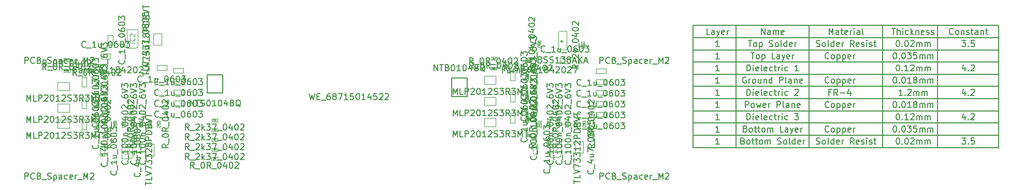
<source format=gbr>
G04 #@! TF.GenerationSoftware,KiCad,Pcbnew,5.0.2+dfsg1-1*
G04 #@! TF.CreationDate,2019-09-25T20:47:01+02:00*
G04 #@! TF.ProjectId,OV9281,4f563932-3831-42e6-9b69-6361645f7063,rev?*
G04 #@! TF.SameCoordinates,Original*
G04 #@! TF.FileFunction,Other,Fab,Top*
%FSLAX46Y46*%
G04 Gerber Fmt 4.6, Leading zero omitted, Abs format (unit mm)*
G04 Created by KiCad (PCBNEW 5.0.2+dfsg1-1) date Wed 25 Sep 2019 08:47:01 PM CEST*
%MOMM*%
%LPD*%
G01*
G04 APERTURE LIST*
%ADD10C,0.150000*%
%ADD11C,0.200000*%
%ADD12C,0.100000*%
%ADD13C,0.120000*%
%ADD14C,0.040000*%
%ADD15C,0.075000*%
%ADD16C,0.050000*%
G04 APERTURE END LIST*
D10*
X250452380Y-120102380D02*
X251071428Y-120102380D01*
X250738095Y-120483333D01*
X250880952Y-120483333D01*
X250976190Y-120530952D01*
X251023809Y-120578571D01*
X251071428Y-120673809D01*
X251071428Y-120911904D01*
X251023809Y-121007142D01*
X250976190Y-121054761D01*
X250880952Y-121102380D01*
X250595238Y-121102380D01*
X250500000Y-121054761D01*
X250452380Y-121007142D01*
X251500000Y-121007142D02*
X251547619Y-121054761D01*
X251500000Y-121102380D01*
X251452380Y-121054761D01*
X251500000Y-121007142D01*
X251500000Y-121102380D01*
X252452380Y-120102380D02*
X251976190Y-120102380D01*
X251928571Y-120578571D01*
X251976190Y-120530952D01*
X252071428Y-120483333D01*
X252309523Y-120483333D01*
X252404761Y-120530952D01*
X252452380Y-120578571D01*
X252500000Y-120673809D01*
X252500000Y-120911904D01*
X252452380Y-121007142D01*
X252404761Y-121054761D01*
X252309523Y-121102380D01*
X252071428Y-121102380D01*
X251976190Y-121054761D01*
X251928571Y-121007142D01*
X250452380Y-104102380D02*
X251071428Y-104102380D01*
X250738095Y-104483333D01*
X250880952Y-104483333D01*
X250976190Y-104530952D01*
X251023809Y-104578571D01*
X251071428Y-104673809D01*
X251071428Y-104911904D01*
X251023809Y-105007142D01*
X250976190Y-105054761D01*
X250880952Y-105102380D01*
X250595238Y-105102380D01*
X250500000Y-105054761D01*
X250452380Y-105007142D01*
X251500000Y-105007142D02*
X251547619Y-105054761D01*
X251500000Y-105102380D01*
X251452380Y-105054761D01*
X251500000Y-105007142D01*
X251500000Y-105102380D01*
X252452380Y-104102380D02*
X251976190Y-104102380D01*
X251928571Y-104578571D01*
X251976190Y-104530952D01*
X252071428Y-104483333D01*
X252309523Y-104483333D01*
X252404761Y-104530952D01*
X252452380Y-104578571D01*
X252500000Y-104673809D01*
X252500000Y-104911904D01*
X252452380Y-105007142D01*
X252404761Y-105054761D01*
X252309523Y-105102380D01*
X252071428Y-105102380D01*
X251976190Y-105054761D01*
X251928571Y-105007142D01*
X250976190Y-116435714D02*
X250976190Y-117102380D01*
X250738095Y-116054761D02*
X250500000Y-116769047D01*
X251119047Y-116769047D01*
X251500000Y-117007142D02*
X251547619Y-117054761D01*
X251500000Y-117102380D01*
X251452380Y-117054761D01*
X251500000Y-117007142D01*
X251500000Y-117102380D01*
X251928571Y-116197619D02*
X251976190Y-116150000D01*
X252071428Y-116102380D01*
X252309523Y-116102380D01*
X252404761Y-116150000D01*
X252452380Y-116197619D01*
X252500000Y-116292857D01*
X252500000Y-116388095D01*
X252452380Y-116530952D01*
X251880952Y-117102380D01*
X252500000Y-117102380D01*
X250976190Y-112435714D02*
X250976190Y-113102380D01*
X250738095Y-112054761D02*
X250500000Y-112769047D01*
X251119047Y-112769047D01*
X251500000Y-113007142D02*
X251547619Y-113054761D01*
X251500000Y-113102380D01*
X251452380Y-113054761D01*
X251500000Y-113007142D01*
X251500000Y-113102380D01*
X251928571Y-112197619D02*
X251976190Y-112150000D01*
X252071428Y-112102380D01*
X252309523Y-112102380D01*
X252404761Y-112150000D01*
X252452380Y-112197619D01*
X252500000Y-112292857D01*
X252500000Y-112388095D01*
X252452380Y-112530952D01*
X251880952Y-113102380D01*
X252500000Y-113102380D01*
X250976190Y-108435714D02*
X250976190Y-109102380D01*
X250738095Y-108054761D02*
X250500000Y-108769047D01*
X251119047Y-108769047D01*
X251500000Y-109007142D02*
X251547619Y-109054761D01*
X251500000Y-109102380D01*
X251452380Y-109054761D01*
X251500000Y-109007142D01*
X251500000Y-109102380D01*
X251928571Y-108197619D02*
X251976190Y-108150000D01*
X252071428Y-108102380D01*
X252309523Y-108102380D01*
X252404761Y-108150000D01*
X252452380Y-108197619D01*
X252500000Y-108292857D01*
X252500000Y-108388095D01*
X252452380Y-108530952D01*
X251880952Y-109102380D01*
X252500000Y-109102380D01*
D11*
X246500000Y-103650000D02*
X256500000Y-103650000D01*
X246500000Y-105650000D02*
X256500000Y-105650000D01*
X246500000Y-107650000D02*
X256500000Y-107650000D01*
X246500000Y-109650000D02*
X256500000Y-109650000D01*
X246500000Y-111650000D02*
X256500000Y-111650000D01*
X246500000Y-113650000D02*
X256500000Y-113650000D01*
X246500000Y-115650000D02*
X256500000Y-115650000D01*
X246500000Y-117650000D02*
X256500000Y-117650000D01*
X246500000Y-119650000D02*
X256500000Y-119650000D01*
X246500000Y-121650000D02*
X246500000Y-119650000D01*
X256500000Y-121650000D02*
X246500000Y-121650000D01*
X256500000Y-101650000D02*
X256500000Y-121650000D01*
X246500000Y-101650000D02*
X256500000Y-101650000D01*
D10*
X239928571Y-120102380D02*
X240023809Y-120102380D01*
X240119047Y-120150000D01*
X240166666Y-120197619D01*
X240214285Y-120292857D01*
X240261904Y-120483333D01*
X240261904Y-120721428D01*
X240214285Y-120911904D01*
X240166666Y-121007142D01*
X240119047Y-121054761D01*
X240023809Y-121102380D01*
X239928571Y-121102380D01*
X239833333Y-121054761D01*
X239785714Y-121007142D01*
X239738095Y-120911904D01*
X239690476Y-120721428D01*
X239690476Y-120483333D01*
X239738095Y-120292857D01*
X239785714Y-120197619D01*
X239833333Y-120150000D01*
X239928571Y-120102380D01*
X240690476Y-121007142D02*
X240738095Y-121054761D01*
X240690476Y-121102380D01*
X240642857Y-121054761D01*
X240690476Y-121007142D01*
X240690476Y-121102380D01*
X241357142Y-120102380D02*
X241452380Y-120102380D01*
X241547619Y-120150000D01*
X241595238Y-120197619D01*
X241642857Y-120292857D01*
X241690476Y-120483333D01*
X241690476Y-120721428D01*
X241642857Y-120911904D01*
X241595238Y-121007142D01*
X241547619Y-121054761D01*
X241452380Y-121102380D01*
X241357142Y-121102380D01*
X241261904Y-121054761D01*
X241214285Y-121007142D01*
X241166666Y-120911904D01*
X241119047Y-120721428D01*
X241119047Y-120483333D01*
X241166666Y-120292857D01*
X241214285Y-120197619D01*
X241261904Y-120150000D01*
X241357142Y-120102380D01*
X242071428Y-120197619D02*
X242119047Y-120150000D01*
X242214285Y-120102380D01*
X242452380Y-120102380D01*
X242547619Y-120150000D01*
X242595238Y-120197619D01*
X242642857Y-120292857D01*
X242642857Y-120388095D01*
X242595238Y-120530952D01*
X242023809Y-121102380D01*
X242642857Y-121102380D01*
X243071428Y-121102380D02*
X243071428Y-120435714D01*
X243071428Y-120530952D02*
X243119047Y-120483333D01*
X243214285Y-120435714D01*
X243357142Y-120435714D01*
X243452380Y-120483333D01*
X243500000Y-120578571D01*
X243500000Y-121102380D01*
X243500000Y-120578571D02*
X243547619Y-120483333D01*
X243642857Y-120435714D01*
X243785714Y-120435714D01*
X243880952Y-120483333D01*
X243928571Y-120578571D01*
X243928571Y-121102380D01*
X244404761Y-121102380D02*
X244404761Y-120435714D01*
X244404761Y-120530952D02*
X244452380Y-120483333D01*
X244547619Y-120435714D01*
X244690476Y-120435714D01*
X244785714Y-120483333D01*
X244833333Y-120578571D01*
X244833333Y-121102380D01*
X244833333Y-120578571D02*
X244880952Y-120483333D01*
X244976190Y-120435714D01*
X245119047Y-120435714D01*
X245214285Y-120483333D01*
X245261904Y-120578571D01*
X245261904Y-121102380D01*
X240738095Y-113102380D02*
X240166666Y-113102380D01*
X240452380Y-113102380D02*
X240452380Y-112102380D01*
X240357142Y-112245238D01*
X240261904Y-112340476D01*
X240166666Y-112388095D01*
X241166666Y-113007142D02*
X241214285Y-113054761D01*
X241166666Y-113102380D01*
X241119047Y-113054761D01*
X241166666Y-113007142D01*
X241166666Y-113102380D01*
X241595238Y-112197619D02*
X241642857Y-112150000D01*
X241738095Y-112102380D01*
X241976190Y-112102380D01*
X242071428Y-112150000D01*
X242119047Y-112197619D01*
X242166666Y-112292857D01*
X242166666Y-112388095D01*
X242119047Y-112530952D01*
X241547619Y-113102380D01*
X242166666Y-113102380D01*
X242595238Y-113102380D02*
X242595238Y-112435714D01*
X242595238Y-112530952D02*
X242642857Y-112483333D01*
X242738095Y-112435714D01*
X242880952Y-112435714D01*
X242976190Y-112483333D01*
X243023809Y-112578571D01*
X243023809Y-113102380D01*
X243023809Y-112578571D02*
X243071428Y-112483333D01*
X243166666Y-112435714D01*
X243309523Y-112435714D01*
X243404761Y-112483333D01*
X243452380Y-112578571D01*
X243452380Y-113102380D01*
X243928571Y-113102380D02*
X243928571Y-112435714D01*
X243928571Y-112530952D02*
X243976190Y-112483333D01*
X244071428Y-112435714D01*
X244214285Y-112435714D01*
X244309523Y-112483333D01*
X244357142Y-112578571D01*
X244357142Y-113102380D01*
X244357142Y-112578571D02*
X244404761Y-112483333D01*
X244500000Y-112435714D01*
X244642857Y-112435714D01*
X244738095Y-112483333D01*
X244785714Y-112578571D01*
X244785714Y-113102380D01*
X239928571Y-116102380D02*
X240023809Y-116102380D01*
X240119047Y-116150000D01*
X240166666Y-116197619D01*
X240214285Y-116292857D01*
X240261904Y-116483333D01*
X240261904Y-116721428D01*
X240214285Y-116911904D01*
X240166666Y-117007142D01*
X240119047Y-117054761D01*
X240023809Y-117102380D01*
X239928571Y-117102380D01*
X239833333Y-117054761D01*
X239785714Y-117007142D01*
X239738095Y-116911904D01*
X239690476Y-116721428D01*
X239690476Y-116483333D01*
X239738095Y-116292857D01*
X239785714Y-116197619D01*
X239833333Y-116150000D01*
X239928571Y-116102380D01*
X240690476Y-117007142D02*
X240738095Y-117054761D01*
X240690476Y-117102380D01*
X240642857Y-117054761D01*
X240690476Y-117007142D01*
X240690476Y-117102380D01*
X241690476Y-117102380D02*
X241119047Y-117102380D01*
X241404761Y-117102380D02*
X241404761Y-116102380D01*
X241309523Y-116245238D01*
X241214285Y-116340476D01*
X241119047Y-116388095D01*
X242071428Y-116197619D02*
X242119047Y-116150000D01*
X242214285Y-116102380D01*
X242452380Y-116102380D01*
X242547619Y-116150000D01*
X242595238Y-116197619D01*
X242642857Y-116292857D01*
X242642857Y-116388095D01*
X242595238Y-116530952D01*
X242023809Y-117102380D01*
X242642857Y-117102380D01*
X243071428Y-117102380D02*
X243071428Y-116435714D01*
X243071428Y-116530952D02*
X243119047Y-116483333D01*
X243214285Y-116435714D01*
X243357142Y-116435714D01*
X243452380Y-116483333D01*
X243500000Y-116578571D01*
X243500000Y-117102380D01*
X243500000Y-116578571D02*
X243547619Y-116483333D01*
X243642857Y-116435714D01*
X243785714Y-116435714D01*
X243880952Y-116483333D01*
X243928571Y-116578571D01*
X243928571Y-117102380D01*
X244404761Y-117102380D02*
X244404761Y-116435714D01*
X244404761Y-116530952D02*
X244452380Y-116483333D01*
X244547619Y-116435714D01*
X244690476Y-116435714D01*
X244785714Y-116483333D01*
X244833333Y-116578571D01*
X244833333Y-117102380D01*
X244833333Y-116578571D02*
X244880952Y-116483333D01*
X244976190Y-116435714D01*
X245119047Y-116435714D01*
X245214285Y-116483333D01*
X245261904Y-116578571D01*
X245261904Y-117102380D01*
X239928571Y-108102380D02*
X240023809Y-108102380D01*
X240119047Y-108150000D01*
X240166666Y-108197619D01*
X240214285Y-108292857D01*
X240261904Y-108483333D01*
X240261904Y-108721428D01*
X240214285Y-108911904D01*
X240166666Y-109007142D01*
X240119047Y-109054761D01*
X240023809Y-109102380D01*
X239928571Y-109102380D01*
X239833333Y-109054761D01*
X239785714Y-109007142D01*
X239738095Y-108911904D01*
X239690476Y-108721428D01*
X239690476Y-108483333D01*
X239738095Y-108292857D01*
X239785714Y-108197619D01*
X239833333Y-108150000D01*
X239928571Y-108102380D01*
X240690476Y-109007142D02*
X240738095Y-109054761D01*
X240690476Y-109102380D01*
X240642857Y-109054761D01*
X240690476Y-109007142D01*
X240690476Y-109102380D01*
X241690476Y-109102380D02*
X241119047Y-109102380D01*
X241404761Y-109102380D02*
X241404761Y-108102380D01*
X241309523Y-108245238D01*
X241214285Y-108340476D01*
X241119047Y-108388095D01*
X242071428Y-108197619D02*
X242119047Y-108150000D01*
X242214285Y-108102380D01*
X242452380Y-108102380D01*
X242547619Y-108150000D01*
X242595238Y-108197619D01*
X242642857Y-108292857D01*
X242642857Y-108388095D01*
X242595238Y-108530952D01*
X242023809Y-109102380D01*
X242642857Y-109102380D01*
X243071428Y-109102380D02*
X243071428Y-108435714D01*
X243071428Y-108530952D02*
X243119047Y-108483333D01*
X243214285Y-108435714D01*
X243357142Y-108435714D01*
X243452380Y-108483333D01*
X243500000Y-108578571D01*
X243500000Y-109102380D01*
X243500000Y-108578571D02*
X243547619Y-108483333D01*
X243642857Y-108435714D01*
X243785714Y-108435714D01*
X243880952Y-108483333D01*
X243928571Y-108578571D01*
X243928571Y-109102380D01*
X244404761Y-109102380D02*
X244404761Y-108435714D01*
X244404761Y-108530952D02*
X244452380Y-108483333D01*
X244547619Y-108435714D01*
X244690476Y-108435714D01*
X244785714Y-108483333D01*
X244833333Y-108578571D01*
X244833333Y-109102380D01*
X244833333Y-108578571D02*
X244880952Y-108483333D01*
X244976190Y-108435714D01*
X245119047Y-108435714D01*
X245214285Y-108483333D01*
X245261904Y-108578571D01*
X245261904Y-109102380D01*
X239452380Y-110102380D02*
X239547619Y-110102380D01*
X239642857Y-110150000D01*
X239690476Y-110197619D01*
X239738095Y-110292857D01*
X239785714Y-110483333D01*
X239785714Y-110721428D01*
X239738095Y-110911904D01*
X239690476Y-111007142D01*
X239642857Y-111054761D01*
X239547619Y-111102380D01*
X239452380Y-111102380D01*
X239357142Y-111054761D01*
X239309523Y-111007142D01*
X239261904Y-110911904D01*
X239214285Y-110721428D01*
X239214285Y-110483333D01*
X239261904Y-110292857D01*
X239309523Y-110197619D01*
X239357142Y-110150000D01*
X239452380Y-110102380D01*
X240214285Y-111007142D02*
X240261904Y-111054761D01*
X240214285Y-111102380D01*
X240166666Y-111054761D01*
X240214285Y-111007142D01*
X240214285Y-111102380D01*
X240880952Y-110102380D02*
X240976190Y-110102380D01*
X241071428Y-110150000D01*
X241119047Y-110197619D01*
X241166666Y-110292857D01*
X241214285Y-110483333D01*
X241214285Y-110721428D01*
X241166666Y-110911904D01*
X241119047Y-111007142D01*
X241071428Y-111054761D01*
X240976190Y-111102380D01*
X240880952Y-111102380D01*
X240785714Y-111054761D01*
X240738095Y-111007142D01*
X240690476Y-110911904D01*
X240642857Y-110721428D01*
X240642857Y-110483333D01*
X240690476Y-110292857D01*
X240738095Y-110197619D01*
X240785714Y-110150000D01*
X240880952Y-110102380D01*
X242166666Y-111102380D02*
X241595238Y-111102380D01*
X241880952Y-111102380D02*
X241880952Y-110102380D01*
X241785714Y-110245238D01*
X241690476Y-110340476D01*
X241595238Y-110388095D01*
X242738095Y-110530952D02*
X242642857Y-110483333D01*
X242595238Y-110435714D01*
X242547619Y-110340476D01*
X242547619Y-110292857D01*
X242595238Y-110197619D01*
X242642857Y-110150000D01*
X242738095Y-110102380D01*
X242928571Y-110102380D01*
X243023809Y-110150000D01*
X243071428Y-110197619D01*
X243119047Y-110292857D01*
X243119047Y-110340476D01*
X243071428Y-110435714D01*
X243023809Y-110483333D01*
X242928571Y-110530952D01*
X242738095Y-110530952D01*
X242642857Y-110578571D01*
X242595238Y-110626190D01*
X242547619Y-110721428D01*
X242547619Y-110911904D01*
X242595238Y-111007142D01*
X242642857Y-111054761D01*
X242738095Y-111102380D01*
X242928571Y-111102380D01*
X243023809Y-111054761D01*
X243071428Y-111007142D01*
X243119047Y-110911904D01*
X243119047Y-110721428D01*
X243071428Y-110626190D01*
X243023809Y-110578571D01*
X242928571Y-110530952D01*
X243547619Y-111102380D02*
X243547619Y-110435714D01*
X243547619Y-110530952D02*
X243595238Y-110483333D01*
X243690476Y-110435714D01*
X243833333Y-110435714D01*
X243928571Y-110483333D01*
X243976190Y-110578571D01*
X243976190Y-111102380D01*
X243976190Y-110578571D02*
X244023809Y-110483333D01*
X244119047Y-110435714D01*
X244261904Y-110435714D01*
X244357142Y-110483333D01*
X244404761Y-110578571D01*
X244404761Y-111102380D01*
X244880952Y-111102380D02*
X244880952Y-110435714D01*
X244880952Y-110530952D02*
X244928571Y-110483333D01*
X245023809Y-110435714D01*
X245166666Y-110435714D01*
X245261904Y-110483333D01*
X245309523Y-110578571D01*
X245309523Y-111102380D01*
X245309523Y-110578571D02*
X245357142Y-110483333D01*
X245452380Y-110435714D01*
X245595238Y-110435714D01*
X245690476Y-110483333D01*
X245738095Y-110578571D01*
X245738095Y-111102380D01*
X239452380Y-114102380D02*
X239547619Y-114102380D01*
X239642857Y-114150000D01*
X239690476Y-114197619D01*
X239738095Y-114292857D01*
X239785714Y-114483333D01*
X239785714Y-114721428D01*
X239738095Y-114911904D01*
X239690476Y-115007142D01*
X239642857Y-115054761D01*
X239547619Y-115102380D01*
X239452380Y-115102380D01*
X239357142Y-115054761D01*
X239309523Y-115007142D01*
X239261904Y-114911904D01*
X239214285Y-114721428D01*
X239214285Y-114483333D01*
X239261904Y-114292857D01*
X239309523Y-114197619D01*
X239357142Y-114150000D01*
X239452380Y-114102380D01*
X240214285Y-115007142D02*
X240261904Y-115054761D01*
X240214285Y-115102380D01*
X240166666Y-115054761D01*
X240214285Y-115007142D01*
X240214285Y-115102380D01*
X240880952Y-114102380D02*
X240976190Y-114102380D01*
X241071428Y-114150000D01*
X241119047Y-114197619D01*
X241166666Y-114292857D01*
X241214285Y-114483333D01*
X241214285Y-114721428D01*
X241166666Y-114911904D01*
X241119047Y-115007142D01*
X241071428Y-115054761D01*
X240976190Y-115102380D01*
X240880952Y-115102380D01*
X240785714Y-115054761D01*
X240738095Y-115007142D01*
X240690476Y-114911904D01*
X240642857Y-114721428D01*
X240642857Y-114483333D01*
X240690476Y-114292857D01*
X240738095Y-114197619D01*
X240785714Y-114150000D01*
X240880952Y-114102380D01*
X242166666Y-115102380D02*
X241595238Y-115102380D01*
X241880952Y-115102380D02*
X241880952Y-114102380D01*
X241785714Y-114245238D01*
X241690476Y-114340476D01*
X241595238Y-114388095D01*
X242738095Y-114530952D02*
X242642857Y-114483333D01*
X242595238Y-114435714D01*
X242547619Y-114340476D01*
X242547619Y-114292857D01*
X242595238Y-114197619D01*
X242642857Y-114150000D01*
X242738095Y-114102380D01*
X242928571Y-114102380D01*
X243023809Y-114150000D01*
X243071428Y-114197619D01*
X243119047Y-114292857D01*
X243119047Y-114340476D01*
X243071428Y-114435714D01*
X243023809Y-114483333D01*
X242928571Y-114530952D01*
X242738095Y-114530952D01*
X242642857Y-114578571D01*
X242595238Y-114626190D01*
X242547619Y-114721428D01*
X242547619Y-114911904D01*
X242595238Y-115007142D01*
X242642857Y-115054761D01*
X242738095Y-115102380D01*
X242928571Y-115102380D01*
X243023809Y-115054761D01*
X243071428Y-115007142D01*
X243119047Y-114911904D01*
X243119047Y-114721428D01*
X243071428Y-114626190D01*
X243023809Y-114578571D01*
X242928571Y-114530952D01*
X243547619Y-115102380D02*
X243547619Y-114435714D01*
X243547619Y-114530952D02*
X243595238Y-114483333D01*
X243690476Y-114435714D01*
X243833333Y-114435714D01*
X243928571Y-114483333D01*
X243976190Y-114578571D01*
X243976190Y-115102380D01*
X243976190Y-114578571D02*
X244023809Y-114483333D01*
X244119047Y-114435714D01*
X244261904Y-114435714D01*
X244357142Y-114483333D01*
X244404761Y-114578571D01*
X244404761Y-115102380D01*
X244880952Y-115102380D02*
X244880952Y-114435714D01*
X244880952Y-114530952D02*
X244928571Y-114483333D01*
X245023809Y-114435714D01*
X245166666Y-114435714D01*
X245261904Y-114483333D01*
X245309523Y-114578571D01*
X245309523Y-115102380D01*
X245309523Y-114578571D02*
X245357142Y-114483333D01*
X245452380Y-114435714D01*
X245595238Y-114435714D01*
X245690476Y-114483333D01*
X245738095Y-114578571D01*
X245738095Y-115102380D01*
X239452380Y-118102380D02*
X239547619Y-118102380D01*
X239642857Y-118150000D01*
X239690476Y-118197619D01*
X239738095Y-118292857D01*
X239785714Y-118483333D01*
X239785714Y-118721428D01*
X239738095Y-118911904D01*
X239690476Y-119007142D01*
X239642857Y-119054761D01*
X239547619Y-119102380D01*
X239452380Y-119102380D01*
X239357142Y-119054761D01*
X239309523Y-119007142D01*
X239261904Y-118911904D01*
X239214285Y-118721428D01*
X239214285Y-118483333D01*
X239261904Y-118292857D01*
X239309523Y-118197619D01*
X239357142Y-118150000D01*
X239452380Y-118102380D01*
X240214285Y-119007142D02*
X240261904Y-119054761D01*
X240214285Y-119102380D01*
X240166666Y-119054761D01*
X240214285Y-119007142D01*
X240214285Y-119102380D01*
X240880952Y-118102380D02*
X240976190Y-118102380D01*
X241071428Y-118150000D01*
X241119047Y-118197619D01*
X241166666Y-118292857D01*
X241214285Y-118483333D01*
X241214285Y-118721428D01*
X241166666Y-118911904D01*
X241119047Y-119007142D01*
X241071428Y-119054761D01*
X240976190Y-119102380D01*
X240880952Y-119102380D01*
X240785714Y-119054761D01*
X240738095Y-119007142D01*
X240690476Y-118911904D01*
X240642857Y-118721428D01*
X240642857Y-118483333D01*
X240690476Y-118292857D01*
X240738095Y-118197619D01*
X240785714Y-118150000D01*
X240880952Y-118102380D01*
X241547619Y-118102380D02*
X242166666Y-118102380D01*
X241833333Y-118483333D01*
X241976190Y-118483333D01*
X242071428Y-118530952D01*
X242119047Y-118578571D01*
X242166666Y-118673809D01*
X242166666Y-118911904D01*
X242119047Y-119007142D01*
X242071428Y-119054761D01*
X241976190Y-119102380D01*
X241690476Y-119102380D01*
X241595238Y-119054761D01*
X241547619Y-119007142D01*
X243071428Y-118102380D02*
X242595238Y-118102380D01*
X242547619Y-118578571D01*
X242595238Y-118530952D01*
X242690476Y-118483333D01*
X242928571Y-118483333D01*
X243023809Y-118530952D01*
X243071428Y-118578571D01*
X243119047Y-118673809D01*
X243119047Y-118911904D01*
X243071428Y-119007142D01*
X243023809Y-119054761D01*
X242928571Y-119102380D01*
X242690476Y-119102380D01*
X242595238Y-119054761D01*
X242547619Y-119007142D01*
X243547619Y-119102380D02*
X243547619Y-118435714D01*
X243547619Y-118530952D02*
X243595238Y-118483333D01*
X243690476Y-118435714D01*
X243833333Y-118435714D01*
X243928571Y-118483333D01*
X243976190Y-118578571D01*
X243976190Y-119102380D01*
X243976190Y-118578571D02*
X244023809Y-118483333D01*
X244119047Y-118435714D01*
X244261904Y-118435714D01*
X244357142Y-118483333D01*
X244404761Y-118578571D01*
X244404761Y-119102380D01*
X244880952Y-119102380D02*
X244880952Y-118435714D01*
X244880952Y-118530952D02*
X244928571Y-118483333D01*
X245023809Y-118435714D01*
X245166666Y-118435714D01*
X245261904Y-118483333D01*
X245309523Y-118578571D01*
X245309523Y-119102380D01*
X245309523Y-118578571D02*
X245357142Y-118483333D01*
X245452380Y-118435714D01*
X245595238Y-118435714D01*
X245690476Y-118483333D01*
X245738095Y-118578571D01*
X245738095Y-119102380D01*
X239452380Y-106102380D02*
X239547619Y-106102380D01*
X239642857Y-106150000D01*
X239690476Y-106197619D01*
X239738095Y-106292857D01*
X239785714Y-106483333D01*
X239785714Y-106721428D01*
X239738095Y-106911904D01*
X239690476Y-107007142D01*
X239642857Y-107054761D01*
X239547619Y-107102380D01*
X239452380Y-107102380D01*
X239357142Y-107054761D01*
X239309523Y-107007142D01*
X239261904Y-106911904D01*
X239214285Y-106721428D01*
X239214285Y-106483333D01*
X239261904Y-106292857D01*
X239309523Y-106197619D01*
X239357142Y-106150000D01*
X239452380Y-106102380D01*
X240214285Y-107007142D02*
X240261904Y-107054761D01*
X240214285Y-107102380D01*
X240166666Y-107054761D01*
X240214285Y-107007142D01*
X240214285Y-107102380D01*
X240880952Y-106102380D02*
X240976190Y-106102380D01*
X241071428Y-106150000D01*
X241119047Y-106197619D01*
X241166666Y-106292857D01*
X241214285Y-106483333D01*
X241214285Y-106721428D01*
X241166666Y-106911904D01*
X241119047Y-107007142D01*
X241071428Y-107054761D01*
X240976190Y-107102380D01*
X240880952Y-107102380D01*
X240785714Y-107054761D01*
X240738095Y-107007142D01*
X240690476Y-106911904D01*
X240642857Y-106721428D01*
X240642857Y-106483333D01*
X240690476Y-106292857D01*
X240738095Y-106197619D01*
X240785714Y-106150000D01*
X240880952Y-106102380D01*
X241547619Y-106102380D02*
X242166666Y-106102380D01*
X241833333Y-106483333D01*
X241976190Y-106483333D01*
X242071428Y-106530952D01*
X242119047Y-106578571D01*
X242166666Y-106673809D01*
X242166666Y-106911904D01*
X242119047Y-107007142D01*
X242071428Y-107054761D01*
X241976190Y-107102380D01*
X241690476Y-107102380D01*
X241595238Y-107054761D01*
X241547619Y-107007142D01*
X243071428Y-106102380D02*
X242595238Y-106102380D01*
X242547619Y-106578571D01*
X242595238Y-106530952D01*
X242690476Y-106483333D01*
X242928571Y-106483333D01*
X243023809Y-106530952D01*
X243071428Y-106578571D01*
X243119047Y-106673809D01*
X243119047Y-106911904D01*
X243071428Y-107007142D01*
X243023809Y-107054761D01*
X242928571Y-107102380D01*
X242690476Y-107102380D01*
X242595238Y-107054761D01*
X242547619Y-107007142D01*
X243547619Y-107102380D02*
X243547619Y-106435714D01*
X243547619Y-106530952D02*
X243595238Y-106483333D01*
X243690476Y-106435714D01*
X243833333Y-106435714D01*
X243928571Y-106483333D01*
X243976190Y-106578571D01*
X243976190Y-107102380D01*
X243976190Y-106578571D02*
X244023809Y-106483333D01*
X244119047Y-106435714D01*
X244261904Y-106435714D01*
X244357142Y-106483333D01*
X244404761Y-106578571D01*
X244404761Y-107102380D01*
X244880952Y-107102380D02*
X244880952Y-106435714D01*
X244880952Y-106530952D02*
X244928571Y-106483333D01*
X245023809Y-106435714D01*
X245166666Y-106435714D01*
X245261904Y-106483333D01*
X245309523Y-106578571D01*
X245309523Y-107102380D01*
X245309523Y-106578571D02*
X245357142Y-106483333D01*
X245452380Y-106435714D01*
X245595238Y-106435714D01*
X245690476Y-106483333D01*
X245738095Y-106578571D01*
X245738095Y-107102380D01*
X239928571Y-104102380D02*
X240023809Y-104102380D01*
X240119047Y-104150000D01*
X240166666Y-104197619D01*
X240214285Y-104292857D01*
X240261904Y-104483333D01*
X240261904Y-104721428D01*
X240214285Y-104911904D01*
X240166666Y-105007142D01*
X240119047Y-105054761D01*
X240023809Y-105102380D01*
X239928571Y-105102380D01*
X239833333Y-105054761D01*
X239785714Y-105007142D01*
X239738095Y-104911904D01*
X239690476Y-104721428D01*
X239690476Y-104483333D01*
X239738095Y-104292857D01*
X239785714Y-104197619D01*
X239833333Y-104150000D01*
X239928571Y-104102380D01*
X240690476Y-105007142D02*
X240738095Y-105054761D01*
X240690476Y-105102380D01*
X240642857Y-105054761D01*
X240690476Y-105007142D01*
X240690476Y-105102380D01*
X241357142Y-104102380D02*
X241452380Y-104102380D01*
X241547619Y-104150000D01*
X241595238Y-104197619D01*
X241642857Y-104292857D01*
X241690476Y-104483333D01*
X241690476Y-104721428D01*
X241642857Y-104911904D01*
X241595238Y-105007142D01*
X241547619Y-105054761D01*
X241452380Y-105102380D01*
X241357142Y-105102380D01*
X241261904Y-105054761D01*
X241214285Y-105007142D01*
X241166666Y-104911904D01*
X241119047Y-104721428D01*
X241119047Y-104483333D01*
X241166666Y-104292857D01*
X241214285Y-104197619D01*
X241261904Y-104150000D01*
X241357142Y-104102380D01*
X242071428Y-104197619D02*
X242119047Y-104150000D01*
X242214285Y-104102380D01*
X242452380Y-104102380D01*
X242547619Y-104150000D01*
X242595238Y-104197619D01*
X242642857Y-104292857D01*
X242642857Y-104388095D01*
X242595238Y-104530952D01*
X242023809Y-105102380D01*
X242642857Y-105102380D01*
X243071428Y-105102380D02*
X243071428Y-104435714D01*
X243071428Y-104530952D02*
X243119047Y-104483333D01*
X243214285Y-104435714D01*
X243357142Y-104435714D01*
X243452380Y-104483333D01*
X243500000Y-104578571D01*
X243500000Y-105102380D01*
X243500000Y-104578571D02*
X243547619Y-104483333D01*
X243642857Y-104435714D01*
X243785714Y-104435714D01*
X243880952Y-104483333D01*
X243928571Y-104578571D01*
X243928571Y-105102380D01*
X244404761Y-105102380D02*
X244404761Y-104435714D01*
X244404761Y-104530952D02*
X244452380Y-104483333D01*
X244547619Y-104435714D01*
X244690476Y-104435714D01*
X244785714Y-104483333D01*
X244833333Y-104578571D01*
X244833333Y-105102380D01*
X244833333Y-104578571D02*
X244880952Y-104483333D01*
X244976190Y-104435714D01*
X245119047Y-104435714D01*
X245214285Y-104483333D01*
X245261904Y-104578571D01*
X245261904Y-105102380D01*
D11*
X246500000Y-101650000D02*
X246500000Y-121650000D01*
X237500000Y-101650000D02*
X237500000Y-121650000D01*
D10*
X228714285Y-119007142D02*
X228666666Y-119054761D01*
X228523809Y-119102380D01*
X228428571Y-119102380D01*
X228285714Y-119054761D01*
X228190476Y-118959523D01*
X228142857Y-118864285D01*
X228095238Y-118673809D01*
X228095238Y-118530952D01*
X228142857Y-118340476D01*
X228190476Y-118245238D01*
X228285714Y-118150000D01*
X228428571Y-118102380D01*
X228523809Y-118102380D01*
X228666666Y-118150000D01*
X228714285Y-118197619D01*
X229285714Y-119102380D02*
X229190476Y-119054761D01*
X229142857Y-119007142D01*
X229095238Y-118911904D01*
X229095238Y-118626190D01*
X229142857Y-118530952D01*
X229190476Y-118483333D01*
X229285714Y-118435714D01*
X229428571Y-118435714D01*
X229523809Y-118483333D01*
X229571428Y-118530952D01*
X229619047Y-118626190D01*
X229619047Y-118911904D01*
X229571428Y-119007142D01*
X229523809Y-119054761D01*
X229428571Y-119102380D01*
X229285714Y-119102380D01*
X230047619Y-118435714D02*
X230047619Y-119435714D01*
X230047619Y-118483333D02*
X230142857Y-118435714D01*
X230333333Y-118435714D01*
X230428571Y-118483333D01*
X230476190Y-118530952D01*
X230523809Y-118626190D01*
X230523809Y-118911904D01*
X230476190Y-119007142D01*
X230428571Y-119054761D01*
X230333333Y-119102380D01*
X230142857Y-119102380D01*
X230047619Y-119054761D01*
X230952380Y-118435714D02*
X230952380Y-119435714D01*
X230952380Y-118483333D02*
X231047619Y-118435714D01*
X231238095Y-118435714D01*
X231333333Y-118483333D01*
X231380952Y-118530952D01*
X231428571Y-118626190D01*
X231428571Y-118911904D01*
X231380952Y-119007142D01*
X231333333Y-119054761D01*
X231238095Y-119102380D01*
X231047619Y-119102380D01*
X230952380Y-119054761D01*
X232238095Y-119054761D02*
X232142857Y-119102380D01*
X231952380Y-119102380D01*
X231857142Y-119054761D01*
X231809523Y-118959523D01*
X231809523Y-118578571D01*
X231857142Y-118483333D01*
X231952380Y-118435714D01*
X232142857Y-118435714D01*
X232238095Y-118483333D01*
X232285714Y-118578571D01*
X232285714Y-118673809D01*
X231809523Y-118769047D01*
X232714285Y-119102380D02*
X232714285Y-118435714D01*
X232714285Y-118626190D02*
X232761904Y-118530952D01*
X232809523Y-118483333D01*
X232904761Y-118435714D01*
X233000000Y-118435714D01*
X226666666Y-121054761D02*
X226809523Y-121102380D01*
X227047619Y-121102380D01*
X227142857Y-121054761D01*
X227190476Y-121007142D01*
X227238095Y-120911904D01*
X227238095Y-120816666D01*
X227190476Y-120721428D01*
X227142857Y-120673809D01*
X227047619Y-120626190D01*
X226857142Y-120578571D01*
X226761904Y-120530952D01*
X226714285Y-120483333D01*
X226666666Y-120388095D01*
X226666666Y-120292857D01*
X226714285Y-120197619D01*
X226761904Y-120150000D01*
X226857142Y-120102380D01*
X227095238Y-120102380D01*
X227238095Y-120150000D01*
X227809523Y-121102380D02*
X227714285Y-121054761D01*
X227666666Y-121007142D01*
X227619047Y-120911904D01*
X227619047Y-120626190D01*
X227666666Y-120530952D01*
X227714285Y-120483333D01*
X227809523Y-120435714D01*
X227952380Y-120435714D01*
X228047619Y-120483333D01*
X228095238Y-120530952D01*
X228142857Y-120626190D01*
X228142857Y-120911904D01*
X228095238Y-121007142D01*
X228047619Y-121054761D01*
X227952380Y-121102380D01*
X227809523Y-121102380D01*
X228714285Y-121102380D02*
X228619047Y-121054761D01*
X228571428Y-120959523D01*
X228571428Y-120102380D01*
X229523809Y-121102380D02*
X229523809Y-120102380D01*
X229523809Y-121054761D02*
X229428571Y-121102380D01*
X229238095Y-121102380D01*
X229142857Y-121054761D01*
X229095238Y-121007142D01*
X229047619Y-120911904D01*
X229047619Y-120626190D01*
X229095238Y-120530952D01*
X229142857Y-120483333D01*
X229238095Y-120435714D01*
X229428571Y-120435714D01*
X229523809Y-120483333D01*
X230380952Y-121054761D02*
X230285714Y-121102380D01*
X230095238Y-121102380D01*
X230000000Y-121054761D01*
X229952380Y-120959523D01*
X229952380Y-120578571D01*
X230000000Y-120483333D01*
X230095238Y-120435714D01*
X230285714Y-120435714D01*
X230380952Y-120483333D01*
X230428571Y-120578571D01*
X230428571Y-120673809D01*
X229952380Y-120769047D01*
X230857142Y-121102380D02*
X230857142Y-120435714D01*
X230857142Y-120626190D02*
X230904761Y-120530952D01*
X230952380Y-120483333D01*
X231047619Y-120435714D01*
X231142857Y-120435714D01*
X232809523Y-121102380D02*
X232476190Y-120626190D01*
X232238095Y-121102380D02*
X232238095Y-120102380D01*
X232619047Y-120102380D01*
X232714285Y-120150000D01*
X232761904Y-120197619D01*
X232809523Y-120292857D01*
X232809523Y-120435714D01*
X232761904Y-120530952D01*
X232714285Y-120578571D01*
X232619047Y-120626190D01*
X232238095Y-120626190D01*
X233619047Y-121054761D02*
X233523809Y-121102380D01*
X233333333Y-121102380D01*
X233238095Y-121054761D01*
X233190476Y-120959523D01*
X233190476Y-120578571D01*
X233238095Y-120483333D01*
X233333333Y-120435714D01*
X233523809Y-120435714D01*
X233619047Y-120483333D01*
X233666666Y-120578571D01*
X233666666Y-120673809D01*
X233190476Y-120769047D01*
X234047619Y-121054761D02*
X234142857Y-121102380D01*
X234333333Y-121102380D01*
X234428571Y-121054761D01*
X234476190Y-120959523D01*
X234476190Y-120911904D01*
X234428571Y-120816666D01*
X234333333Y-120769047D01*
X234190476Y-120769047D01*
X234095238Y-120721428D01*
X234047619Y-120626190D01*
X234047619Y-120578571D01*
X234095238Y-120483333D01*
X234190476Y-120435714D01*
X234333333Y-120435714D01*
X234428571Y-120483333D01*
X234904761Y-121102380D02*
X234904761Y-120435714D01*
X234904761Y-120102380D02*
X234857142Y-120150000D01*
X234904761Y-120197619D01*
X234952380Y-120150000D01*
X234904761Y-120102380D01*
X234904761Y-120197619D01*
X235333333Y-121054761D02*
X235428571Y-121102380D01*
X235619047Y-121102380D01*
X235714285Y-121054761D01*
X235761904Y-120959523D01*
X235761904Y-120911904D01*
X235714285Y-120816666D01*
X235619047Y-120769047D01*
X235476190Y-120769047D01*
X235380952Y-120721428D01*
X235333333Y-120626190D01*
X235333333Y-120578571D01*
X235380952Y-120483333D01*
X235476190Y-120435714D01*
X235619047Y-120435714D01*
X235714285Y-120483333D01*
X236047619Y-120435714D02*
X236428571Y-120435714D01*
X236190476Y-120102380D02*
X236190476Y-120959523D01*
X236238095Y-121054761D01*
X236333333Y-121102380D01*
X236428571Y-121102380D01*
X229047619Y-112578571D02*
X228714285Y-112578571D01*
X228714285Y-113102380D02*
X228714285Y-112102380D01*
X229190476Y-112102380D01*
X230142857Y-113102380D02*
X229809523Y-112626190D01*
X229571428Y-113102380D02*
X229571428Y-112102380D01*
X229952380Y-112102380D01*
X230047619Y-112150000D01*
X230095238Y-112197619D01*
X230142857Y-112292857D01*
X230142857Y-112435714D01*
X230095238Y-112530952D01*
X230047619Y-112578571D01*
X229952380Y-112626190D01*
X229571428Y-112626190D01*
X230571428Y-112721428D02*
X231333333Y-112721428D01*
X232238095Y-112435714D02*
X232238095Y-113102380D01*
X232000000Y-112054761D02*
X231761904Y-112769047D01*
X232380952Y-112769047D01*
X228714285Y-115007142D02*
X228666666Y-115054761D01*
X228523809Y-115102380D01*
X228428571Y-115102380D01*
X228285714Y-115054761D01*
X228190476Y-114959523D01*
X228142857Y-114864285D01*
X228095238Y-114673809D01*
X228095238Y-114530952D01*
X228142857Y-114340476D01*
X228190476Y-114245238D01*
X228285714Y-114150000D01*
X228428571Y-114102380D01*
X228523809Y-114102380D01*
X228666666Y-114150000D01*
X228714285Y-114197619D01*
X229285714Y-115102380D02*
X229190476Y-115054761D01*
X229142857Y-115007142D01*
X229095238Y-114911904D01*
X229095238Y-114626190D01*
X229142857Y-114530952D01*
X229190476Y-114483333D01*
X229285714Y-114435714D01*
X229428571Y-114435714D01*
X229523809Y-114483333D01*
X229571428Y-114530952D01*
X229619047Y-114626190D01*
X229619047Y-114911904D01*
X229571428Y-115007142D01*
X229523809Y-115054761D01*
X229428571Y-115102380D01*
X229285714Y-115102380D01*
X230047619Y-114435714D02*
X230047619Y-115435714D01*
X230047619Y-114483333D02*
X230142857Y-114435714D01*
X230333333Y-114435714D01*
X230428571Y-114483333D01*
X230476190Y-114530952D01*
X230523809Y-114626190D01*
X230523809Y-114911904D01*
X230476190Y-115007142D01*
X230428571Y-115054761D01*
X230333333Y-115102380D01*
X230142857Y-115102380D01*
X230047619Y-115054761D01*
X230952380Y-114435714D02*
X230952380Y-115435714D01*
X230952380Y-114483333D02*
X231047619Y-114435714D01*
X231238095Y-114435714D01*
X231333333Y-114483333D01*
X231380952Y-114530952D01*
X231428571Y-114626190D01*
X231428571Y-114911904D01*
X231380952Y-115007142D01*
X231333333Y-115054761D01*
X231238095Y-115102380D01*
X231047619Y-115102380D01*
X230952380Y-115054761D01*
X232238095Y-115054761D02*
X232142857Y-115102380D01*
X231952380Y-115102380D01*
X231857142Y-115054761D01*
X231809523Y-114959523D01*
X231809523Y-114578571D01*
X231857142Y-114483333D01*
X231952380Y-114435714D01*
X232142857Y-114435714D01*
X232238095Y-114483333D01*
X232285714Y-114578571D01*
X232285714Y-114673809D01*
X231809523Y-114769047D01*
X232714285Y-115102380D02*
X232714285Y-114435714D01*
X232714285Y-114626190D02*
X232761904Y-114530952D01*
X232809523Y-114483333D01*
X232904761Y-114435714D01*
X233000000Y-114435714D01*
X228714285Y-107007142D02*
X228666666Y-107054761D01*
X228523809Y-107102380D01*
X228428571Y-107102380D01*
X228285714Y-107054761D01*
X228190476Y-106959523D01*
X228142857Y-106864285D01*
X228095238Y-106673809D01*
X228095238Y-106530952D01*
X228142857Y-106340476D01*
X228190476Y-106245238D01*
X228285714Y-106150000D01*
X228428571Y-106102380D01*
X228523809Y-106102380D01*
X228666666Y-106150000D01*
X228714285Y-106197619D01*
X229285714Y-107102380D02*
X229190476Y-107054761D01*
X229142857Y-107007142D01*
X229095238Y-106911904D01*
X229095238Y-106626190D01*
X229142857Y-106530952D01*
X229190476Y-106483333D01*
X229285714Y-106435714D01*
X229428571Y-106435714D01*
X229523809Y-106483333D01*
X229571428Y-106530952D01*
X229619047Y-106626190D01*
X229619047Y-106911904D01*
X229571428Y-107007142D01*
X229523809Y-107054761D01*
X229428571Y-107102380D01*
X229285714Y-107102380D01*
X230047619Y-106435714D02*
X230047619Y-107435714D01*
X230047619Y-106483333D02*
X230142857Y-106435714D01*
X230333333Y-106435714D01*
X230428571Y-106483333D01*
X230476190Y-106530952D01*
X230523809Y-106626190D01*
X230523809Y-106911904D01*
X230476190Y-107007142D01*
X230428571Y-107054761D01*
X230333333Y-107102380D01*
X230142857Y-107102380D01*
X230047619Y-107054761D01*
X230952380Y-106435714D02*
X230952380Y-107435714D01*
X230952380Y-106483333D02*
X231047619Y-106435714D01*
X231238095Y-106435714D01*
X231333333Y-106483333D01*
X231380952Y-106530952D01*
X231428571Y-106626190D01*
X231428571Y-106911904D01*
X231380952Y-107007142D01*
X231333333Y-107054761D01*
X231238095Y-107102380D01*
X231047619Y-107102380D01*
X230952380Y-107054761D01*
X232238095Y-107054761D02*
X232142857Y-107102380D01*
X231952380Y-107102380D01*
X231857142Y-107054761D01*
X231809523Y-106959523D01*
X231809523Y-106578571D01*
X231857142Y-106483333D01*
X231952380Y-106435714D01*
X232142857Y-106435714D01*
X232238095Y-106483333D01*
X232285714Y-106578571D01*
X232285714Y-106673809D01*
X231809523Y-106769047D01*
X232714285Y-107102380D02*
X232714285Y-106435714D01*
X232714285Y-106626190D02*
X232761904Y-106530952D01*
X232809523Y-106483333D01*
X232904761Y-106435714D01*
X233000000Y-106435714D01*
X228714285Y-111007142D02*
X228666666Y-111054761D01*
X228523809Y-111102380D01*
X228428571Y-111102380D01*
X228285714Y-111054761D01*
X228190476Y-110959523D01*
X228142857Y-110864285D01*
X228095238Y-110673809D01*
X228095238Y-110530952D01*
X228142857Y-110340476D01*
X228190476Y-110245238D01*
X228285714Y-110150000D01*
X228428571Y-110102380D01*
X228523809Y-110102380D01*
X228666666Y-110150000D01*
X228714285Y-110197619D01*
X229285714Y-111102380D02*
X229190476Y-111054761D01*
X229142857Y-111007142D01*
X229095238Y-110911904D01*
X229095238Y-110626190D01*
X229142857Y-110530952D01*
X229190476Y-110483333D01*
X229285714Y-110435714D01*
X229428571Y-110435714D01*
X229523809Y-110483333D01*
X229571428Y-110530952D01*
X229619047Y-110626190D01*
X229619047Y-110911904D01*
X229571428Y-111007142D01*
X229523809Y-111054761D01*
X229428571Y-111102380D01*
X229285714Y-111102380D01*
X230047619Y-110435714D02*
X230047619Y-111435714D01*
X230047619Y-110483333D02*
X230142857Y-110435714D01*
X230333333Y-110435714D01*
X230428571Y-110483333D01*
X230476190Y-110530952D01*
X230523809Y-110626190D01*
X230523809Y-110911904D01*
X230476190Y-111007142D01*
X230428571Y-111054761D01*
X230333333Y-111102380D01*
X230142857Y-111102380D01*
X230047619Y-111054761D01*
X230952380Y-110435714D02*
X230952380Y-111435714D01*
X230952380Y-110483333D02*
X231047619Y-110435714D01*
X231238095Y-110435714D01*
X231333333Y-110483333D01*
X231380952Y-110530952D01*
X231428571Y-110626190D01*
X231428571Y-110911904D01*
X231380952Y-111007142D01*
X231333333Y-111054761D01*
X231238095Y-111102380D01*
X231047619Y-111102380D01*
X230952380Y-111054761D01*
X232238095Y-111054761D02*
X232142857Y-111102380D01*
X231952380Y-111102380D01*
X231857142Y-111054761D01*
X231809523Y-110959523D01*
X231809523Y-110578571D01*
X231857142Y-110483333D01*
X231952380Y-110435714D01*
X232142857Y-110435714D01*
X232238095Y-110483333D01*
X232285714Y-110578571D01*
X232285714Y-110673809D01*
X231809523Y-110769047D01*
X232714285Y-111102380D02*
X232714285Y-110435714D01*
X232714285Y-110626190D02*
X232761904Y-110530952D01*
X232809523Y-110483333D01*
X232904761Y-110435714D01*
X233000000Y-110435714D01*
X226666666Y-105054761D02*
X226809523Y-105102380D01*
X227047619Y-105102380D01*
X227142857Y-105054761D01*
X227190476Y-105007142D01*
X227238095Y-104911904D01*
X227238095Y-104816666D01*
X227190476Y-104721428D01*
X227142857Y-104673809D01*
X227047619Y-104626190D01*
X226857142Y-104578571D01*
X226761904Y-104530952D01*
X226714285Y-104483333D01*
X226666666Y-104388095D01*
X226666666Y-104292857D01*
X226714285Y-104197619D01*
X226761904Y-104150000D01*
X226857142Y-104102380D01*
X227095238Y-104102380D01*
X227238095Y-104150000D01*
X227809523Y-105102380D02*
X227714285Y-105054761D01*
X227666666Y-105007142D01*
X227619047Y-104911904D01*
X227619047Y-104626190D01*
X227666666Y-104530952D01*
X227714285Y-104483333D01*
X227809523Y-104435714D01*
X227952380Y-104435714D01*
X228047619Y-104483333D01*
X228095238Y-104530952D01*
X228142857Y-104626190D01*
X228142857Y-104911904D01*
X228095238Y-105007142D01*
X228047619Y-105054761D01*
X227952380Y-105102380D01*
X227809523Y-105102380D01*
X228714285Y-105102380D02*
X228619047Y-105054761D01*
X228571428Y-104959523D01*
X228571428Y-104102380D01*
X229523809Y-105102380D02*
X229523809Y-104102380D01*
X229523809Y-105054761D02*
X229428571Y-105102380D01*
X229238095Y-105102380D01*
X229142857Y-105054761D01*
X229095238Y-105007142D01*
X229047619Y-104911904D01*
X229047619Y-104626190D01*
X229095238Y-104530952D01*
X229142857Y-104483333D01*
X229238095Y-104435714D01*
X229428571Y-104435714D01*
X229523809Y-104483333D01*
X230380952Y-105054761D02*
X230285714Y-105102380D01*
X230095238Y-105102380D01*
X230000000Y-105054761D01*
X229952380Y-104959523D01*
X229952380Y-104578571D01*
X230000000Y-104483333D01*
X230095238Y-104435714D01*
X230285714Y-104435714D01*
X230380952Y-104483333D01*
X230428571Y-104578571D01*
X230428571Y-104673809D01*
X229952380Y-104769047D01*
X230857142Y-105102380D02*
X230857142Y-104435714D01*
X230857142Y-104626190D02*
X230904761Y-104530952D01*
X230952380Y-104483333D01*
X231047619Y-104435714D01*
X231142857Y-104435714D01*
X232809523Y-105102380D02*
X232476190Y-104626190D01*
X232238095Y-105102380D02*
X232238095Y-104102380D01*
X232619047Y-104102380D01*
X232714285Y-104150000D01*
X232761904Y-104197619D01*
X232809523Y-104292857D01*
X232809523Y-104435714D01*
X232761904Y-104530952D01*
X232714285Y-104578571D01*
X232619047Y-104626190D01*
X232238095Y-104626190D01*
X233619047Y-105054761D02*
X233523809Y-105102380D01*
X233333333Y-105102380D01*
X233238095Y-105054761D01*
X233190476Y-104959523D01*
X233190476Y-104578571D01*
X233238095Y-104483333D01*
X233333333Y-104435714D01*
X233523809Y-104435714D01*
X233619047Y-104483333D01*
X233666666Y-104578571D01*
X233666666Y-104673809D01*
X233190476Y-104769047D01*
X234047619Y-105054761D02*
X234142857Y-105102380D01*
X234333333Y-105102380D01*
X234428571Y-105054761D01*
X234476190Y-104959523D01*
X234476190Y-104911904D01*
X234428571Y-104816666D01*
X234333333Y-104769047D01*
X234190476Y-104769047D01*
X234095238Y-104721428D01*
X234047619Y-104626190D01*
X234047619Y-104578571D01*
X234095238Y-104483333D01*
X234190476Y-104435714D01*
X234333333Y-104435714D01*
X234428571Y-104483333D01*
X234904761Y-105102380D02*
X234904761Y-104435714D01*
X234904761Y-104102380D02*
X234857142Y-104150000D01*
X234904761Y-104197619D01*
X234952380Y-104150000D01*
X234904761Y-104102380D01*
X234904761Y-104197619D01*
X235333333Y-105054761D02*
X235428571Y-105102380D01*
X235619047Y-105102380D01*
X235714285Y-105054761D01*
X235761904Y-104959523D01*
X235761904Y-104911904D01*
X235714285Y-104816666D01*
X235619047Y-104769047D01*
X235476190Y-104769047D01*
X235380952Y-104721428D01*
X235333333Y-104626190D01*
X235333333Y-104578571D01*
X235380952Y-104483333D01*
X235476190Y-104435714D01*
X235619047Y-104435714D01*
X235714285Y-104483333D01*
X236047619Y-104435714D02*
X236428571Y-104435714D01*
X236190476Y-104102380D02*
X236190476Y-104959523D01*
X236238095Y-105054761D01*
X236333333Y-105102380D01*
X236428571Y-105102380D01*
D11*
X225500000Y-101650000D02*
X225500000Y-121650000D01*
D10*
X214666666Y-120578571D02*
X214809523Y-120626190D01*
X214857142Y-120673809D01*
X214904761Y-120769047D01*
X214904761Y-120911904D01*
X214857142Y-121007142D01*
X214809523Y-121054761D01*
X214714285Y-121102380D01*
X214333333Y-121102380D01*
X214333333Y-120102380D01*
X214666666Y-120102380D01*
X214761904Y-120150000D01*
X214809523Y-120197619D01*
X214857142Y-120292857D01*
X214857142Y-120388095D01*
X214809523Y-120483333D01*
X214761904Y-120530952D01*
X214666666Y-120578571D01*
X214333333Y-120578571D01*
X215476190Y-121102380D02*
X215380952Y-121054761D01*
X215333333Y-121007142D01*
X215285714Y-120911904D01*
X215285714Y-120626190D01*
X215333333Y-120530952D01*
X215380952Y-120483333D01*
X215476190Y-120435714D01*
X215619047Y-120435714D01*
X215714285Y-120483333D01*
X215761904Y-120530952D01*
X215809523Y-120626190D01*
X215809523Y-120911904D01*
X215761904Y-121007142D01*
X215714285Y-121054761D01*
X215619047Y-121102380D01*
X215476190Y-121102380D01*
X216095238Y-120435714D02*
X216476190Y-120435714D01*
X216238095Y-120102380D02*
X216238095Y-120959523D01*
X216285714Y-121054761D01*
X216380952Y-121102380D01*
X216476190Y-121102380D01*
X216666666Y-120435714D02*
X217047619Y-120435714D01*
X216809523Y-120102380D02*
X216809523Y-120959523D01*
X216857142Y-121054761D01*
X216952380Y-121102380D01*
X217047619Y-121102380D01*
X217523809Y-121102380D02*
X217428571Y-121054761D01*
X217380952Y-121007142D01*
X217333333Y-120911904D01*
X217333333Y-120626190D01*
X217380952Y-120530952D01*
X217428571Y-120483333D01*
X217523809Y-120435714D01*
X217666666Y-120435714D01*
X217761904Y-120483333D01*
X217809523Y-120530952D01*
X217857142Y-120626190D01*
X217857142Y-120911904D01*
X217809523Y-121007142D01*
X217761904Y-121054761D01*
X217666666Y-121102380D01*
X217523809Y-121102380D01*
X218285714Y-121102380D02*
X218285714Y-120435714D01*
X218285714Y-120530952D02*
X218333333Y-120483333D01*
X218428571Y-120435714D01*
X218571428Y-120435714D01*
X218666666Y-120483333D01*
X218714285Y-120578571D01*
X218714285Y-121102380D01*
X218714285Y-120578571D02*
X218761904Y-120483333D01*
X218857142Y-120435714D01*
X219000000Y-120435714D01*
X219095238Y-120483333D01*
X219142857Y-120578571D01*
X219142857Y-121102380D01*
X220333333Y-121054761D02*
X220476190Y-121102380D01*
X220714285Y-121102380D01*
X220809523Y-121054761D01*
X220857142Y-121007142D01*
X220904761Y-120911904D01*
X220904761Y-120816666D01*
X220857142Y-120721428D01*
X220809523Y-120673809D01*
X220714285Y-120626190D01*
X220523809Y-120578571D01*
X220428571Y-120530952D01*
X220380952Y-120483333D01*
X220333333Y-120388095D01*
X220333333Y-120292857D01*
X220380952Y-120197619D01*
X220428571Y-120150000D01*
X220523809Y-120102380D01*
X220761904Y-120102380D01*
X220904761Y-120150000D01*
X221476190Y-121102380D02*
X221380952Y-121054761D01*
X221333333Y-121007142D01*
X221285714Y-120911904D01*
X221285714Y-120626190D01*
X221333333Y-120530952D01*
X221380952Y-120483333D01*
X221476190Y-120435714D01*
X221619047Y-120435714D01*
X221714285Y-120483333D01*
X221761904Y-120530952D01*
X221809523Y-120626190D01*
X221809523Y-120911904D01*
X221761904Y-121007142D01*
X221714285Y-121054761D01*
X221619047Y-121102380D01*
X221476190Y-121102380D01*
X222380952Y-121102380D02*
X222285714Y-121054761D01*
X222238095Y-120959523D01*
X222238095Y-120102380D01*
X223190476Y-121102380D02*
X223190476Y-120102380D01*
X223190476Y-121054761D02*
X223095238Y-121102380D01*
X222904761Y-121102380D01*
X222809523Y-121054761D01*
X222761904Y-121007142D01*
X222714285Y-120911904D01*
X222714285Y-120626190D01*
X222761904Y-120530952D01*
X222809523Y-120483333D01*
X222904761Y-120435714D01*
X223095238Y-120435714D01*
X223190476Y-120483333D01*
X224047619Y-121054761D02*
X223952380Y-121102380D01*
X223761904Y-121102380D01*
X223666666Y-121054761D01*
X223619047Y-120959523D01*
X223619047Y-120578571D01*
X223666666Y-120483333D01*
X223761904Y-120435714D01*
X223952380Y-120435714D01*
X224047619Y-120483333D01*
X224095238Y-120578571D01*
X224095238Y-120673809D01*
X223619047Y-120769047D01*
X224523809Y-121102380D02*
X224523809Y-120435714D01*
X224523809Y-120626190D02*
X224571428Y-120530952D01*
X224619047Y-120483333D01*
X224714285Y-120435714D01*
X224809523Y-120435714D01*
X215071428Y-118578571D02*
X215214285Y-118626190D01*
X215261904Y-118673809D01*
X215309523Y-118769047D01*
X215309523Y-118911904D01*
X215261904Y-119007142D01*
X215214285Y-119054761D01*
X215119047Y-119102380D01*
X214738095Y-119102380D01*
X214738095Y-118102380D01*
X215071428Y-118102380D01*
X215166666Y-118150000D01*
X215214285Y-118197619D01*
X215261904Y-118292857D01*
X215261904Y-118388095D01*
X215214285Y-118483333D01*
X215166666Y-118530952D01*
X215071428Y-118578571D01*
X214738095Y-118578571D01*
X215880952Y-119102380D02*
X215785714Y-119054761D01*
X215738095Y-119007142D01*
X215690476Y-118911904D01*
X215690476Y-118626190D01*
X215738095Y-118530952D01*
X215785714Y-118483333D01*
X215880952Y-118435714D01*
X216023809Y-118435714D01*
X216119047Y-118483333D01*
X216166666Y-118530952D01*
X216214285Y-118626190D01*
X216214285Y-118911904D01*
X216166666Y-119007142D01*
X216119047Y-119054761D01*
X216023809Y-119102380D01*
X215880952Y-119102380D01*
X216500000Y-118435714D02*
X216880952Y-118435714D01*
X216642857Y-118102380D02*
X216642857Y-118959523D01*
X216690476Y-119054761D01*
X216785714Y-119102380D01*
X216880952Y-119102380D01*
X217071428Y-118435714D02*
X217452380Y-118435714D01*
X217214285Y-118102380D02*
X217214285Y-118959523D01*
X217261904Y-119054761D01*
X217357142Y-119102380D01*
X217452380Y-119102380D01*
X217928571Y-119102380D02*
X217833333Y-119054761D01*
X217785714Y-119007142D01*
X217738095Y-118911904D01*
X217738095Y-118626190D01*
X217785714Y-118530952D01*
X217833333Y-118483333D01*
X217928571Y-118435714D01*
X218071428Y-118435714D01*
X218166666Y-118483333D01*
X218214285Y-118530952D01*
X218261904Y-118626190D01*
X218261904Y-118911904D01*
X218214285Y-119007142D01*
X218166666Y-119054761D01*
X218071428Y-119102380D01*
X217928571Y-119102380D01*
X218690476Y-119102380D02*
X218690476Y-118435714D01*
X218690476Y-118530952D02*
X218738095Y-118483333D01*
X218833333Y-118435714D01*
X218976190Y-118435714D01*
X219071428Y-118483333D01*
X219119047Y-118578571D01*
X219119047Y-119102380D01*
X219119047Y-118578571D02*
X219166666Y-118483333D01*
X219261904Y-118435714D01*
X219404761Y-118435714D01*
X219500000Y-118483333D01*
X219547619Y-118578571D01*
X219547619Y-119102380D01*
X221261904Y-119102380D02*
X220785714Y-119102380D01*
X220785714Y-118102380D01*
X222023809Y-119102380D02*
X222023809Y-118578571D01*
X221976190Y-118483333D01*
X221880952Y-118435714D01*
X221690476Y-118435714D01*
X221595238Y-118483333D01*
X222023809Y-119054761D02*
X221928571Y-119102380D01*
X221690476Y-119102380D01*
X221595238Y-119054761D01*
X221547619Y-118959523D01*
X221547619Y-118864285D01*
X221595238Y-118769047D01*
X221690476Y-118721428D01*
X221928571Y-118721428D01*
X222023809Y-118673809D01*
X222404761Y-118435714D02*
X222642857Y-119102380D01*
X222880952Y-118435714D02*
X222642857Y-119102380D01*
X222547619Y-119340476D01*
X222500000Y-119388095D01*
X222404761Y-119435714D01*
X223642857Y-119054761D02*
X223547619Y-119102380D01*
X223357142Y-119102380D01*
X223261904Y-119054761D01*
X223214285Y-118959523D01*
X223214285Y-118578571D01*
X223261904Y-118483333D01*
X223357142Y-118435714D01*
X223547619Y-118435714D01*
X223642857Y-118483333D01*
X223690476Y-118578571D01*
X223690476Y-118673809D01*
X223214285Y-118769047D01*
X224119047Y-119102380D02*
X224119047Y-118435714D01*
X224119047Y-118626190D02*
X224166666Y-118530952D01*
X224214285Y-118483333D01*
X224309523Y-118435714D01*
X224404761Y-118435714D01*
X215333333Y-117102380D02*
X215333333Y-116102380D01*
X215571428Y-116102380D01*
X215714285Y-116150000D01*
X215809523Y-116245238D01*
X215857142Y-116340476D01*
X215904761Y-116530952D01*
X215904761Y-116673809D01*
X215857142Y-116864285D01*
X215809523Y-116959523D01*
X215714285Y-117054761D01*
X215571428Y-117102380D01*
X215333333Y-117102380D01*
X216333333Y-117102380D02*
X216333333Y-116435714D01*
X216333333Y-116102380D02*
X216285714Y-116150000D01*
X216333333Y-116197619D01*
X216380952Y-116150000D01*
X216333333Y-116102380D01*
X216333333Y-116197619D01*
X217190476Y-117054761D02*
X217095238Y-117102380D01*
X216904761Y-117102380D01*
X216809523Y-117054761D01*
X216761904Y-116959523D01*
X216761904Y-116578571D01*
X216809523Y-116483333D01*
X216904761Y-116435714D01*
X217095238Y-116435714D01*
X217190476Y-116483333D01*
X217238095Y-116578571D01*
X217238095Y-116673809D01*
X216761904Y-116769047D01*
X217809523Y-117102380D02*
X217714285Y-117054761D01*
X217666666Y-116959523D01*
X217666666Y-116102380D01*
X218571428Y-117054761D02*
X218476190Y-117102380D01*
X218285714Y-117102380D01*
X218190476Y-117054761D01*
X218142857Y-116959523D01*
X218142857Y-116578571D01*
X218190476Y-116483333D01*
X218285714Y-116435714D01*
X218476190Y-116435714D01*
X218571428Y-116483333D01*
X218619047Y-116578571D01*
X218619047Y-116673809D01*
X218142857Y-116769047D01*
X219476190Y-117054761D02*
X219380952Y-117102380D01*
X219190476Y-117102380D01*
X219095238Y-117054761D01*
X219047619Y-117007142D01*
X219000000Y-116911904D01*
X219000000Y-116626190D01*
X219047619Y-116530952D01*
X219095238Y-116483333D01*
X219190476Y-116435714D01*
X219380952Y-116435714D01*
X219476190Y-116483333D01*
X219761904Y-116435714D02*
X220142857Y-116435714D01*
X219904761Y-116102380D02*
X219904761Y-116959523D01*
X219952380Y-117054761D01*
X220047619Y-117102380D01*
X220142857Y-117102380D01*
X220476190Y-117102380D02*
X220476190Y-116435714D01*
X220476190Y-116626190D02*
X220523809Y-116530952D01*
X220571428Y-116483333D01*
X220666666Y-116435714D01*
X220761904Y-116435714D01*
X221095238Y-117102380D02*
X221095238Y-116435714D01*
X221095238Y-116102380D02*
X221047619Y-116150000D01*
X221095238Y-116197619D01*
X221142857Y-116150000D01*
X221095238Y-116102380D01*
X221095238Y-116197619D01*
X222000000Y-117054761D02*
X221904761Y-117102380D01*
X221714285Y-117102380D01*
X221619047Y-117054761D01*
X221571428Y-117007142D01*
X221523809Y-116911904D01*
X221523809Y-116626190D01*
X221571428Y-116530952D01*
X221619047Y-116483333D01*
X221714285Y-116435714D01*
X221904761Y-116435714D01*
X222000000Y-116483333D01*
X223095238Y-116102380D02*
X223714285Y-116102380D01*
X223380952Y-116483333D01*
X223523809Y-116483333D01*
X223619047Y-116530952D01*
X223666666Y-116578571D01*
X223714285Y-116673809D01*
X223714285Y-116911904D01*
X223666666Y-117007142D01*
X223619047Y-117054761D01*
X223523809Y-117102380D01*
X223238095Y-117102380D01*
X223142857Y-117054761D01*
X223095238Y-117007142D01*
X215047619Y-115102380D02*
X215047619Y-114102380D01*
X215428571Y-114102380D01*
X215523809Y-114150000D01*
X215571428Y-114197619D01*
X215619047Y-114292857D01*
X215619047Y-114435714D01*
X215571428Y-114530952D01*
X215523809Y-114578571D01*
X215428571Y-114626190D01*
X215047619Y-114626190D01*
X216190476Y-115102380D02*
X216095238Y-115054761D01*
X216047619Y-115007142D01*
X216000000Y-114911904D01*
X216000000Y-114626190D01*
X216047619Y-114530952D01*
X216095238Y-114483333D01*
X216190476Y-114435714D01*
X216333333Y-114435714D01*
X216428571Y-114483333D01*
X216476190Y-114530952D01*
X216523809Y-114626190D01*
X216523809Y-114911904D01*
X216476190Y-115007142D01*
X216428571Y-115054761D01*
X216333333Y-115102380D01*
X216190476Y-115102380D01*
X216857142Y-114435714D02*
X217047619Y-115102380D01*
X217238095Y-114626190D01*
X217428571Y-115102380D01*
X217619047Y-114435714D01*
X218380952Y-115054761D02*
X218285714Y-115102380D01*
X218095238Y-115102380D01*
X218000000Y-115054761D01*
X217952380Y-114959523D01*
X217952380Y-114578571D01*
X218000000Y-114483333D01*
X218095238Y-114435714D01*
X218285714Y-114435714D01*
X218380952Y-114483333D01*
X218428571Y-114578571D01*
X218428571Y-114673809D01*
X217952380Y-114769047D01*
X218857142Y-115102380D02*
X218857142Y-114435714D01*
X218857142Y-114626190D02*
X218904761Y-114530952D01*
X218952380Y-114483333D01*
X219047619Y-114435714D01*
X219142857Y-114435714D01*
X220238095Y-115102380D02*
X220238095Y-114102380D01*
X220619047Y-114102380D01*
X220714285Y-114150000D01*
X220761904Y-114197619D01*
X220809523Y-114292857D01*
X220809523Y-114435714D01*
X220761904Y-114530952D01*
X220714285Y-114578571D01*
X220619047Y-114626190D01*
X220238095Y-114626190D01*
X221380952Y-115102380D02*
X221285714Y-115054761D01*
X221238095Y-114959523D01*
X221238095Y-114102380D01*
X222190476Y-115102380D02*
X222190476Y-114578571D01*
X222142857Y-114483333D01*
X222047619Y-114435714D01*
X221857142Y-114435714D01*
X221761904Y-114483333D01*
X222190476Y-115054761D02*
X222095238Y-115102380D01*
X221857142Y-115102380D01*
X221761904Y-115054761D01*
X221714285Y-114959523D01*
X221714285Y-114864285D01*
X221761904Y-114769047D01*
X221857142Y-114721428D01*
X222095238Y-114721428D01*
X222190476Y-114673809D01*
X222666666Y-114435714D02*
X222666666Y-115102380D01*
X222666666Y-114530952D02*
X222714285Y-114483333D01*
X222809523Y-114435714D01*
X222952380Y-114435714D01*
X223047619Y-114483333D01*
X223095238Y-114578571D01*
X223095238Y-115102380D01*
X223952380Y-115054761D02*
X223857142Y-115102380D01*
X223666666Y-115102380D01*
X223571428Y-115054761D01*
X223523809Y-114959523D01*
X223523809Y-114578571D01*
X223571428Y-114483333D01*
X223666666Y-114435714D01*
X223857142Y-114435714D01*
X223952380Y-114483333D01*
X224000000Y-114578571D01*
X224000000Y-114673809D01*
X223523809Y-114769047D01*
X215333333Y-113102380D02*
X215333333Y-112102380D01*
X215571428Y-112102380D01*
X215714285Y-112150000D01*
X215809523Y-112245238D01*
X215857142Y-112340476D01*
X215904761Y-112530952D01*
X215904761Y-112673809D01*
X215857142Y-112864285D01*
X215809523Y-112959523D01*
X215714285Y-113054761D01*
X215571428Y-113102380D01*
X215333333Y-113102380D01*
X216333333Y-113102380D02*
X216333333Y-112435714D01*
X216333333Y-112102380D02*
X216285714Y-112150000D01*
X216333333Y-112197619D01*
X216380952Y-112150000D01*
X216333333Y-112102380D01*
X216333333Y-112197619D01*
X217190476Y-113054761D02*
X217095238Y-113102380D01*
X216904761Y-113102380D01*
X216809523Y-113054761D01*
X216761904Y-112959523D01*
X216761904Y-112578571D01*
X216809523Y-112483333D01*
X216904761Y-112435714D01*
X217095238Y-112435714D01*
X217190476Y-112483333D01*
X217238095Y-112578571D01*
X217238095Y-112673809D01*
X216761904Y-112769047D01*
X217809523Y-113102380D02*
X217714285Y-113054761D01*
X217666666Y-112959523D01*
X217666666Y-112102380D01*
X218571428Y-113054761D02*
X218476190Y-113102380D01*
X218285714Y-113102380D01*
X218190476Y-113054761D01*
X218142857Y-112959523D01*
X218142857Y-112578571D01*
X218190476Y-112483333D01*
X218285714Y-112435714D01*
X218476190Y-112435714D01*
X218571428Y-112483333D01*
X218619047Y-112578571D01*
X218619047Y-112673809D01*
X218142857Y-112769047D01*
X219476190Y-113054761D02*
X219380952Y-113102380D01*
X219190476Y-113102380D01*
X219095238Y-113054761D01*
X219047619Y-113007142D01*
X219000000Y-112911904D01*
X219000000Y-112626190D01*
X219047619Y-112530952D01*
X219095238Y-112483333D01*
X219190476Y-112435714D01*
X219380952Y-112435714D01*
X219476190Y-112483333D01*
X219761904Y-112435714D02*
X220142857Y-112435714D01*
X219904761Y-112102380D02*
X219904761Y-112959523D01*
X219952380Y-113054761D01*
X220047619Y-113102380D01*
X220142857Y-113102380D01*
X220476190Y-113102380D02*
X220476190Y-112435714D01*
X220476190Y-112626190D02*
X220523809Y-112530952D01*
X220571428Y-112483333D01*
X220666666Y-112435714D01*
X220761904Y-112435714D01*
X221095238Y-113102380D02*
X221095238Y-112435714D01*
X221095238Y-112102380D02*
X221047619Y-112150000D01*
X221095238Y-112197619D01*
X221142857Y-112150000D01*
X221095238Y-112102380D01*
X221095238Y-112197619D01*
X222000000Y-113054761D02*
X221904761Y-113102380D01*
X221714285Y-113102380D01*
X221619047Y-113054761D01*
X221571428Y-113007142D01*
X221523809Y-112911904D01*
X221523809Y-112626190D01*
X221571428Y-112530952D01*
X221619047Y-112483333D01*
X221714285Y-112435714D01*
X221904761Y-112435714D01*
X222000000Y-112483333D01*
X223142857Y-112197619D02*
X223190476Y-112150000D01*
X223285714Y-112102380D01*
X223523809Y-112102380D01*
X223619047Y-112150000D01*
X223666666Y-112197619D01*
X223714285Y-112292857D01*
X223714285Y-112388095D01*
X223666666Y-112530952D01*
X223095238Y-113102380D01*
X223714285Y-113102380D01*
X215166666Y-110150000D02*
X215071428Y-110102380D01*
X214928571Y-110102380D01*
X214785714Y-110150000D01*
X214690476Y-110245238D01*
X214642857Y-110340476D01*
X214595238Y-110530952D01*
X214595238Y-110673809D01*
X214642857Y-110864285D01*
X214690476Y-110959523D01*
X214785714Y-111054761D01*
X214928571Y-111102380D01*
X215023809Y-111102380D01*
X215166666Y-111054761D01*
X215214285Y-111007142D01*
X215214285Y-110673809D01*
X215023809Y-110673809D01*
X215642857Y-111102380D02*
X215642857Y-110435714D01*
X215642857Y-110626190D02*
X215690476Y-110530952D01*
X215738095Y-110483333D01*
X215833333Y-110435714D01*
X215928571Y-110435714D01*
X216404761Y-111102380D02*
X216309523Y-111054761D01*
X216261904Y-111007142D01*
X216214285Y-110911904D01*
X216214285Y-110626190D01*
X216261904Y-110530952D01*
X216309523Y-110483333D01*
X216404761Y-110435714D01*
X216547619Y-110435714D01*
X216642857Y-110483333D01*
X216690476Y-110530952D01*
X216738095Y-110626190D01*
X216738095Y-110911904D01*
X216690476Y-111007142D01*
X216642857Y-111054761D01*
X216547619Y-111102380D01*
X216404761Y-111102380D01*
X217595238Y-110435714D02*
X217595238Y-111102380D01*
X217166666Y-110435714D02*
X217166666Y-110959523D01*
X217214285Y-111054761D01*
X217309523Y-111102380D01*
X217452380Y-111102380D01*
X217547619Y-111054761D01*
X217595238Y-111007142D01*
X218071428Y-110435714D02*
X218071428Y-111102380D01*
X218071428Y-110530952D02*
X218119047Y-110483333D01*
X218214285Y-110435714D01*
X218357142Y-110435714D01*
X218452380Y-110483333D01*
X218500000Y-110578571D01*
X218500000Y-111102380D01*
X219404761Y-111102380D02*
X219404761Y-110102380D01*
X219404761Y-111054761D02*
X219309523Y-111102380D01*
X219119047Y-111102380D01*
X219023809Y-111054761D01*
X218976190Y-111007142D01*
X218928571Y-110911904D01*
X218928571Y-110626190D01*
X218976190Y-110530952D01*
X219023809Y-110483333D01*
X219119047Y-110435714D01*
X219309523Y-110435714D01*
X219404761Y-110483333D01*
X220642857Y-111102380D02*
X220642857Y-110102380D01*
X221023809Y-110102380D01*
X221119047Y-110150000D01*
X221166666Y-110197619D01*
X221214285Y-110292857D01*
X221214285Y-110435714D01*
X221166666Y-110530952D01*
X221119047Y-110578571D01*
X221023809Y-110626190D01*
X220642857Y-110626190D01*
X221785714Y-111102380D02*
X221690476Y-111054761D01*
X221642857Y-110959523D01*
X221642857Y-110102380D01*
X222595238Y-111102380D02*
X222595238Y-110578571D01*
X222547619Y-110483333D01*
X222452380Y-110435714D01*
X222261904Y-110435714D01*
X222166666Y-110483333D01*
X222595238Y-111054761D02*
X222500000Y-111102380D01*
X222261904Y-111102380D01*
X222166666Y-111054761D01*
X222119047Y-110959523D01*
X222119047Y-110864285D01*
X222166666Y-110769047D01*
X222261904Y-110721428D01*
X222500000Y-110721428D01*
X222595238Y-110673809D01*
X223071428Y-110435714D02*
X223071428Y-111102380D01*
X223071428Y-110530952D02*
X223119047Y-110483333D01*
X223214285Y-110435714D01*
X223357142Y-110435714D01*
X223452380Y-110483333D01*
X223500000Y-110578571D01*
X223500000Y-111102380D01*
X224357142Y-111054761D02*
X224261904Y-111102380D01*
X224071428Y-111102380D01*
X223976190Y-111054761D01*
X223928571Y-110959523D01*
X223928571Y-110578571D01*
X223976190Y-110483333D01*
X224071428Y-110435714D01*
X224261904Y-110435714D01*
X224357142Y-110483333D01*
X224404761Y-110578571D01*
X224404761Y-110673809D01*
X223928571Y-110769047D01*
X215333333Y-109102380D02*
X215333333Y-108102380D01*
X215571428Y-108102380D01*
X215714285Y-108150000D01*
X215809523Y-108245238D01*
X215857142Y-108340476D01*
X215904761Y-108530952D01*
X215904761Y-108673809D01*
X215857142Y-108864285D01*
X215809523Y-108959523D01*
X215714285Y-109054761D01*
X215571428Y-109102380D01*
X215333333Y-109102380D01*
X216333333Y-109102380D02*
X216333333Y-108435714D01*
X216333333Y-108102380D02*
X216285714Y-108150000D01*
X216333333Y-108197619D01*
X216380952Y-108150000D01*
X216333333Y-108102380D01*
X216333333Y-108197619D01*
X217190476Y-109054761D02*
X217095238Y-109102380D01*
X216904761Y-109102380D01*
X216809523Y-109054761D01*
X216761904Y-108959523D01*
X216761904Y-108578571D01*
X216809523Y-108483333D01*
X216904761Y-108435714D01*
X217095238Y-108435714D01*
X217190476Y-108483333D01*
X217238095Y-108578571D01*
X217238095Y-108673809D01*
X216761904Y-108769047D01*
X217809523Y-109102380D02*
X217714285Y-109054761D01*
X217666666Y-108959523D01*
X217666666Y-108102380D01*
X218571428Y-109054761D02*
X218476190Y-109102380D01*
X218285714Y-109102380D01*
X218190476Y-109054761D01*
X218142857Y-108959523D01*
X218142857Y-108578571D01*
X218190476Y-108483333D01*
X218285714Y-108435714D01*
X218476190Y-108435714D01*
X218571428Y-108483333D01*
X218619047Y-108578571D01*
X218619047Y-108673809D01*
X218142857Y-108769047D01*
X219476190Y-109054761D02*
X219380952Y-109102380D01*
X219190476Y-109102380D01*
X219095238Y-109054761D01*
X219047619Y-109007142D01*
X219000000Y-108911904D01*
X219000000Y-108626190D01*
X219047619Y-108530952D01*
X219095238Y-108483333D01*
X219190476Y-108435714D01*
X219380952Y-108435714D01*
X219476190Y-108483333D01*
X219761904Y-108435714D02*
X220142857Y-108435714D01*
X219904761Y-108102380D02*
X219904761Y-108959523D01*
X219952380Y-109054761D01*
X220047619Y-109102380D01*
X220142857Y-109102380D01*
X220476190Y-109102380D02*
X220476190Y-108435714D01*
X220476190Y-108626190D02*
X220523809Y-108530952D01*
X220571428Y-108483333D01*
X220666666Y-108435714D01*
X220761904Y-108435714D01*
X221095238Y-109102380D02*
X221095238Y-108435714D01*
X221095238Y-108102380D02*
X221047619Y-108150000D01*
X221095238Y-108197619D01*
X221142857Y-108150000D01*
X221095238Y-108102380D01*
X221095238Y-108197619D01*
X222000000Y-109054761D02*
X221904761Y-109102380D01*
X221714285Y-109102380D01*
X221619047Y-109054761D01*
X221571428Y-109007142D01*
X221523809Y-108911904D01*
X221523809Y-108626190D01*
X221571428Y-108530952D01*
X221619047Y-108483333D01*
X221714285Y-108435714D01*
X221904761Y-108435714D01*
X222000000Y-108483333D01*
X223714285Y-109102380D02*
X223142857Y-109102380D01*
X223428571Y-109102380D02*
X223428571Y-108102380D01*
X223333333Y-108245238D01*
X223238095Y-108340476D01*
X223142857Y-108388095D01*
X215952380Y-106102380D02*
X216523809Y-106102380D01*
X216238095Y-107102380D02*
X216238095Y-106102380D01*
X217000000Y-107102380D02*
X216904761Y-107054761D01*
X216857142Y-107007142D01*
X216809523Y-106911904D01*
X216809523Y-106626190D01*
X216857142Y-106530952D01*
X216904761Y-106483333D01*
X217000000Y-106435714D01*
X217142857Y-106435714D01*
X217238095Y-106483333D01*
X217285714Y-106530952D01*
X217333333Y-106626190D01*
X217333333Y-106911904D01*
X217285714Y-107007142D01*
X217238095Y-107054761D01*
X217142857Y-107102380D01*
X217000000Y-107102380D01*
X217761904Y-106435714D02*
X217761904Y-107435714D01*
X217761904Y-106483333D02*
X217857142Y-106435714D01*
X218047619Y-106435714D01*
X218142857Y-106483333D01*
X218190476Y-106530952D01*
X218238095Y-106626190D01*
X218238095Y-106911904D01*
X218190476Y-107007142D01*
X218142857Y-107054761D01*
X218047619Y-107102380D01*
X217857142Y-107102380D01*
X217761904Y-107054761D01*
X219904761Y-107102380D02*
X219428571Y-107102380D01*
X219428571Y-106102380D01*
X220666666Y-107102380D02*
X220666666Y-106578571D01*
X220619047Y-106483333D01*
X220523809Y-106435714D01*
X220333333Y-106435714D01*
X220238095Y-106483333D01*
X220666666Y-107054761D02*
X220571428Y-107102380D01*
X220333333Y-107102380D01*
X220238095Y-107054761D01*
X220190476Y-106959523D01*
X220190476Y-106864285D01*
X220238095Y-106769047D01*
X220333333Y-106721428D01*
X220571428Y-106721428D01*
X220666666Y-106673809D01*
X221047619Y-106435714D02*
X221285714Y-107102380D01*
X221523809Y-106435714D02*
X221285714Y-107102380D01*
X221190476Y-107340476D01*
X221142857Y-107388095D01*
X221047619Y-107435714D01*
X222285714Y-107054761D02*
X222190476Y-107102380D01*
X222000000Y-107102380D01*
X221904761Y-107054761D01*
X221857142Y-106959523D01*
X221857142Y-106578571D01*
X221904761Y-106483333D01*
X222000000Y-106435714D01*
X222190476Y-106435714D01*
X222285714Y-106483333D01*
X222333333Y-106578571D01*
X222333333Y-106673809D01*
X221857142Y-106769047D01*
X222761904Y-107102380D02*
X222761904Y-106435714D01*
X222761904Y-106626190D02*
X222809523Y-106530952D01*
X222857142Y-106483333D01*
X222952380Y-106435714D01*
X223047619Y-106435714D01*
X215547619Y-104102380D02*
X216119047Y-104102380D01*
X215833333Y-105102380D02*
X215833333Y-104102380D01*
X216595238Y-105102380D02*
X216500000Y-105054761D01*
X216452380Y-105007142D01*
X216404761Y-104911904D01*
X216404761Y-104626190D01*
X216452380Y-104530952D01*
X216500000Y-104483333D01*
X216595238Y-104435714D01*
X216738095Y-104435714D01*
X216833333Y-104483333D01*
X216880952Y-104530952D01*
X216928571Y-104626190D01*
X216928571Y-104911904D01*
X216880952Y-105007142D01*
X216833333Y-105054761D01*
X216738095Y-105102380D01*
X216595238Y-105102380D01*
X217357142Y-104435714D02*
X217357142Y-105435714D01*
X217357142Y-104483333D02*
X217452380Y-104435714D01*
X217642857Y-104435714D01*
X217738095Y-104483333D01*
X217785714Y-104530952D01*
X217833333Y-104626190D01*
X217833333Y-104911904D01*
X217785714Y-105007142D01*
X217738095Y-105054761D01*
X217642857Y-105102380D01*
X217452380Y-105102380D01*
X217357142Y-105054761D01*
X218976190Y-105054761D02*
X219119047Y-105102380D01*
X219357142Y-105102380D01*
X219452380Y-105054761D01*
X219500000Y-105007142D01*
X219547619Y-104911904D01*
X219547619Y-104816666D01*
X219500000Y-104721428D01*
X219452380Y-104673809D01*
X219357142Y-104626190D01*
X219166666Y-104578571D01*
X219071428Y-104530952D01*
X219023809Y-104483333D01*
X218976190Y-104388095D01*
X218976190Y-104292857D01*
X219023809Y-104197619D01*
X219071428Y-104150000D01*
X219166666Y-104102380D01*
X219404761Y-104102380D01*
X219547619Y-104150000D01*
X220119047Y-105102380D02*
X220023809Y-105054761D01*
X219976190Y-105007142D01*
X219928571Y-104911904D01*
X219928571Y-104626190D01*
X219976190Y-104530952D01*
X220023809Y-104483333D01*
X220119047Y-104435714D01*
X220261904Y-104435714D01*
X220357142Y-104483333D01*
X220404761Y-104530952D01*
X220452380Y-104626190D01*
X220452380Y-104911904D01*
X220404761Y-105007142D01*
X220357142Y-105054761D01*
X220261904Y-105102380D01*
X220119047Y-105102380D01*
X221023809Y-105102380D02*
X220928571Y-105054761D01*
X220880952Y-104959523D01*
X220880952Y-104102380D01*
X221833333Y-105102380D02*
X221833333Y-104102380D01*
X221833333Y-105054761D02*
X221738095Y-105102380D01*
X221547619Y-105102380D01*
X221452380Y-105054761D01*
X221404761Y-105007142D01*
X221357142Y-104911904D01*
X221357142Y-104626190D01*
X221404761Y-104530952D01*
X221452380Y-104483333D01*
X221547619Y-104435714D01*
X221738095Y-104435714D01*
X221833333Y-104483333D01*
X222690476Y-105054761D02*
X222595238Y-105102380D01*
X222404761Y-105102380D01*
X222309523Y-105054761D01*
X222261904Y-104959523D01*
X222261904Y-104578571D01*
X222309523Y-104483333D01*
X222404761Y-104435714D01*
X222595238Y-104435714D01*
X222690476Y-104483333D01*
X222738095Y-104578571D01*
X222738095Y-104673809D01*
X222261904Y-104769047D01*
X223166666Y-105102380D02*
X223166666Y-104435714D01*
X223166666Y-104626190D02*
X223214285Y-104530952D01*
X223261904Y-104483333D01*
X223357142Y-104435714D01*
X223452380Y-104435714D01*
D11*
X213500000Y-101650000D02*
X213500000Y-121650000D01*
X206500000Y-101650000D02*
X246500000Y-101650000D01*
X206500000Y-101650000D02*
X206500000Y-121650000D01*
X206500000Y-121650000D02*
X246500000Y-121650000D01*
X206500000Y-119650000D02*
X246500000Y-119650000D01*
X206500000Y-117650000D02*
X246500000Y-117650000D01*
X206500000Y-115650000D02*
X246500000Y-115650000D01*
X206500000Y-113650000D02*
X246500000Y-113650000D01*
X206500000Y-111650000D02*
X246500000Y-111650000D01*
X206500000Y-109650000D02*
X246500000Y-109650000D01*
X206500000Y-107650000D02*
X246500000Y-107650000D01*
X206500000Y-105650000D02*
X246500000Y-105650000D01*
D10*
X210785714Y-121102380D02*
X210214285Y-121102380D01*
X210500000Y-121102380D02*
X210500000Y-120102380D01*
X210404761Y-120245238D01*
X210309523Y-120340476D01*
X210214285Y-120388095D01*
X210785714Y-119102380D02*
X210214285Y-119102380D01*
X210500000Y-119102380D02*
X210500000Y-118102380D01*
X210404761Y-118245238D01*
X210309523Y-118340476D01*
X210214285Y-118388095D01*
X210785714Y-117102380D02*
X210214285Y-117102380D01*
X210500000Y-117102380D02*
X210500000Y-116102380D01*
X210404761Y-116245238D01*
X210309523Y-116340476D01*
X210214285Y-116388095D01*
X210785714Y-115102380D02*
X210214285Y-115102380D01*
X210500000Y-115102380D02*
X210500000Y-114102380D01*
X210404761Y-114245238D01*
X210309523Y-114340476D01*
X210214285Y-114388095D01*
X210785714Y-113102380D02*
X210214285Y-113102380D01*
X210500000Y-113102380D02*
X210500000Y-112102380D01*
X210404761Y-112245238D01*
X210309523Y-112340476D01*
X210214285Y-112388095D01*
X210785714Y-111102380D02*
X210214285Y-111102380D01*
X210500000Y-111102380D02*
X210500000Y-110102380D01*
X210404761Y-110245238D01*
X210309523Y-110340476D01*
X210214285Y-110388095D01*
X210785714Y-109102380D02*
X210214285Y-109102380D01*
X210500000Y-109102380D02*
X210500000Y-108102380D01*
X210404761Y-108245238D01*
X210309523Y-108340476D01*
X210214285Y-108388095D01*
X210785714Y-107102380D02*
X210214285Y-107102380D01*
X210500000Y-107102380D02*
X210500000Y-106102380D01*
X210404761Y-106245238D01*
X210309523Y-106340476D01*
X210214285Y-106388095D01*
D11*
X207500000Y-103650000D02*
X206500000Y-103650000D01*
X207500000Y-103650000D02*
X246500000Y-103650000D01*
D10*
X210785714Y-105102380D02*
X210214285Y-105102380D01*
X210500000Y-105102380D02*
X210500000Y-104102380D01*
X210404761Y-104245238D01*
X210309523Y-104340476D01*
X210214285Y-104388095D01*
X249023809Y-103007142D02*
X248976190Y-103054761D01*
X248833333Y-103102380D01*
X248738095Y-103102380D01*
X248595238Y-103054761D01*
X248500000Y-102959523D01*
X248452380Y-102864285D01*
X248404761Y-102673809D01*
X248404761Y-102530952D01*
X248452380Y-102340476D01*
X248500000Y-102245238D01*
X248595238Y-102150000D01*
X248738095Y-102102380D01*
X248833333Y-102102380D01*
X248976190Y-102150000D01*
X249023809Y-102197619D01*
X249595238Y-103102380D02*
X249500000Y-103054761D01*
X249452380Y-103007142D01*
X249404761Y-102911904D01*
X249404761Y-102626190D01*
X249452380Y-102530952D01*
X249500000Y-102483333D01*
X249595238Y-102435714D01*
X249738095Y-102435714D01*
X249833333Y-102483333D01*
X249880952Y-102530952D01*
X249928571Y-102626190D01*
X249928571Y-102911904D01*
X249880952Y-103007142D01*
X249833333Y-103054761D01*
X249738095Y-103102380D01*
X249595238Y-103102380D01*
X250357142Y-102435714D02*
X250357142Y-103102380D01*
X250357142Y-102530952D02*
X250404761Y-102483333D01*
X250500000Y-102435714D01*
X250642857Y-102435714D01*
X250738095Y-102483333D01*
X250785714Y-102578571D01*
X250785714Y-103102380D01*
X251214285Y-103054761D02*
X251309523Y-103102380D01*
X251500000Y-103102380D01*
X251595238Y-103054761D01*
X251642857Y-102959523D01*
X251642857Y-102911904D01*
X251595238Y-102816666D01*
X251500000Y-102769047D01*
X251357142Y-102769047D01*
X251261904Y-102721428D01*
X251214285Y-102626190D01*
X251214285Y-102578571D01*
X251261904Y-102483333D01*
X251357142Y-102435714D01*
X251500000Y-102435714D01*
X251595238Y-102483333D01*
X251928571Y-102435714D02*
X252309523Y-102435714D01*
X252071428Y-102102380D02*
X252071428Y-102959523D01*
X252119047Y-103054761D01*
X252214285Y-103102380D01*
X252309523Y-103102380D01*
X253071428Y-103102380D02*
X253071428Y-102578571D01*
X253023809Y-102483333D01*
X252928571Y-102435714D01*
X252738095Y-102435714D01*
X252642857Y-102483333D01*
X253071428Y-103054761D02*
X252976190Y-103102380D01*
X252738095Y-103102380D01*
X252642857Y-103054761D01*
X252595238Y-102959523D01*
X252595238Y-102864285D01*
X252642857Y-102769047D01*
X252738095Y-102721428D01*
X252976190Y-102721428D01*
X253071428Y-102673809D01*
X253547619Y-102435714D02*
X253547619Y-103102380D01*
X253547619Y-102530952D02*
X253595238Y-102483333D01*
X253690476Y-102435714D01*
X253833333Y-102435714D01*
X253928571Y-102483333D01*
X253976190Y-102578571D01*
X253976190Y-103102380D01*
X254309523Y-102435714D02*
X254690476Y-102435714D01*
X254452380Y-102102380D02*
X254452380Y-102959523D01*
X254500000Y-103054761D01*
X254595238Y-103102380D01*
X254690476Y-103102380D01*
X239000000Y-102102380D02*
X239571428Y-102102380D01*
X239285714Y-103102380D02*
X239285714Y-102102380D01*
X239904761Y-103102380D02*
X239904761Y-102102380D01*
X240333333Y-103102380D02*
X240333333Y-102578571D01*
X240285714Y-102483333D01*
X240190476Y-102435714D01*
X240047619Y-102435714D01*
X239952380Y-102483333D01*
X239904761Y-102530952D01*
X240809523Y-103102380D02*
X240809523Y-102435714D01*
X240809523Y-102102380D02*
X240761904Y-102150000D01*
X240809523Y-102197619D01*
X240857142Y-102150000D01*
X240809523Y-102102380D01*
X240809523Y-102197619D01*
X241714285Y-103054761D02*
X241619047Y-103102380D01*
X241428571Y-103102380D01*
X241333333Y-103054761D01*
X241285714Y-103007142D01*
X241238095Y-102911904D01*
X241238095Y-102626190D01*
X241285714Y-102530952D01*
X241333333Y-102483333D01*
X241428571Y-102435714D01*
X241619047Y-102435714D01*
X241714285Y-102483333D01*
X242142857Y-103102380D02*
X242142857Y-102102380D01*
X242238095Y-102721428D02*
X242523809Y-103102380D01*
X242523809Y-102435714D02*
X242142857Y-102816666D01*
X242952380Y-102435714D02*
X242952380Y-103102380D01*
X242952380Y-102530952D02*
X243000000Y-102483333D01*
X243095238Y-102435714D01*
X243238095Y-102435714D01*
X243333333Y-102483333D01*
X243380952Y-102578571D01*
X243380952Y-103102380D01*
X244238095Y-103054761D02*
X244142857Y-103102380D01*
X243952380Y-103102380D01*
X243857142Y-103054761D01*
X243809523Y-102959523D01*
X243809523Y-102578571D01*
X243857142Y-102483333D01*
X243952380Y-102435714D01*
X244142857Y-102435714D01*
X244238095Y-102483333D01*
X244285714Y-102578571D01*
X244285714Y-102673809D01*
X243809523Y-102769047D01*
X244666666Y-103054761D02*
X244761904Y-103102380D01*
X244952380Y-103102380D01*
X245047619Y-103054761D01*
X245095238Y-102959523D01*
X245095238Y-102911904D01*
X245047619Y-102816666D01*
X244952380Y-102769047D01*
X244809523Y-102769047D01*
X244714285Y-102721428D01*
X244666666Y-102626190D01*
X244666666Y-102578571D01*
X244714285Y-102483333D01*
X244809523Y-102435714D01*
X244952380Y-102435714D01*
X245047619Y-102483333D01*
X245476190Y-103054761D02*
X245571428Y-103102380D01*
X245761904Y-103102380D01*
X245857142Y-103054761D01*
X245904761Y-102959523D01*
X245904761Y-102911904D01*
X245857142Y-102816666D01*
X245761904Y-102769047D01*
X245619047Y-102769047D01*
X245523809Y-102721428D01*
X245476190Y-102626190D01*
X245476190Y-102578571D01*
X245523809Y-102483333D01*
X245619047Y-102435714D01*
X245761904Y-102435714D01*
X245857142Y-102483333D01*
X228738095Y-103102380D02*
X228738095Y-102102380D01*
X229071428Y-102816666D01*
X229404761Y-102102380D01*
X229404761Y-103102380D01*
X230309523Y-103102380D02*
X230309523Y-102578571D01*
X230261904Y-102483333D01*
X230166666Y-102435714D01*
X229976190Y-102435714D01*
X229880952Y-102483333D01*
X230309523Y-103054761D02*
X230214285Y-103102380D01*
X229976190Y-103102380D01*
X229880952Y-103054761D01*
X229833333Y-102959523D01*
X229833333Y-102864285D01*
X229880952Y-102769047D01*
X229976190Y-102721428D01*
X230214285Y-102721428D01*
X230309523Y-102673809D01*
X230642857Y-102435714D02*
X231023809Y-102435714D01*
X230785714Y-102102380D02*
X230785714Y-102959523D01*
X230833333Y-103054761D01*
X230928571Y-103102380D01*
X231023809Y-103102380D01*
X231738095Y-103054761D02*
X231642857Y-103102380D01*
X231452380Y-103102380D01*
X231357142Y-103054761D01*
X231309523Y-102959523D01*
X231309523Y-102578571D01*
X231357142Y-102483333D01*
X231452380Y-102435714D01*
X231642857Y-102435714D01*
X231738095Y-102483333D01*
X231785714Y-102578571D01*
X231785714Y-102673809D01*
X231309523Y-102769047D01*
X232214285Y-103102380D02*
X232214285Y-102435714D01*
X232214285Y-102626190D02*
X232261904Y-102530952D01*
X232309523Y-102483333D01*
X232404761Y-102435714D01*
X232500000Y-102435714D01*
X232833333Y-103102380D02*
X232833333Y-102435714D01*
X232833333Y-102102380D02*
X232785714Y-102150000D01*
X232833333Y-102197619D01*
X232880952Y-102150000D01*
X232833333Y-102102380D01*
X232833333Y-102197619D01*
X233738095Y-103102380D02*
X233738095Y-102578571D01*
X233690476Y-102483333D01*
X233595238Y-102435714D01*
X233404761Y-102435714D01*
X233309523Y-102483333D01*
X233738095Y-103054761D02*
X233642857Y-103102380D01*
X233404761Y-103102380D01*
X233309523Y-103054761D01*
X233261904Y-102959523D01*
X233261904Y-102864285D01*
X233309523Y-102769047D01*
X233404761Y-102721428D01*
X233642857Y-102721428D01*
X233738095Y-102673809D01*
X234357142Y-103102380D02*
X234261904Y-103054761D01*
X234214285Y-102959523D01*
X234214285Y-102102380D01*
X217666666Y-103102380D02*
X217666666Y-102102380D01*
X218238095Y-103102380D01*
X218238095Y-102102380D01*
X219142857Y-103102380D02*
X219142857Y-102578571D01*
X219095238Y-102483333D01*
X219000000Y-102435714D01*
X218809523Y-102435714D01*
X218714285Y-102483333D01*
X219142857Y-103054761D02*
X219047619Y-103102380D01*
X218809523Y-103102380D01*
X218714285Y-103054761D01*
X218666666Y-102959523D01*
X218666666Y-102864285D01*
X218714285Y-102769047D01*
X218809523Y-102721428D01*
X219047619Y-102721428D01*
X219142857Y-102673809D01*
X219619047Y-103102380D02*
X219619047Y-102435714D01*
X219619047Y-102530952D02*
X219666666Y-102483333D01*
X219761904Y-102435714D01*
X219904761Y-102435714D01*
X220000000Y-102483333D01*
X220047619Y-102578571D01*
X220047619Y-103102380D01*
X220047619Y-102578571D02*
X220095238Y-102483333D01*
X220190476Y-102435714D01*
X220333333Y-102435714D01*
X220428571Y-102483333D01*
X220476190Y-102578571D01*
X220476190Y-103102380D01*
X221333333Y-103054761D02*
X221238095Y-103102380D01*
X221047619Y-103102380D01*
X220952380Y-103054761D01*
X220904761Y-102959523D01*
X220904761Y-102578571D01*
X220952380Y-102483333D01*
X221047619Y-102435714D01*
X221238095Y-102435714D01*
X221333333Y-102483333D01*
X221380952Y-102578571D01*
X221380952Y-102673809D01*
X220904761Y-102769047D01*
X209238095Y-103102380D02*
X208761904Y-103102380D01*
X208761904Y-102102380D01*
X210000000Y-103102380D02*
X210000000Y-102578571D01*
X209952380Y-102483333D01*
X209857142Y-102435714D01*
X209666666Y-102435714D01*
X209571428Y-102483333D01*
X210000000Y-103054761D02*
X209904761Y-103102380D01*
X209666666Y-103102380D01*
X209571428Y-103054761D01*
X209523809Y-102959523D01*
X209523809Y-102864285D01*
X209571428Y-102769047D01*
X209666666Y-102721428D01*
X209904761Y-102721428D01*
X210000000Y-102673809D01*
X210380952Y-102435714D02*
X210619047Y-103102380D01*
X210857142Y-102435714D02*
X210619047Y-103102380D01*
X210523809Y-103340476D01*
X210476190Y-103388095D01*
X210380952Y-103435714D01*
X211619047Y-103054761D02*
X211523809Y-103102380D01*
X211333333Y-103102380D01*
X211238095Y-103054761D01*
X211190476Y-102959523D01*
X211190476Y-102578571D01*
X211238095Y-102483333D01*
X211333333Y-102435714D01*
X211523809Y-102435714D01*
X211619047Y-102483333D01*
X211666666Y-102578571D01*
X211666666Y-102673809D01*
X211190476Y-102769047D01*
X212095238Y-103102380D02*
X212095238Y-102435714D01*
X212095238Y-102626190D02*
X212142857Y-102530952D01*
X212190476Y-102483333D01*
X212285714Y-102435714D01*
X212380952Y-102435714D01*
D12*
G04 #@! TO.C,R21*
X109552500Y-108436000D02*
X108552500Y-108436000D01*
X109552500Y-107936000D02*
X109552500Y-108436000D01*
X108552500Y-107936000D02*
X109552500Y-107936000D01*
X108552500Y-108436000D02*
X108552500Y-107936000D01*
G04 #@! TO.C,R14*
X113686400Y-117280000D02*
X113686400Y-118280000D01*
X113186400Y-117280000D02*
X113686400Y-117280000D01*
X113186400Y-118280000D02*
X113186400Y-117280000D01*
X113686400Y-118280000D02*
X113186400Y-118280000D01*
G04 #@! TO.C,C16*
X187018724Y-117284000D02*
X187518724Y-117284000D01*
X187518724Y-117284000D02*
X187518724Y-118284000D01*
X187518724Y-118284000D02*
X187018724Y-118284000D01*
X187018724Y-118284000D02*
X187018724Y-117284000D01*
G04 #@! TO.C,IC2*
X115742797Y-102265280D02*
X113992797Y-102265280D01*
X113992797Y-102265280D02*
X113992797Y-105315280D01*
X115417797Y-105315280D02*
X115742797Y-105065280D01*
X115417797Y-105315280D02*
X113992797Y-105315280D01*
X115742797Y-102265280D02*
X115742797Y-105065280D01*
D13*
G04 #@! TO.C,C34*
X111290000Y-107080000D02*
X111290000Y-106280000D01*
X111290000Y-106280000D02*
X109690000Y-106280000D01*
X109690000Y-106280000D02*
X109690000Y-107080000D01*
X109690000Y-107080000D02*
X111290000Y-107080000D01*
D12*
G04 #@! TO.C,C15*
X179543525Y-109550000D02*
X179543525Y-110550000D01*
X179043525Y-109550000D02*
X179543525Y-109550000D01*
X179043525Y-110550000D02*
X179043525Y-109550000D01*
X179543525Y-110550000D02*
X179043525Y-110550000D01*
G04 #@! TO.C,C14*
X179543525Y-117539738D02*
X179043525Y-117539738D01*
X179043525Y-117539738D02*
X179043525Y-116539738D01*
X179043525Y-116539738D02*
X179543525Y-116539738D01*
X179543525Y-116539738D02*
X179543525Y-117539738D01*
G04 #@! TO.C,C23*
X114608800Y-118280000D02*
X114608800Y-117280000D01*
X115108800Y-118280000D02*
X114608800Y-118280000D01*
X115108800Y-117280000D02*
X115108800Y-118280000D01*
X114608800Y-117280000D02*
X115108800Y-117280000D01*
G04 #@! TO.C,C17*
X185565450Y-118284000D02*
X185565450Y-117284000D01*
X186065450Y-118284000D02*
X185565450Y-118284000D01*
X186065450Y-117284000D02*
X186065450Y-118284000D01*
X185565450Y-117284000D02*
X186065450Y-117284000D01*
G04 #@! TO.C,C29*
X109400000Y-118660000D02*
X108900000Y-118660000D01*
X108900000Y-118660000D02*
X108900000Y-117660000D01*
X108900000Y-117660000D02*
X109400000Y-117660000D01*
X109400000Y-117660000D02*
X109400000Y-118660000D01*
G04 #@! TO.C,C30*
X109400000Y-110630000D02*
X109400000Y-111630000D01*
X108900000Y-110630000D02*
X109400000Y-110630000D01*
X108900000Y-111630000D02*
X108900000Y-110630000D01*
X109400000Y-111630000D02*
X108900000Y-111630000D01*
G04 #@! TO.C,C20*
X179543525Y-114060000D02*
X179043525Y-114060000D01*
X179043525Y-114060000D02*
X179043525Y-113060000D01*
X179043525Y-113060000D02*
X179543525Y-113060000D01*
X179543525Y-113060000D02*
X179543525Y-114060000D01*
G04 #@! TO.C,C31*
X117453600Y-118280000D02*
X117453600Y-117280000D01*
X117953600Y-118280000D02*
X117453600Y-118280000D01*
X117953600Y-117280000D02*
X117953600Y-118280000D01*
X117453600Y-117280000D02*
X117953600Y-117280000D01*
G04 #@! TO.C,C32*
X116031200Y-117280000D02*
X116531200Y-117280000D01*
X116531200Y-117280000D02*
X116531200Y-118280000D01*
X116531200Y-118280000D02*
X116031200Y-118280000D01*
X116031200Y-118280000D02*
X116031200Y-117280000D01*
G04 #@! TO.C,C9*
X184112176Y-118284000D02*
X184112176Y-117284000D01*
X184612176Y-118284000D02*
X184112176Y-118284000D01*
X184612176Y-117284000D02*
X184612176Y-118284000D01*
X184112176Y-117284000D02*
X184612176Y-117284000D01*
G04 #@! TO.C,C37*
X109400000Y-115140000D02*
X108900000Y-115140000D01*
X108900000Y-115140000D02*
X108900000Y-114140000D01*
X108900000Y-114140000D02*
X109400000Y-114140000D01*
X109400000Y-114140000D02*
X109400000Y-115140000D01*
G04 #@! TO.C,R8*
X174456150Y-107304000D02*
X173456150Y-107304000D01*
X174456150Y-106804000D02*
X174456150Y-107304000D01*
X173456150Y-106804000D02*
X174456150Y-106804000D01*
X173456150Y-107304000D02*
X173456150Y-106804000D01*
G04 #@! TO.C,R17*
X103612000Y-107532000D02*
X103612000Y-107032000D01*
X103612000Y-107032000D02*
X104612000Y-107032000D01*
X104612000Y-107032000D02*
X104612000Y-107532000D01*
X104612000Y-107532000D02*
X103612000Y-107532000D01*
G04 #@! TO.C,R16*
X103622000Y-108782000D02*
X104622000Y-108782000D01*
X103622000Y-109282000D02*
X103622000Y-108782000D01*
X104622000Y-109282000D02*
X103622000Y-109282000D01*
X104622000Y-108782000D02*
X104622000Y-109282000D01*
G04 #@! TO.C,R15*
X111764000Y-117280000D02*
X112264000Y-117280000D01*
X112264000Y-117280000D02*
X112264000Y-118280000D01*
X112264000Y-118280000D02*
X111764000Y-118280000D01*
X111764000Y-118280000D02*
X111764000Y-117280000D01*
G04 #@! TO.C,R13*
X119376000Y-118280000D02*
X118876000Y-118280000D01*
X118876000Y-118280000D02*
X118876000Y-117280000D01*
X118876000Y-117280000D02*
X119376000Y-117280000D01*
X119376000Y-117280000D02*
X119376000Y-118280000D01*
G04 #@! TO.C,R18*
X181106000Y-105148000D02*
X181106000Y-104148000D01*
X181606000Y-105148000D02*
X181106000Y-105148000D01*
X181606000Y-104148000D02*
X181606000Y-105148000D01*
X181106000Y-104148000D02*
X181606000Y-104148000D01*
G04 #@! TO.C,R11*
X181205628Y-117284000D02*
X181705628Y-117284000D01*
X181705628Y-117284000D02*
X181705628Y-118284000D01*
X181705628Y-118284000D02*
X181205628Y-118284000D01*
X181205628Y-118284000D02*
X181205628Y-117284000D01*
G04 #@! TO.C,R10*
X183158902Y-117284000D02*
X183158902Y-118284000D01*
X182658902Y-117284000D02*
X183158902Y-117284000D01*
X182658902Y-118284000D02*
X182658902Y-117284000D01*
X183158902Y-118284000D02*
X182658902Y-118284000D01*
G04 #@! TO.C,R9*
X188972000Y-118284000D02*
X188472000Y-118284000D01*
X188472000Y-118284000D02*
X188472000Y-117284000D01*
X188472000Y-117284000D02*
X188972000Y-117284000D01*
X188972000Y-117284000D02*
X188972000Y-118284000D01*
G04 #@! TO.C,R19*
X188236000Y-105358000D02*
X188236000Y-104358000D01*
X188736000Y-105358000D02*
X188236000Y-105358000D01*
X188736000Y-104358000D02*
X188736000Y-105358000D01*
X188236000Y-104358000D02*
X188736000Y-104358000D01*
G04 #@! TO.C,R20*
X179052500Y-107736000D02*
X179052500Y-107236000D01*
X179052500Y-107236000D02*
X180052500Y-107236000D01*
X180052500Y-107236000D02*
X180052500Y-107736000D01*
X180052500Y-107736000D02*
X179052500Y-107736000D01*
G04 #@! TO.C,R7*
X174389000Y-108434000D02*
X174389000Y-108934000D01*
X174389000Y-108934000D02*
X173389000Y-108934000D01*
X173389000Y-108934000D02*
X173389000Y-108434000D01*
X173389000Y-108434000D02*
X174389000Y-108434000D01*
D13*
G04 #@! TO.C,C8*
X192220000Y-112272854D02*
X190620000Y-112272854D01*
X192220000Y-113072854D02*
X192220000Y-112272854D01*
X190620000Y-113072854D02*
X192220000Y-113072854D01*
X190620000Y-112272854D02*
X190620000Y-113072854D01*
G04 #@! TO.C,C21*
X190610000Y-110496427D02*
X190610000Y-111296427D01*
X190610000Y-111296427D02*
X192210000Y-111296427D01*
X192210000Y-111296427D02*
X192210000Y-110496427D01*
X192210000Y-110496427D02*
X190610000Y-110496427D01*
G04 #@! TO.C,C19*
X192240000Y-115825710D02*
X190640000Y-115825710D01*
X192240000Y-116625710D02*
X192240000Y-115825710D01*
X190640000Y-116625710D02*
X192240000Y-116625710D01*
X190640000Y-115825710D02*
X190640000Y-116625710D01*
G04 #@! TO.C,C18*
X176620000Y-114160000D02*
X177420000Y-114160000D01*
X177420000Y-114160000D02*
X177420000Y-112560000D01*
X177420000Y-112560000D02*
X176620000Y-112560000D01*
X176620000Y-112560000D02*
X176620000Y-114160000D01*
G04 #@! TO.C,C22*
X123200000Y-113937500D02*
X121600000Y-113937500D01*
X123200000Y-114737500D02*
X123200000Y-113937500D01*
X121600000Y-114737500D02*
X123200000Y-114737500D01*
X121600000Y-113937500D02*
X121600000Y-114737500D01*
G04 #@! TO.C,C13*
X176620000Y-110660000D02*
X177420000Y-110660000D01*
X177420000Y-110660000D02*
X177420000Y-109060000D01*
X177420000Y-109060000D02*
X176620000Y-109060000D01*
X176620000Y-109060000D02*
X176620000Y-110660000D01*
G04 #@! TO.C,C10*
X192240000Y-108720000D02*
X190640000Y-108720000D01*
X192240000Y-109520000D02*
X192240000Y-108720000D01*
X190640000Y-109520000D02*
X192240000Y-109520000D01*
X190640000Y-108720000D02*
X190640000Y-109520000D01*
G04 #@! TO.C,C7*
X190640000Y-114049281D02*
X190640000Y-114849281D01*
X190640000Y-114849281D02*
X192240000Y-114849281D01*
X192240000Y-114849281D02*
X192240000Y-114049281D01*
X192240000Y-114049281D02*
X190640000Y-114049281D01*
G04 #@! TO.C,C12*
X176620000Y-116019738D02*
X176620000Y-117619738D01*
X177420000Y-116019738D02*
X176620000Y-116019738D01*
X177420000Y-117619738D02*
X177420000Y-116019738D01*
X176620000Y-117619738D02*
X177420000Y-117619738D01*
G04 #@! TO.C,C38*
X121600000Y-110392500D02*
X121600000Y-111192500D01*
X121600000Y-111192500D02*
X123200000Y-111192500D01*
X123200000Y-111192500D02*
X123200000Y-110392500D01*
X123200000Y-110392500D02*
X121600000Y-110392500D01*
G04 #@! TO.C,C36*
X106570000Y-113630000D02*
X106570000Y-115230000D01*
X107370000Y-113630000D02*
X106570000Y-113630000D01*
X107370000Y-115230000D02*
X107370000Y-113630000D01*
X106570000Y-115230000D02*
X107370000Y-115230000D01*
G04 #@! TO.C,C28*
X106570000Y-111720000D02*
X107370000Y-111720000D01*
X107370000Y-111720000D02*
X107370000Y-110120000D01*
X107370000Y-110120000D02*
X106570000Y-110120000D01*
X106570000Y-110120000D02*
X106570000Y-111720000D01*
G04 #@! TO.C,C27*
X106570000Y-117140000D02*
X106570000Y-118740000D01*
X107370000Y-117140000D02*
X106570000Y-117140000D01*
X107370000Y-118740000D02*
X107370000Y-117140000D01*
X106570000Y-118740000D02*
X107370000Y-118740000D01*
G04 #@! TO.C,C24*
X121600000Y-112165000D02*
X121600000Y-112965000D01*
X121600000Y-112965000D02*
X123200000Y-112965000D01*
X123200000Y-112965000D02*
X123200000Y-112165000D01*
X123200000Y-112165000D02*
X121600000Y-112165000D01*
G04 #@! TO.C,C33*
X184770000Y-107842000D02*
X186370000Y-107842000D01*
X184770000Y-107042000D02*
X184770000Y-107842000D01*
X186370000Y-107042000D02*
X184770000Y-107042000D01*
X186370000Y-107842000D02*
X186370000Y-107042000D01*
G04 #@! TO.C,C35*
X120450000Y-108160000D02*
X118850000Y-108160000D01*
X120450000Y-108960000D02*
X120450000Y-108160000D01*
X118850000Y-108960000D02*
X120450000Y-108960000D01*
X118850000Y-108160000D02*
X118850000Y-108960000D01*
G04 #@! TO.C,C25*
X121600000Y-108620000D02*
X121600000Y-109420000D01*
X121600000Y-109420000D02*
X123200000Y-109420000D01*
X123200000Y-109420000D02*
X123200000Y-108620000D01*
X123200000Y-108620000D02*
X121600000Y-108620000D01*
G04 #@! TO.C,L6*
X102660000Y-114455000D02*
X102660000Y-115805000D01*
X104560000Y-114455000D02*
X104560000Y-115805000D01*
X102660000Y-114450000D02*
X104560000Y-114450000D01*
X102660000Y-115810000D02*
X104560000Y-115810000D01*
G04 #@! TO.C,L5*
X102660000Y-112300000D02*
X104560000Y-112300000D01*
X102660000Y-110940000D02*
X104560000Y-110940000D01*
X104560000Y-110945000D02*
X104560000Y-112295000D01*
X102660000Y-110945000D02*
X102660000Y-112295000D01*
G04 #@! TO.C,L4*
X102660000Y-117075000D02*
X102660000Y-118425000D01*
X104560000Y-117075000D02*
X104560000Y-118425000D01*
X102660000Y-117070000D02*
X104560000Y-117070000D01*
X102660000Y-118430000D02*
X104560000Y-118430000D01*
G04 #@! TO.C,L3*
X172370000Y-114740000D02*
X174270000Y-114740000D01*
X172370000Y-113380000D02*
X174270000Y-113380000D01*
X174270000Y-113385000D02*
X174270000Y-114735000D01*
X172370000Y-113385000D02*
X172370000Y-114735000D01*
G04 #@! TO.C,L1*
X172370000Y-116835000D02*
X172370000Y-118185000D01*
X174270000Y-116835000D02*
X174270000Y-118185000D01*
X172370000Y-116830000D02*
X174270000Y-116830000D01*
X172370000Y-118190000D02*
X174270000Y-118190000D01*
G04 #@! TO.C,L2*
X172370000Y-111240000D02*
X174270000Y-111240000D01*
X172370000Y-109880000D02*
X174270000Y-109880000D01*
X174270000Y-109885000D02*
X174270000Y-111235000D01*
X172370000Y-109885000D02*
X172370000Y-111235000D01*
D10*
G04 #@! TO.C,U3*
X127110000Y-112750000D02*
X127110000Y-110600000D01*
X129610000Y-112750000D02*
X127110000Y-112750000D01*
X129610000Y-109750000D02*
X129610000Y-112750000D01*
X127110000Y-109750000D02*
X129610000Y-109750000D01*
X127110000Y-110600000D02*
X127110000Y-109750000D01*
G04 #@! TO.C,U4*
X169552500Y-112436000D02*
X169552500Y-113286000D01*
X169552500Y-113286000D02*
X167052500Y-113286000D01*
X167052500Y-113286000D02*
X167052500Y-110286000D01*
X167052500Y-110286000D02*
X169552500Y-110286000D01*
X169552500Y-110286000D02*
X169552500Y-112436000D01*
D12*
G04 #@! TO.C,Q1*
X184464900Y-102733000D02*
X184464900Y-105583000D01*
X184739900Y-102533000D02*
X185864900Y-102533000D01*
X184739900Y-102533000D02*
X184464900Y-102733000D01*
X184464900Y-105578000D02*
X185864900Y-105578000D01*
X185864900Y-105578000D02*
X185864900Y-102538000D01*
G04 #@! TO.C,R5*
X128770000Y-123694000D02*
X127770000Y-123694000D01*
X128770000Y-123194000D02*
X128770000Y-123694000D01*
X127770000Y-123194000D02*
X128770000Y-123194000D01*
X127770000Y-123694000D02*
X127770000Y-123194000D01*
G04 #@! TO.C,R4*
X128812999Y-122267001D02*
X127812999Y-122267001D01*
X128812999Y-121767001D02*
X128812999Y-122267001D01*
X127812999Y-121767001D02*
X128812999Y-121767001D01*
X127812999Y-122267001D02*
X127812999Y-121767001D01*
G04 #@! TO.C,R3*
X128812999Y-120655251D02*
X127812999Y-120655251D01*
X128812999Y-120155251D02*
X128812999Y-120655251D01*
X127812999Y-120155251D02*
X128812999Y-120155251D01*
X127812999Y-120655251D02*
X127812999Y-120155251D01*
G04 #@! TO.C,R2*
X128812999Y-119043501D02*
X127812999Y-119043501D01*
X128812999Y-118543501D02*
X128812999Y-119043501D01*
X127812999Y-118543501D02*
X128812999Y-118543501D01*
X127812999Y-119043501D02*
X127812999Y-118543501D01*
G04 #@! TO.C,R1*
X128812999Y-117431751D02*
X127812999Y-117431751D01*
X128812999Y-116931751D02*
X128812999Y-117431751D01*
X127812999Y-116931751D02*
X128812999Y-116931751D01*
X127812999Y-117431751D02*
X127812999Y-116931751D01*
G04 #@! TO.C,IC3*
X184903000Y-120165000D02*
X183153000Y-120165000D01*
X183153000Y-120165000D02*
X183153000Y-123215000D01*
X184578000Y-123215000D02*
X184903000Y-122965000D01*
X184578000Y-123215000D02*
X183153000Y-123215000D01*
X184903000Y-120165000D02*
X184903000Y-122965000D01*
D13*
G04 #@! TO.C,C4*
X109556000Y-121424000D02*
X109556000Y-123024000D01*
X110356000Y-121424000D02*
X109556000Y-121424000D01*
X110356000Y-123024000D02*
X110356000Y-121424000D01*
X109556000Y-123024000D02*
X110356000Y-123024000D01*
G04 #@! TO.C,C5*
X110867797Y-103240280D02*
X110867797Y-104840280D01*
X111667797Y-103240280D02*
X110867797Y-103240280D01*
X111667797Y-104840280D02*
X111667797Y-103240280D01*
X110867797Y-104840280D02*
X111667797Y-104840280D01*
G04 #@! TO.C,C6*
X180328000Y-121140000D02*
X180328000Y-122740000D01*
X181128000Y-121140000D02*
X180328000Y-121140000D01*
X181128000Y-122740000D02*
X181128000Y-121140000D01*
X180328000Y-122740000D02*
X181128000Y-122740000D01*
G04 #@! TO.C,C2*
X119669000Y-102944000D02*
X118319000Y-102944000D01*
X119669000Y-104844000D02*
X118319000Y-104844000D01*
X119674000Y-102944000D02*
X119674000Y-104844000D01*
X118314000Y-102944000D02*
X118314000Y-104844000D01*
G04 #@! TO.C,C1*
X118331000Y-121124000D02*
X116981000Y-121124000D01*
X118331000Y-123024000D02*
X116981000Y-123024000D01*
X118336000Y-121124000D02*
X118336000Y-123024000D01*
X116976000Y-121124000D02*
X116976000Y-123024000D01*
G04 #@! TO.C,C3*
X187203000Y-122540000D02*
X188553000Y-122540000D01*
X187203000Y-120640000D02*
X188553000Y-120640000D01*
X187198000Y-122540000D02*
X187198000Y-120640000D01*
X188558000Y-122540000D02*
X188558000Y-120640000D01*
D12*
G04 #@! TO.C,IC1*
X114881000Y-120449000D02*
X113131000Y-120449000D01*
X113131000Y-120449000D02*
X113131000Y-123499000D01*
X114556000Y-123499000D02*
X114881000Y-123249000D01*
X114556000Y-123499000D02*
X113131000Y-123499000D01*
X114881000Y-120449000D02*
X114881000Y-123249000D01*
G04 #@! TD*
G04 #@! TO.C,MP1*
D10*
X97280952Y-126852380D02*
X97280952Y-125852380D01*
X97661904Y-125852380D01*
X97757142Y-125900000D01*
X97804761Y-125947619D01*
X97852380Y-126042857D01*
X97852380Y-126185714D01*
X97804761Y-126280952D01*
X97757142Y-126328571D01*
X97661904Y-126376190D01*
X97280952Y-126376190D01*
X98852380Y-126757142D02*
X98804761Y-126804761D01*
X98661904Y-126852380D01*
X98566666Y-126852380D01*
X98423809Y-126804761D01*
X98328571Y-126709523D01*
X98280952Y-126614285D01*
X98233333Y-126423809D01*
X98233333Y-126280952D01*
X98280952Y-126090476D01*
X98328571Y-125995238D01*
X98423809Y-125900000D01*
X98566666Y-125852380D01*
X98661904Y-125852380D01*
X98804761Y-125900000D01*
X98852380Y-125947619D01*
X99614285Y-126328571D02*
X99757142Y-126376190D01*
X99804761Y-126423809D01*
X99852380Y-126519047D01*
X99852380Y-126661904D01*
X99804761Y-126757142D01*
X99757142Y-126804761D01*
X99661904Y-126852380D01*
X99280952Y-126852380D01*
X99280952Y-125852380D01*
X99614285Y-125852380D01*
X99709523Y-125900000D01*
X99757142Y-125947619D01*
X99804761Y-126042857D01*
X99804761Y-126138095D01*
X99757142Y-126233333D01*
X99709523Y-126280952D01*
X99614285Y-126328571D01*
X99280952Y-126328571D01*
X100042857Y-126947619D02*
X100804761Y-126947619D01*
X100995238Y-126804761D02*
X101138095Y-126852380D01*
X101376190Y-126852380D01*
X101471428Y-126804761D01*
X101519047Y-126757142D01*
X101566666Y-126661904D01*
X101566666Y-126566666D01*
X101519047Y-126471428D01*
X101471428Y-126423809D01*
X101376190Y-126376190D01*
X101185714Y-126328571D01*
X101090476Y-126280952D01*
X101042857Y-126233333D01*
X100995238Y-126138095D01*
X100995238Y-126042857D01*
X101042857Y-125947619D01*
X101090476Y-125900000D01*
X101185714Y-125852380D01*
X101423809Y-125852380D01*
X101566666Y-125900000D01*
X101995238Y-126185714D02*
X101995238Y-127185714D01*
X101995238Y-126233333D02*
X102090476Y-126185714D01*
X102280952Y-126185714D01*
X102376190Y-126233333D01*
X102423809Y-126280952D01*
X102471428Y-126376190D01*
X102471428Y-126661904D01*
X102423809Y-126757142D01*
X102376190Y-126804761D01*
X102280952Y-126852380D01*
X102090476Y-126852380D01*
X101995238Y-126804761D01*
X103328571Y-126852380D02*
X103328571Y-126328571D01*
X103280952Y-126233333D01*
X103185714Y-126185714D01*
X102995238Y-126185714D01*
X102900000Y-126233333D01*
X103328571Y-126804761D02*
X103233333Y-126852380D01*
X102995238Y-126852380D01*
X102900000Y-126804761D01*
X102852380Y-126709523D01*
X102852380Y-126614285D01*
X102900000Y-126519047D01*
X102995238Y-126471428D01*
X103233333Y-126471428D01*
X103328571Y-126423809D01*
X104233333Y-126804761D02*
X104138095Y-126852380D01*
X103947619Y-126852380D01*
X103852380Y-126804761D01*
X103804761Y-126757142D01*
X103757142Y-126661904D01*
X103757142Y-126376190D01*
X103804761Y-126280952D01*
X103852380Y-126233333D01*
X103947619Y-126185714D01*
X104138095Y-126185714D01*
X104233333Y-126233333D01*
X105042857Y-126804761D02*
X104947619Y-126852380D01*
X104757142Y-126852380D01*
X104661904Y-126804761D01*
X104614285Y-126709523D01*
X104614285Y-126328571D01*
X104661904Y-126233333D01*
X104757142Y-126185714D01*
X104947619Y-126185714D01*
X105042857Y-126233333D01*
X105090476Y-126328571D01*
X105090476Y-126423809D01*
X104614285Y-126519047D01*
X105519047Y-126852380D02*
X105519047Y-126185714D01*
X105519047Y-126376190D02*
X105566666Y-126280952D01*
X105614285Y-126233333D01*
X105709523Y-126185714D01*
X105804761Y-126185714D01*
X105900000Y-126947619D02*
X106661904Y-126947619D01*
X106900000Y-126852380D02*
X106900000Y-125852380D01*
X107233333Y-126566666D01*
X107566666Y-125852380D01*
X107566666Y-126852380D01*
X107995238Y-125947619D02*
X108042857Y-125900000D01*
X108138095Y-125852380D01*
X108376190Y-125852380D01*
X108471428Y-125900000D01*
X108519047Y-125947619D01*
X108566666Y-126042857D01*
X108566666Y-126138095D01*
X108519047Y-126280952D01*
X107947619Y-126852380D01*
X108566666Y-126852380D01*
G04 #@! TO.C,MP2*
X191280952Y-107852380D02*
X191280952Y-106852380D01*
X191661904Y-106852380D01*
X191757142Y-106900000D01*
X191804761Y-106947619D01*
X191852380Y-107042857D01*
X191852380Y-107185714D01*
X191804761Y-107280952D01*
X191757142Y-107328571D01*
X191661904Y-107376190D01*
X191280952Y-107376190D01*
X192852380Y-107757142D02*
X192804761Y-107804761D01*
X192661904Y-107852380D01*
X192566666Y-107852380D01*
X192423809Y-107804761D01*
X192328571Y-107709523D01*
X192280952Y-107614285D01*
X192233333Y-107423809D01*
X192233333Y-107280952D01*
X192280952Y-107090476D01*
X192328571Y-106995238D01*
X192423809Y-106900000D01*
X192566666Y-106852380D01*
X192661904Y-106852380D01*
X192804761Y-106900000D01*
X192852380Y-106947619D01*
X193614285Y-107328571D02*
X193757142Y-107376190D01*
X193804761Y-107423809D01*
X193852380Y-107519047D01*
X193852380Y-107661904D01*
X193804761Y-107757142D01*
X193757142Y-107804761D01*
X193661904Y-107852380D01*
X193280952Y-107852380D01*
X193280952Y-106852380D01*
X193614285Y-106852380D01*
X193709523Y-106900000D01*
X193757142Y-106947619D01*
X193804761Y-107042857D01*
X193804761Y-107138095D01*
X193757142Y-107233333D01*
X193709523Y-107280952D01*
X193614285Y-107328571D01*
X193280952Y-107328571D01*
X194042857Y-107947619D02*
X194804761Y-107947619D01*
X194995238Y-107804761D02*
X195138095Y-107852380D01*
X195376190Y-107852380D01*
X195471428Y-107804761D01*
X195519047Y-107757142D01*
X195566666Y-107661904D01*
X195566666Y-107566666D01*
X195519047Y-107471428D01*
X195471428Y-107423809D01*
X195376190Y-107376190D01*
X195185714Y-107328571D01*
X195090476Y-107280952D01*
X195042857Y-107233333D01*
X194995238Y-107138095D01*
X194995238Y-107042857D01*
X195042857Y-106947619D01*
X195090476Y-106900000D01*
X195185714Y-106852380D01*
X195423809Y-106852380D01*
X195566666Y-106900000D01*
X195995238Y-107185714D02*
X195995238Y-108185714D01*
X195995238Y-107233333D02*
X196090476Y-107185714D01*
X196280952Y-107185714D01*
X196376190Y-107233333D01*
X196423809Y-107280952D01*
X196471428Y-107376190D01*
X196471428Y-107661904D01*
X196423809Y-107757142D01*
X196376190Y-107804761D01*
X196280952Y-107852380D01*
X196090476Y-107852380D01*
X195995238Y-107804761D01*
X197328571Y-107852380D02*
X197328571Y-107328571D01*
X197280952Y-107233333D01*
X197185714Y-107185714D01*
X196995238Y-107185714D01*
X196900000Y-107233333D01*
X197328571Y-107804761D02*
X197233333Y-107852380D01*
X196995238Y-107852380D01*
X196900000Y-107804761D01*
X196852380Y-107709523D01*
X196852380Y-107614285D01*
X196900000Y-107519047D01*
X196995238Y-107471428D01*
X197233333Y-107471428D01*
X197328571Y-107423809D01*
X198233333Y-107804761D02*
X198138095Y-107852380D01*
X197947619Y-107852380D01*
X197852380Y-107804761D01*
X197804761Y-107757142D01*
X197757142Y-107661904D01*
X197757142Y-107376190D01*
X197804761Y-107280952D01*
X197852380Y-107233333D01*
X197947619Y-107185714D01*
X198138095Y-107185714D01*
X198233333Y-107233333D01*
X199042857Y-107804761D02*
X198947619Y-107852380D01*
X198757142Y-107852380D01*
X198661904Y-107804761D01*
X198614285Y-107709523D01*
X198614285Y-107328571D01*
X198661904Y-107233333D01*
X198757142Y-107185714D01*
X198947619Y-107185714D01*
X199042857Y-107233333D01*
X199090476Y-107328571D01*
X199090476Y-107423809D01*
X198614285Y-107519047D01*
X199519047Y-107852380D02*
X199519047Y-107185714D01*
X199519047Y-107376190D02*
X199566666Y-107280952D01*
X199614285Y-107233333D01*
X199709523Y-107185714D01*
X199804761Y-107185714D01*
X199900000Y-107947619D02*
X200661904Y-107947619D01*
X200900000Y-107852380D02*
X200900000Y-106852380D01*
X201233333Y-107566666D01*
X201566666Y-106852380D01*
X201566666Y-107852380D01*
X201995238Y-106947619D02*
X202042857Y-106900000D01*
X202138095Y-106852380D01*
X202376190Y-106852380D01*
X202471428Y-106900000D01*
X202519047Y-106947619D01*
X202566666Y-107042857D01*
X202566666Y-107138095D01*
X202519047Y-107280952D01*
X201947619Y-107852380D01*
X202566666Y-107852380D01*
G04 #@! TO.C,MP3*
X97280952Y-107852380D02*
X97280952Y-106852380D01*
X97661904Y-106852380D01*
X97757142Y-106900000D01*
X97804761Y-106947619D01*
X97852380Y-107042857D01*
X97852380Y-107185714D01*
X97804761Y-107280952D01*
X97757142Y-107328571D01*
X97661904Y-107376190D01*
X97280952Y-107376190D01*
X98852380Y-107757142D02*
X98804761Y-107804761D01*
X98661904Y-107852380D01*
X98566666Y-107852380D01*
X98423809Y-107804761D01*
X98328571Y-107709523D01*
X98280952Y-107614285D01*
X98233333Y-107423809D01*
X98233333Y-107280952D01*
X98280952Y-107090476D01*
X98328571Y-106995238D01*
X98423809Y-106900000D01*
X98566666Y-106852380D01*
X98661904Y-106852380D01*
X98804761Y-106900000D01*
X98852380Y-106947619D01*
X99614285Y-107328571D02*
X99757142Y-107376190D01*
X99804761Y-107423809D01*
X99852380Y-107519047D01*
X99852380Y-107661904D01*
X99804761Y-107757142D01*
X99757142Y-107804761D01*
X99661904Y-107852380D01*
X99280952Y-107852380D01*
X99280952Y-106852380D01*
X99614285Y-106852380D01*
X99709523Y-106900000D01*
X99757142Y-106947619D01*
X99804761Y-107042857D01*
X99804761Y-107138095D01*
X99757142Y-107233333D01*
X99709523Y-107280952D01*
X99614285Y-107328571D01*
X99280952Y-107328571D01*
X100042857Y-107947619D02*
X100804761Y-107947619D01*
X100995238Y-107804761D02*
X101138095Y-107852380D01*
X101376190Y-107852380D01*
X101471428Y-107804761D01*
X101519047Y-107757142D01*
X101566666Y-107661904D01*
X101566666Y-107566666D01*
X101519047Y-107471428D01*
X101471428Y-107423809D01*
X101376190Y-107376190D01*
X101185714Y-107328571D01*
X101090476Y-107280952D01*
X101042857Y-107233333D01*
X100995238Y-107138095D01*
X100995238Y-107042857D01*
X101042857Y-106947619D01*
X101090476Y-106900000D01*
X101185714Y-106852380D01*
X101423809Y-106852380D01*
X101566666Y-106900000D01*
X101995238Y-107185714D02*
X101995238Y-108185714D01*
X101995238Y-107233333D02*
X102090476Y-107185714D01*
X102280952Y-107185714D01*
X102376190Y-107233333D01*
X102423809Y-107280952D01*
X102471428Y-107376190D01*
X102471428Y-107661904D01*
X102423809Y-107757142D01*
X102376190Y-107804761D01*
X102280952Y-107852380D01*
X102090476Y-107852380D01*
X101995238Y-107804761D01*
X103328571Y-107852380D02*
X103328571Y-107328571D01*
X103280952Y-107233333D01*
X103185714Y-107185714D01*
X102995238Y-107185714D01*
X102900000Y-107233333D01*
X103328571Y-107804761D02*
X103233333Y-107852380D01*
X102995238Y-107852380D01*
X102900000Y-107804761D01*
X102852380Y-107709523D01*
X102852380Y-107614285D01*
X102900000Y-107519047D01*
X102995238Y-107471428D01*
X103233333Y-107471428D01*
X103328571Y-107423809D01*
X104233333Y-107804761D02*
X104138095Y-107852380D01*
X103947619Y-107852380D01*
X103852380Y-107804761D01*
X103804761Y-107757142D01*
X103757142Y-107661904D01*
X103757142Y-107376190D01*
X103804761Y-107280952D01*
X103852380Y-107233333D01*
X103947619Y-107185714D01*
X104138095Y-107185714D01*
X104233333Y-107233333D01*
X105042857Y-107804761D02*
X104947619Y-107852380D01*
X104757142Y-107852380D01*
X104661904Y-107804761D01*
X104614285Y-107709523D01*
X104614285Y-107328571D01*
X104661904Y-107233333D01*
X104757142Y-107185714D01*
X104947619Y-107185714D01*
X105042857Y-107233333D01*
X105090476Y-107328571D01*
X105090476Y-107423809D01*
X104614285Y-107519047D01*
X105519047Y-107852380D02*
X105519047Y-107185714D01*
X105519047Y-107376190D02*
X105566666Y-107280952D01*
X105614285Y-107233333D01*
X105709523Y-107185714D01*
X105804761Y-107185714D01*
X105900000Y-107947619D02*
X106661904Y-107947619D01*
X106900000Y-107852380D02*
X106900000Y-106852380D01*
X107233333Y-107566666D01*
X107566666Y-106852380D01*
X107566666Y-107852380D01*
X107995238Y-106947619D02*
X108042857Y-106900000D01*
X108138095Y-106852380D01*
X108376190Y-106852380D01*
X108471428Y-106900000D01*
X108519047Y-106947619D01*
X108566666Y-107042857D01*
X108566666Y-107138095D01*
X108519047Y-107280952D01*
X107947619Y-107852380D01*
X108566666Y-107852380D01*
G04 #@! TO.C,MP4*
X191280952Y-126852380D02*
X191280952Y-125852380D01*
X191661904Y-125852380D01*
X191757142Y-125900000D01*
X191804761Y-125947619D01*
X191852380Y-126042857D01*
X191852380Y-126185714D01*
X191804761Y-126280952D01*
X191757142Y-126328571D01*
X191661904Y-126376190D01*
X191280952Y-126376190D01*
X192852380Y-126757142D02*
X192804761Y-126804761D01*
X192661904Y-126852380D01*
X192566666Y-126852380D01*
X192423809Y-126804761D01*
X192328571Y-126709523D01*
X192280952Y-126614285D01*
X192233333Y-126423809D01*
X192233333Y-126280952D01*
X192280952Y-126090476D01*
X192328571Y-125995238D01*
X192423809Y-125900000D01*
X192566666Y-125852380D01*
X192661904Y-125852380D01*
X192804761Y-125900000D01*
X192852380Y-125947619D01*
X193614285Y-126328571D02*
X193757142Y-126376190D01*
X193804761Y-126423809D01*
X193852380Y-126519047D01*
X193852380Y-126661904D01*
X193804761Y-126757142D01*
X193757142Y-126804761D01*
X193661904Y-126852380D01*
X193280952Y-126852380D01*
X193280952Y-125852380D01*
X193614285Y-125852380D01*
X193709523Y-125900000D01*
X193757142Y-125947619D01*
X193804761Y-126042857D01*
X193804761Y-126138095D01*
X193757142Y-126233333D01*
X193709523Y-126280952D01*
X193614285Y-126328571D01*
X193280952Y-126328571D01*
X194042857Y-126947619D02*
X194804761Y-126947619D01*
X194995238Y-126804761D02*
X195138095Y-126852380D01*
X195376190Y-126852380D01*
X195471428Y-126804761D01*
X195519047Y-126757142D01*
X195566666Y-126661904D01*
X195566666Y-126566666D01*
X195519047Y-126471428D01*
X195471428Y-126423809D01*
X195376190Y-126376190D01*
X195185714Y-126328571D01*
X195090476Y-126280952D01*
X195042857Y-126233333D01*
X194995238Y-126138095D01*
X194995238Y-126042857D01*
X195042857Y-125947619D01*
X195090476Y-125900000D01*
X195185714Y-125852380D01*
X195423809Y-125852380D01*
X195566666Y-125900000D01*
X195995238Y-126185714D02*
X195995238Y-127185714D01*
X195995238Y-126233333D02*
X196090476Y-126185714D01*
X196280952Y-126185714D01*
X196376190Y-126233333D01*
X196423809Y-126280952D01*
X196471428Y-126376190D01*
X196471428Y-126661904D01*
X196423809Y-126757142D01*
X196376190Y-126804761D01*
X196280952Y-126852380D01*
X196090476Y-126852380D01*
X195995238Y-126804761D01*
X197328571Y-126852380D02*
X197328571Y-126328571D01*
X197280952Y-126233333D01*
X197185714Y-126185714D01*
X196995238Y-126185714D01*
X196900000Y-126233333D01*
X197328571Y-126804761D02*
X197233333Y-126852380D01*
X196995238Y-126852380D01*
X196900000Y-126804761D01*
X196852380Y-126709523D01*
X196852380Y-126614285D01*
X196900000Y-126519047D01*
X196995238Y-126471428D01*
X197233333Y-126471428D01*
X197328571Y-126423809D01*
X198233333Y-126804761D02*
X198138095Y-126852380D01*
X197947619Y-126852380D01*
X197852380Y-126804761D01*
X197804761Y-126757142D01*
X197757142Y-126661904D01*
X197757142Y-126376190D01*
X197804761Y-126280952D01*
X197852380Y-126233333D01*
X197947619Y-126185714D01*
X198138095Y-126185714D01*
X198233333Y-126233333D01*
X199042857Y-126804761D02*
X198947619Y-126852380D01*
X198757142Y-126852380D01*
X198661904Y-126804761D01*
X198614285Y-126709523D01*
X198614285Y-126328571D01*
X198661904Y-126233333D01*
X198757142Y-126185714D01*
X198947619Y-126185714D01*
X199042857Y-126233333D01*
X199090476Y-126328571D01*
X199090476Y-126423809D01*
X198614285Y-126519047D01*
X199519047Y-126852380D02*
X199519047Y-126185714D01*
X199519047Y-126376190D02*
X199566666Y-126280952D01*
X199614285Y-126233333D01*
X199709523Y-126185714D01*
X199804761Y-126185714D01*
X199900000Y-126947619D02*
X200661904Y-126947619D01*
X200900000Y-126852380D02*
X200900000Y-125852380D01*
X201233333Y-126566666D01*
X201566666Y-125852380D01*
X201566666Y-126852380D01*
X201995238Y-125947619D02*
X202042857Y-125900000D01*
X202138095Y-125852380D01*
X202376190Y-125852380D01*
X202471428Y-125900000D01*
X202519047Y-125947619D01*
X202566666Y-126042857D01*
X202566666Y-126138095D01*
X202519047Y-126280952D01*
X201947619Y-126852380D01*
X202566666Y-126852380D01*
G04 #@! TO.C,J3*
X143800000Y-112802380D02*
X144038095Y-113802380D01*
X144228571Y-113088095D01*
X144419047Y-113802380D01*
X144657142Y-112802380D01*
X145038095Y-113278571D02*
X145371428Y-113278571D01*
X145514285Y-113802380D02*
X145038095Y-113802380D01*
X145038095Y-112802380D01*
X145514285Y-112802380D01*
X145704761Y-113897619D02*
X146466666Y-113897619D01*
X147133333Y-112802380D02*
X146942857Y-112802380D01*
X146847619Y-112850000D01*
X146800000Y-112897619D01*
X146704761Y-113040476D01*
X146657142Y-113230952D01*
X146657142Y-113611904D01*
X146704761Y-113707142D01*
X146752380Y-113754761D01*
X146847619Y-113802380D01*
X147038095Y-113802380D01*
X147133333Y-113754761D01*
X147180952Y-113707142D01*
X147228571Y-113611904D01*
X147228571Y-113373809D01*
X147180952Y-113278571D01*
X147133333Y-113230952D01*
X147038095Y-113183333D01*
X146847619Y-113183333D01*
X146752380Y-113230952D01*
X146704761Y-113278571D01*
X146657142Y-113373809D01*
X147800000Y-113230952D02*
X147704761Y-113183333D01*
X147657142Y-113135714D01*
X147609523Y-113040476D01*
X147609523Y-112992857D01*
X147657142Y-112897619D01*
X147704761Y-112850000D01*
X147800000Y-112802380D01*
X147990476Y-112802380D01*
X148085714Y-112850000D01*
X148133333Y-112897619D01*
X148180952Y-112992857D01*
X148180952Y-113040476D01*
X148133333Y-113135714D01*
X148085714Y-113183333D01*
X147990476Y-113230952D01*
X147800000Y-113230952D01*
X147704761Y-113278571D01*
X147657142Y-113326190D01*
X147609523Y-113421428D01*
X147609523Y-113611904D01*
X147657142Y-113707142D01*
X147704761Y-113754761D01*
X147800000Y-113802380D01*
X147990476Y-113802380D01*
X148085714Y-113754761D01*
X148133333Y-113707142D01*
X148180952Y-113611904D01*
X148180952Y-113421428D01*
X148133333Y-113326190D01*
X148085714Y-113278571D01*
X147990476Y-113230952D01*
X148514285Y-112802380D02*
X149180952Y-112802380D01*
X148752380Y-113802380D01*
X150085714Y-113802380D02*
X149514285Y-113802380D01*
X149800000Y-113802380D02*
X149800000Y-112802380D01*
X149704761Y-112945238D01*
X149609523Y-113040476D01*
X149514285Y-113088095D01*
X150990476Y-112802380D02*
X150514285Y-112802380D01*
X150466666Y-113278571D01*
X150514285Y-113230952D01*
X150609523Y-113183333D01*
X150847619Y-113183333D01*
X150942857Y-113230952D01*
X150990476Y-113278571D01*
X151038095Y-113373809D01*
X151038095Y-113611904D01*
X150990476Y-113707142D01*
X150942857Y-113754761D01*
X150847619Y-113802380D01*
X150609523Y-113802380D01*
X150514285Y-113754761D01*
X150466666Y-113707142D01*
X151657142Y-112802380D02*
X151752380Y-112802380D01*
X151847619Y-112850000D01*
X151895238Y-112897619D01*
X151942857Y-112992857D01*
X151990476Y-113183333D01*
X151990476Y-113421428D01*
X151942857Y-113611904D01*
X151895238Y-113707142D01*
X151847619Y-113754761D01*
X151752380Y-113802380D01*
X151657142Y-113802380D01*
X151561904Y-113754761D01*
X151514285Y-113707142D01*
X151466666Y-113611904D01*
X151419047Y-113421428D01*
X151419047Y-113183333D01*
X151466666Y-112992857D01*
X151514285Y-112897619D01*
X151561904Y-112850000D01*
X151657142Y-112802380D01*
X152942857Y-113802380D02*
X152371428Y-113802380D01*
X152657142Y-113802380D02*
X152657142Y-112802380D01*
X152561904Y-112945238D01*
X152466666Y-113040476D01*
X152371428Y-113088095D01*
X153800000Y-113135714D02*
X153800000Y-113802380D01*
X153561904Y-112754761D02*
X153323809Y-113469047D01*
X153942857Y-113469047D01*
X154800000Y-112802380D02*
X154323809Y-112802380D01*
X154276190Y-113278571D01*
X154323809Y-113230952D01*
X154419047Y-113183333D01*
X154657142Y-113183333D01*
X154752380Y-113230952D01*
X154800000Y-113278571D01*
X154847619Y-113373809D01*
X154847619Y-113611904D01*
X154800000Y-113707142D01*
X154752380Y-113754761D01*
X154657142Y-113802380D01*
X154419047Y-113802380D01*
X154323809Y-113754761D01*
X154276190Y-113707142D01*
X155228571Y-112897619D02*
X155276190Y-112850000D01*
X155371428Y-112802380D01*
X155609523Y-112802380D01*
X155704761Y-112850000D01*
X155752380Y-112897619D01*
X155800000Y-112992857D01*
X155800000Y-113088095D01*
X155752380Y-113230952D01*
X155180952Y-113802380D01*
X155800000Y-113802380D01*
X156180952Y-112897619D02*
X156228571Y-112850000D01*
X156323809Y-112802380D01*
X156561904Y-112802380D01*
X156657142Y-112850000D01*
X156704761Y-112897619D01*
X156752380Y-112992857D01*
X156752380Y-113088095D01*
X156704761Y-113230952D01*
X156133333Y-113802380D01*
X156752380Y-113802380D01*
G04 #@! TO.C,R21*
X105719166Y-109808380D02*
X105385833Y-109332190D01*
X105147738Y-109808380D02*
X105147738Y-108808380D01*
X105528690Y-108808380D01*
X105623928Y-108856000D01*
X105671547Y-108903619D01*
X105719166Y-108998857D01*
X105719166Y-109141714D01*
X105671547Y-109236952D01*
X105623928Y-109284571D01*
X105528690Y-109332190D01*
X105147738Y-109332190D01*
X105909642Y-109903619D02*
X106671547Y-109903619D01*
X107100119Y-108808380D02*
X107195357Y-108808380D01*
X107290595Y-108856000D01*
X107338214Y-108903619D01*
X107385833Y-108998857D01*
X107433452Y-109189333D01*
X107433452Y-109427428D01*
X107385833Y-109617904D01*
X107338214Y-109713142D01*
X107290595Y-109760761D01*
X107195357Y-109808380D01*
X107100119Y-109808380D01*
X107004880Y-109760761D01*
X106957261Y-109713142D01*
X106909642Y-109617904D01*
X106862023Y-109427428D01*
X106862023Y-109189333D01*
X106909642Y-108998857D01*
X106957261Y-108903619D01*
X107004880Y-108856000D01*
X107100119Y-108808380D01*
X108433452Y-109808380D02*
X108100119Y-109332190D01*
X107862023Y-109808380D02*
X107862023Y-108808380D01*
X108242976Y-108808380D01*
X108338214Y-108856000D01*
X108385833Y-108903619D01*
X108433452Y-108998857D01*
X108433452Y-109141714D01*
X108385833Y-109236952D01*
X108338214Y-109284571D01*
X108242976Y-109332190D01*
X107862023Y-109332190D01*
X108623928Y-109903619D02*
X109385833Y-109903619D01*
X109814404Y-108808380D02*
X109909642Y-108808380D01*
X110004880Y-108856000D01*
X110052500Y-108903619D01*
X110100119Y-108998857D01*
X110147738Y-109189333D01*
X110147738Y-109427428D01*
X110100119Y-109617904D01*
X110052500Y-109713142D01*
X110004880Y-109760761D01*
X109909642Y-109808380D01*
X109814404Y-109808380D01*
X109719166Y-109760761D01*
X109671547Y-109713142D01*
X109623928Y-109617904D01*
X109576309Y-109427428D01*
X109576309Y-109189333D01*
X109623928Y-108998857D01*
X109671547Y-108903619D01*
X109719166Y-108856000D01*
X109814404Y-108808380D01*
X111004880Y-109141714D02*
X111004880Y-109808380D01*
X110766785Y-108760761D02*
X110528690Y-109475047D01*
X111147738Y-109475047D01*
X111719166Y-108808380D02*
X111814404Y-108808380D01*
X111909642Y-108856000D01*
X111957261Y-108903619D01*
X112004880Y-108998857D01*
X112052500Y-109189333D01*
X112052500Y-109427428D01*
X112004880Y-109617904D01*
X111957261Y-109713142D01*
X111909642Y-109760761D01*
X111814404Y-109808380D01*
X111719166Y-109808380D01*
X111623928Y-109760761D01*
X111576309Y-109713142D01*
X111528690Y-109617904D01*
X111481071Y-109427428D01*
X111481071Y-109189333D01*
X111528690Y-108998857D01*
X111576309Y-108903619D01*
X111623928Y-108856000D01*
X111719166Y-108808380D01*
X112433452Y-108903619D02*
X112481071Y-108856000D01*
X112576309Y-108808380D01*
X112814404Y-108808380D01*
X112909642Y-108856000D01*
X112957261Y-108903619D01*
X113004880Y-108998857D01*
X113004880Y-109094095D01*
X112957261Y-109236952D01*
X112385833Y-109808380D01*
X113004880Y-109808380D01*
D14*
X108891785Y-108299095D02*
X108808452Y-108180047D01*
X108748928Y-108299095D02*
X108748928Y-108049095D01*
X108844166Y-108049095D01*
X108867976Y-108061000D01*
X108879880Y-108072904D01*
X108891785Y-108096714D01*
X108891785Y-108132428D01*
X108879880Y-108156238D01*
X108867976Y-108168142D01*
X108844166Y-108180047D01*
X108748928Y-108180047D01*
X108987023Y-108072904D02*
X108998928Y-108061000D01*
X109022738Y-108049095D01*
X109082261Y-108049095D01*
X109106071Y-108061000D01*
X109117976Y-108072904D01*
X109129880Y-108096714D01*
X109129880Y-108120523D01*
X109117976Y-108156238D01*
X108975119Y-108299095D01*
X109129880Y-108299095D01*
X109367976Y-108299095D02*
X109225119Y-108299095D01*
X109296547Y-108299095D02*
X109296547Y-108049095D01*
X109272738Y-108084809D01*
X109248928Y-108108619D01*
X109225119Y-108120523D01*
G04 #@! TO.C,R14*
D10*
X115058780Y-121113333D02*
X114582590Y-121446666D01*
X115058780Y-121684761D02*
X114058780Y-121684761D01*
X114058780Y-121303809D01*
X114106400Y-121208571D01*
X114154019Y-121160952D01*
X114249257Y-121113333D01*
X114392114Y-121113333D01*
X114487352Y-121160952D01*
X114534971Y-121208571D01*
X114582590Y-121303809D01*
X114582590Y-121684761D01*
X115154019Y-120922857D02*
X115154019Y-120160952D01*
X114058780Y-119732380D02*
X114058780Y-119637142D01*
X114106400Y-119541904D01*
X114154019Y-119494285D01*
X114249257Y-119446666D01*
X114439733Y-119399047D01*
X114677828Y-119399047D01*
X114868304Y-119446666D01*
X114963542Y-119494285D01*
X115011161Y-119541904D01*
X115058780Y-119637142D01*
X115058780Y-119732380D01*
X115011161Y-119827619D01*
X114963542Y-119875238D01*
X114868304Y-119922857D01*
X114677828Y-119970476D01*
X114439733Y-119970476D01*
X114249257Y-119922857D01*
X114154019Y-119875238D01*
X114106400Y-119827619D01*
X114058780Y-119732380D01*
X115058780Y-118399047D02*
X114582590Y-118732380D01*
X115058780Y-118970476D02*
X114058780Y-118970476D01*
X114058780Y-118589523D01*
X114106400Y-118494285D01*
X114154019Y-118446666D01*
X114249257Y-118399047D01*
X114392114Y-118399047D01*
X114487352Y-118446666D01*
X114534971Y-118494285D01*
X114582590Y-118589523D01*
X114582590Y-118970476D01*
X115154019Y-118208571D02*
X115154019Y-117446666D01*
X114058780Y-117018095D02*
X114058780Y-116922857D01*
X114106400Y-116827619D01*
X114154019Y-116780000D01*
X114249257Y-116732380D01*
X114439733Y-116684761D01*
X114677828Y-116684761D01*
X114868304Y-116732380D01*
X114963542Y-116780000D01*
X115011161Y-116827619D01*
X115058780Y-116922857D01*
X115058780Y-117018095D01*
X115011161Y-117113333D01*
X114963542Y-117160952D01*
X114868304Y-117208571D01*
X114677828Y-117256190D01*
X114439733Y-117256190D01*
X114249257Y-117208571D01*
X114154019Y-117160952D01*
X114106400Y-117113333D01*
X114058780Y-117018095D01*
X114392114Y-115827619D02*
X115058780Y-115827619D01*
X114011161Y-116065714D02*
X114725447Y-116303809D01*
X114725447Y-115684761D01*
X114058780Y-115113333D02*
X114058780Y-115018095D01*
X114106400Y-114922857D01*
X114154019Y-114875238D01*
X114249257Y-114827619D01*
X114439733Y-114780000D01*
X114677828Y-114780000D01*
X114868304Y-114827619D01*
X114963542Y-114875238D01*
X115011161Y-114922857D01*
X115058780Y-115018095D01*
X115058780Y-115113333D01*
X115011161Y-115208571D01*
X114963542Y-115256190D01*
X114868304Y-115303809D01*
X114677828Y-115351428D01*
X114439733Y-115351428D01*
X114249257Y-115303809D01*
X114154019Y-115256190D01*
X114106400Y-115208571D01*
X114058780Y-115113333D01*
X114154019Y-114399047D02*
X114106400Y-114351428D01*
X114058780Y-114256190D01*
X114058780Y-114018095D01*
X114106400Y-113922857D01*
X114154019Y-113875238D01*
X114249257Y-113827619D01*
X114344495Y-113827619D01*
X114487352Y-113875238D01*
X115058780Y-114446666D01*
X115058780Y-113827619D01*
D14*
X113549495Y-117940714D02*
X113430447Y-118024047D01*
X113549495Y-118083571D02*
X113299495Y-118083571D01*
X113299495Y-117988333D01*
X113311400Y-117964523D01*
X113323304Y-117952619D01*
X113347114Y-117940714D01*
X113382828Y-117940714D01*
X113406638Y-117952619D01*
X113418542Y-117964523D01*
X113430447Y-117988333D01*
X113430447Y-118083571D01*
X113549495Y-117702619D02*
X113549495Y-117845476D01*
X113549495Y-117774047D02*
X113299495Y-117774047D01*
X113335209Y-117797857D01*
X113359019Y-117821666D01*
X113370923Y-117845476D01*
X113382828Y-117488333D02*
X113549495Y-117488333D01*
X113287590Y-117547857D02*
X113466161Y-117607380D01*
X113466161Y-117452619D01*
G04 #@! TO.C,C16*
D10*
X186455866Y-123784000D02*
X186503485Y-123831619D01*
X186551104Y-123974476D01*
X186551104Y-124069714D01*
X186503485Y-124212571D01*
X186408247Y-124307809D01*
X186313009Y-124355428D01*
X186122533Y-124403047D01*
X185979676Y-124403047D01*
X185789200Y-124355428D01*
X185693962Y-124307809D01*
X185598724Y-124212571D01*
X185551104Y-124069714D01*
X185551104Y-123974476D01*
X185598724Y-123831619D01*
X185646343Y-123784000D01*
X186646343Y-123593523D02*
X186646343Y-122831619D01*
X186551104Y-122069714D02*
X186551104Y-122641142D01*
X186551104Y-122355428D02*
X185551104Y-122355428D01*
X185693962Y-122450666D01*
X185789200Y-122545904D01*
X185836819Y-122641142D01*
X185551104Y-121450666D02*
X185551104Y-121355428D01*
X185598724Y-121260190D01*
X185646343Y-121212571D01*
X185741581Y-121164952D01*
X185932057Y-121117333D01*
X186170152Y-121117333D01*
X186360628Y-121164952D01*
X186455866Y-121212571D01*
X186503485Y-121260190D01*
X186551104Y-121355428D01*
X186551104Y-121450666D01*
X186503485Y-121545904D01*
X186455866Y-121593523D01*
X186360628Y-121641142D01*
X186170152Y-121688761D01*
X185932057Y-121688761D01*
X185741581Y-121641142D01*
X185646343Y-121593523D01*
X185598724Y-121545904D01*
X185551104Y-121450666D01*
X185551104Y-120498285D02*
X185551104Y-120403047D01*
X185598724Y-120307809D01*
X185646343Y-120260190D01*
X185741581Y-120212571D01*
X185932057Y-120164952D01*
X186170152Y-120164952D01*
X186360628Y-120212571D01*
X186455866Y-120260190D01*
X186503485Y-120307809D01*
X186551104Y-120403047D01*
X186551104Y-120498285D01*
X186503485Y-120593523D01*
X186455866Y-120641142D01*
X186360628Y-120688761D01*
X186170152Y-120736380D01*
X185932057Y-120736380D01*
X185741581Y-120688761D01*
X185646343Y-120641142D01*
X185598724Y-120593523D01*
X185551104Y-120498285D01*
X185884438Y-119736380D02*
X186551104Y-119736380D01*
X185979676Y-119736380D02*
X185932057Y-119688761D01*
X185884438Y-119593523D01*
X185884438Y-119450666D01*
X185932057Y-119355428D01*
X186027295Y-119307809D01*
X186551104Y-119307809D01*
X186646343Y-119069714D02*
X186646343Y-118307809D01*
X185551104Y-117879238D02*
X185551104Y-117784000D01*
X185598724Y-117688761D01*
X185646343Y-117641142D01*
X185741581Y-117593523D01*
X185932057Y-117545904D01*
X186170152Y-117545904D01*
X186360628Y-117593523D01*
X186455866Y-117641142D01*
X186503485Y-117688761D01*
X186551104Y-117784000D01*
X186551104Y-117879238D01*
X186503485Y-117974476D01*
X186455866Y-118022095D01*
X186360628Y-118069714D01*
X186170152Y-118117333D01*
X185932057Y-118117333D01*
X185741581Y-118069714D01*
X185646343Y-118022095D01*
X185598724Y-117974476D01*
X185551104Y-117879238D01*
X185884438Y-116688761D02*
X186551104Y-116688761D01*
X185503485Y-116926857D02*
X186217771Y-117164952D01*
X186217771Y-116545904D01*
X185551104Y-115974476D02*
X185551104Y-115879238D01*
X185598724Y-115784000D01*
X185646343Y-115736380D01*
X185741581Y-115688761D01*
X185932057Y-115641142D01*
X186170152Y-115641142D01*
X186360628Y-115688761D01*
X186455866Y-115736380D01*
X186503485Y-115784000D01*
X186551104Y-115879238D01*
X186551104Y-115974476D01*
X186503485Y-116069714D01*
X186455866Y-116117333D01*
X186360628Y-116164952D01*
X186170152Y-116212571D01*
X185932057Y-116212571D01*
X185741581Y-116164952D01*
X185646343Y-116117333D01*
X185598724Y-116069714D01*
X185551104Y-115974476D01*
X185646343Y-115260190D02*
X185598724Y-115212571D01*
X185551104Y-115117333D01*
X185551104Y-114879238D01*
X185598724Y-114784000D01*
X185646343Y-114736380D01*
X185741581Y-114688761D01*
X185836819Y-114688761D01*
X185979676Y-114736380D01*
X186551104Y-115307809D01*
X186551104Y-114688761D01*
X186646343Y-114498285D02*
X186646343Y-113736380D01*
X185551104Y-113069714D02*
X185551104Y-113260190D01*
X185598724Y-113355428D01*
X185646343Y-113403047D01*
X185789200Y-113498285D01*
X185979676Y-113545904D01*
X186360628Y-113545904D01*
X186455866Y-113498285D01*
X186503485Y-113450666D01*
X186551104Y-113355428D01*
X186551104Y-113164952D01*
X186503485Y-113069714D01*
X186455866Y-113022095D01*
X186360628Y-112974476D01*
X186122533Y-112974476D01*
X186027295Y-113022095D01*
X185979676Y-113069714D01*
X185932057Y-113164952D01*
X185932057Y-113355428D01*
X185979676Y-113450666D01*
X186027295Y-113498285D01*
X186122533Y-113545904D01*
X185551104Y-112688761D02*
X186551104Y-112355428D01*
X185551104Y-112022095D01*
X185551104Y-111784000D02*
X185551104Y-111164952D01*
X185932057Y-111498285D01*
X185932057Y-111355428D01*
X185979676Y-111260190D01*
X186027295Y-111212571D01*
X186122533Y-111164952D01*
X186360628Y-111164952D01*
X186455866Y-111212571D01*
X186503485Y-111260190D01*
X186551104Y-111355428D01*
X186551104Y-111641142D01*
X186503485Y-111736380D01*
X186455866Y-111784000D01*
D14*
X187358009Y-117944714D02*
X187369914Y-117956619D01*
X187381819Y-117992333D01*
X187381819Y-118016142D01*
X187369914Y-118051857D01*
X187346104Y-118075666D01*
X187322295Y-118087571D01*
X187274676Y-118099476D01*
X187238962Y-118099476D01*
X187191343Y-118087571D01*
X187167533Y-118075666D01*
X187143724Y-118051857D01*
X187131819Y-118016142D01*
X187131819Y-117992333D01*
X187143724Y-117956619D01*
X187155628Y-117944714D01*
X187381819Y-117706619D02*
X187381819Y-117849476D01*
X187381819Y-117778047D02*
X187131819Y-117778047D01*
X187167533Y-117801857D01*
X187191343Y-117825666D01*
X187203247Y-117849476D01*
X187131819Y-117492333D02*
X187131819Y-117539952D01*
X187143724Y-117563761D01*
X187155628Y-117575666D01*
X187191343Y-117599476D01*
X187238962Y-117611380D01*
X187334200Y-117611380D01*
X187358009Y-117599476D01*
X187369914Y-117587571D01*
X187381819Y-117563761D01*
X187381819Y-117516142D01*
X187369914Y-117492333D01*
X187358009Y-117480428D01*
X187334200Y-117468523D01*
X187274676Y-117468523D01*
X187250866Y-117480428D01*
X187238962Y-117492333D01*
X187227057Y-117516142D01*
X187227057Y-117563761D01*
X187238962Y-117587571D01*
X187250866Y-117599476D01*
X187274676Y-117611380D01*
G04 #@! TO.C,Y2*
D10*
X105671904Y-108888571D02*
X105338571Y-108888571D01*
X105338571Y-109412380D02*
X105338571Y-108412380D01*
X105814761Y-108412380D01*
X106624285Y-109412380D02*
X106624285Y-108888571D01*
X106576666Y-108793333D01*
X106481428Y-108745714D01*
X106290952Y-108745714D01*
X106195714Y-108793333D01*
X106624285Y-109364761D02*
X106529047Y-109412380D01*
X106290952Y-109412380D01*
X106195714Y-109364761D01*
X106148095Y-109269523D01*
X106148095Y-109174285D01*
X106195714Y-109079047D01*
X106290952Y-109031428D01*
X106529047Y-109031428D01*
X106624285Y-108983809D01*
X107100476Y-109412380D02*
X107100476Y-108745714D01*
X107100476Y-108936190D02*
X107148095Y-108840952D01*
X107195714Y-108793333D01*
X107290952Y-108745714D01*
X107386190Y-108745714D01*
X107719523Y-108745714D02*
X107719523Y-109412380D01*
X107719523Y-108840952D02*
X107767142Y-108793333D01*
X107862380Y-108745714D01*
X108005238Y-108745714D01*
X108100476Y-108793333D01*
X108148095Y-108888571D01*
X108148095Y-109412380D01*
X109005238Y-109364761D02*
X108910000Y-109412380D01*
X108719523Y-109412380D01*
X108624285Y-109364761D01*
X108576666Y-109269523D01*
X108576666Y-108888571D01*
X108624285Y-108793333D01*
X108719523Y-108745714D01*
X108910000Y-108745714D01*
X109005238Y-108793333D01*
X109052857Y-108888571D01*
X109052857Y-108983809D01*
X108576666Y-109079047D01*
X109624285Y-109412380D02*
X109529047Y-109364761D01*
X109481428Y-109269523D01*
X109481428Y-108412380D01*
X110148095Y-109412380D02*
X110052857Y-109364761D01*
X110005238Y-109269523D01*
X110005238Y-108412380D01*
X110290952Y-109507619D02*
X111052857Y-109507619D01*
X111814761Y-109412380D02*
X111243333Y-109412380D01*
X111529047Y-109412380D02*
X111529047Y-108412380D01*
X111433809Y-108555238D01*
X111338571Y-108650476D01*
X111243333Y-108698095D01*
X112386190Y-108840952D02*
X112290952Y-108793333D01*
X112243333Y-108745714D01*
X112195714Y-108650476D01*
X112195714Y-108602857D01*
X112243333Y-108507619D01*
X112290952Y-108460000D01*
X112386190Y-108412380D01*
X112576666Y-108412380D01*
X112671904Y-108460000D01*
X112719523Y-108507619D01*
X112767142Y-108602857D01*
X112767142Y-108650476D01*
X112719523Y-108745714D01*
X112671904Y-108793333D01*
X112576666Y-108840952D01*
X112386190Y-108840952D01*
X112290952Y-108888571D01*
X112243333Y-108936190D01*
X112195714Y-109031428D01*
X112195714Y-109221904D01*
X112243333Y-109317142D01*
X112290952Y-109364761D01*
X112386190Y-109412380D01*
X112576666Y-109412380D01*
X112671904Y-109364761D01*
X112719523Y-109317142D01*
X112767142Y-109221904D01*
X112767142Y-109031428D01*
X112719523Y-108936190D01*
X112671904Y-108888571D01*
X112576666Y-108840952D01*
X113624285Y-108745714D02*
X113624285Y-109412380D01*
X113386190Y-108364761D02*
X113148095Y-109079047D01*
X113767142Y-109079047D01*
X114100476Y-108507619D02*
X114148095Y-108460000D01*
X114243333Y-108412380D01*
X114481428Y-108412380D01*
X114576666Y-108460000D01*
X114624285Y-108507619D01*
X114671904Y-108602857D01*
X114671904Y-108698095D01*
X114624285Y-108840952D01*
X114052857Y-109412380D01*
X114671904Y-109412380D01*
X115290952Y-108412380D02*
X115386190Y-108412380D01*
X115481428Y-108460000D01*
X115529047Y-108507619D01*
X115576666Y-108602857D01*
X115624285Y-108793333D01*
X115624285Y-109031428D01*
X115576666Y-109221904D01*
X115529047Y-109317142D01*
X115481428Y-109364761D01*
X115386190Y-109412380D01*
X115290952Y-109412380D01*
X115195714Y-109364761D01*
X115148095Y-109317142D01*
X115100476Y-109221904D01*
X115052857Y-109031428D01*
X115052857Y-108793333D01*
X115100476Y-108602857D01*
X115148095Y-108507619D01*
X115195714Y-108460000D01*
X115290952Y-108412380D01*
X116005238Y-108507619D02*
X116052857Y-108460000D01*
X116148095Y-108412380D01*
X116386190Y-108412380D01*
X116481428Y-108460000D01*
X116529047Y-108507619D01*
X116576666Y-108602857D01*
X116576666Y-108698095D01*
X116529047Y-108840952D01*
X115957619Y-109412380D01*
X116576666Y-109412380D01*
X116910000Y-108412380D02*
X117576666Y-108412380D01*
X117148095Y-109412380D01*
G04 #@! TO.C,IC2*
X116620177Y-109899803D02*
X116620177Y-109328375D01*
X117620177Y-109614089D02*
X116620177Y-109614089D01*
X117620177Y-108518851D02*
X117620177Y-108995041D01*
X116620177Y-108995041D01*
X116620177Y-108328375D02*
X117620177Y-107995041D01*
X116620177Y-107661708D01*
X116620177Y-107423613D02*
X116620177Y-106756946D01*
X117620177Y-107185518D01*
X116620177Y-106471232D02*
X116620177Y-105852184D01*
X117001130Y-106185518D01*
X117001130Y-106042660D01*
X117048749Y-105947422D01*
X117096368Y-105899803D01*
X117191606Y-105852184D01*
X117429701Y-105852184D01*
X117524939Y-105899803D01*
X117572558Y-105947422D01*
X117620177Y-106042660D01*
X117620177Y-106328375D01*
X117572558Y-106423613D01*
X117524939Y-106471232D01*
X116620177Y-105518851D02*
X116620177Y-104899803D01*
X117001130Y-105233137D01*
X117001130Y-105090280D01*
X117048749Y-104995041D01*
X117096368Y-104947422D01*
X117191606Y-104899803D01*
X117429701Y-104899803D01*
X117524939Y-104947422D01*
X117572558Y-104995041D01*
X117620177Y-105090280D01*
X117620177Y-105375994D01*
X117572558Y-105471232D01*
X117524939Y-105518851D01*
X117620177Y-103947422D02*
X117620177Y-104518851D01*
X117620177Y-104233137D02*
X116620177Y-104233137D01*
X116763035Y-104328375D01*
X116858273Y-104423613D01*
X116905892Y-104518851D01*
X117048749Y-103375994D02*
X117001130Y-103471232D01*
X116953511Y-103518851D01*
X116858273Y-103566470D01*
X116810654Y-103566470D01*
X116715416Y-103518851D01*
X116667797Y-103471232D01*
X116620177Y-103375994D01*
X116620177Y-103185518D01*
X116667797Y-103090280D01*
X116715416Y-103042660D01*
X116810654Y-102995041D01*
X116858273Y-102995041D01*
X116953511Y-103042660D01*
X117001130Y-103090280D01*
X117048749Y-103185518D01*
X117048749Y-103375994D01*
X117096368Y-103471232D01*
X117143987Y-103518851D01*
X117239225Y-103566470D01*
X117429701Y-103566470D01*
X117524939Y-103518851D01*
X117572558Y-103471232D01*
X117620177Y-103375994D01*
X117620177Y-103185518D01*
X117572558Y-103090280D01*
X117524939Y-103042660D01*
X117429701Y-102995041D01*
X117239225Y-102995041D01*
X117143987Y-103042660D01*
X117096368Y-103090280D01*
X117048749Y-103185518D01*
X117620177Y-102566470D02*
X116620177Y-102566470D01*
X116620177Y-102185518D01*
X116667797Y-102090280D01*
X116715416Y-102042660D01*
X116810654Y-101995041D01*
X116953511Y-101995041D01*
X117048749Y-102042660D01*
X117096368Y-102090280D01*
X117143987Y-102185518D01*
X117143987Y-102566470D01*
X117620177Y-101566470D02*
X116620177Y-101566470D01*
X116620177Y-101328375D01*
X116667797Y-101185518D01*
X116763035Y-101090280D01*
X116858273Y-101042660D01*
X117048749Y-100995041D01*
X117191606Y-100995041D01*
X117382082Y-101042660D01*
X117477320Y-101090280D01*
X117572558Y-101185518D01*
X117620177Y-101328375D01*
X117620177Y-101566470D01*
X117096368Y-100233137D02*
X117143987Y-100090280D01*
X117191606Y-100042660D01*
X117286844Y-99995041D01*
X117429701Y-99995041D01*
X117524939Y-100042660D01*
X117572558Y-100090280D01*
X117620177Y-100185518D01*
X117620177Y-100566470D01*
X116620177Y-100566470D01*
X116620177Y-100233137D01*
X116667797Y-100137899D01*
X116715416Y-100090280D01*
X116810654Y-100042660D01*
X116905892Y-100042660D01*
X117001130Y-100090280D01*
X117048749Y-100137899D01*
X117096368Y-100233137D01*
X117096368Y-100566470D01*
X116620177Y-99709327D02*
X117620177Y-99375994D01*
X116620177Y-99042660D01*
X116620177Y-98852184D02*
X116620177Y-98280756D01*
X117620177Y-98566470D02*
X116620177Y-98566470D01*
D15*
X115207082Y-104497422D02*
X114457082Y-104497422D01*
X115135654Y-103711708D02*
X115171368Y-103747422D01*
X115207082Y-103854565D01*
X115207082Y-103925994D01*
X115171368Y-104033137D01*
X115099939Y-104104565D01*
X115028511Y-104140280D01*
X114885654Y-104175994D01*
X114778511Y-104175994D01*
X114635654Y-104140280D01*
X114564225Y-104104565D01*
X114492797Y-104033137D01*
X114457082Y-103925994D01*
X114457082Y-103854565D01*
X114492797Y-103747422D01*
X114528511Y-103711708D01*
X114528511Y-103425994D02*
X114492797Y-103390280D01*
X114457082Y-103318851D01*
X114457082Y-103140280D01*
X114492797Y-103068851D01*
X114528511Y-103033137D01*
X114599939Y-102997422D01*
X114671368Y-102997422D01*
X114778511Y-103033137D01*
X115207082Y-103461708D01*
X115207082Y-102997422D01*
G04 #@! TO.C,C34*
D10*
X107204285Y-105137142D02*
X107156666Y-105184761D01*
X107013809Y-105232380D01*
X106918571Y-105232380D01*
X106775714Y-105184761D01*
X106680476Y-105089523D01*
X106632857Y-104994285D01*
X106585238Y-104803809D01*
X106585238Y-104660952D01*
X106632857Y-104470476D01*
X106680476Y-104375238D01*
X106775714Y-104280000D01*
X106918571Y-104232380D01*
X107013809Y-104232380D01*
X107156666Y-104280000D01*
X107204285Y-104327619D01*
X107394761Y-105327619D02*
X108156666Y-105327619D01*
X108918571Y-105232380D02*
X108347142Y-105232380D01*
X108632857Y-105232380D02*
X108632857Y-104232380D01*
X108537619Y-104375238D01*
X108442380Y-104470476D01*
X108347142Y-104518095D01*
X109775714Y-104565714D02*
X109775714Y-105232380D01*
X109347142Y-104565714D02*
X109347142Y-105089523D01*
X109394761Y-105184761D01*
X109490000Y-105232380D01*
X109632857Y-105232380D01*
X109728095Y-105184761D01*
X109775714Y-105137142D01*
X110013809Y-105327619D02*
X110775714Y-105327619D01*
X111204285Y-104232380D02*
X111299523Y-104232380D01*
X111394761Y-104280000D01*
X111442380Y-104327619D01*
X111490000Y-104422857D01*
X111537619Y-104613333D01*
X111537619Y-104851428D01*
X111490000Y-105041904D01*
X111442380Y-105137142D01*
X111394761Y-105184761D01*
X111299523Y-105232380D01*
X111204285Y-105232380D01*
X111109047Y-105184761D01*
X111061428Y-105137142D01*
X111013809Y-105041904D01*
X110966190Y-104851428D01*
X110966190Y-104613333D01*
X111013809Y-104422857D01*
X111061428Y-104327619D01*
X111109047Y-104280000D01*
X111204285Y-104232380D01*
X112394761Y-104232380D02*
X112204285Y-104232380D01*
X112109047Y-104280000D01*
X112061428Y-104327619D01*
X111966190Y-104470476D01*
X111918571Y-104660952D01*
X111918571Y-105041904D01*
X111966190Y-105137142D01*
X112013809Y-105184761D01*
X112109047Y-105232380D01*
X112299523Y-105232380D01*
X112394761Y-105184761D01*
X112442380Y-105137142D01*
X112490000Y-105041904D01*
X112490000Y-104803809D01*
X112442380Y-104708571D01*
X112394761Y-104660952D01*
X112299523Y-104613333D01*
X112109047Y-104613333D01*
X112013809Y-104660952D01*
X111966190Y-104708571D01*
X111918571Y-104803809D01*
X113109047Y-104232380D02*
X113204285Y-104232380D01*
X113299523Y-104280000D01*
X113347142Y-104327619D01*
X113394761Y-104422857D01*
X113442380Y-104613333D01*
X113442380Y-104851428D01*
X113394761Y-105041904D01*
X113347142Y-105137142D01*
X113299523Y-105184761D01*
X113204285Y-105232380D01*
X113109047Y-105232380D01*
X113013809Y-105184761D01*
X112966190Y-105137142D01*
X112918571Y-105041904D01*
X112870952Y-104851428D01*
X112870952Y-104613333D01*
X112918571Y-104422857D01*
X112966190Y-104327619D01*
X113013809Y-104280000D01*
X113109047Y-104232380D01*
X113775714Y-104232380D02*
X114394761Y-104232380D01*
X114061428Y-104613333D01*
X114204285Y-104613333D01*
X114299523Y-104660952D01*
X114347142Y-104708571D01*
X114394761Y-104803809D01*
X114394761Y-105041904D01*
X114347142Y-105137142D01*
X114299523Y-105184761D01*
X114204285Y-105232380D01*
X113918571Y-105232380D01*
X113823333Y-105184761D01*
X113775714Y-105137142D01*
G04 #@! TO.C,C15*
X180820667Y-116050000D02*
X180868286Y-116097619D01*
X180915905Y-116240476D01*
X180915905Y-116335714D01*
X180868286Y-116478571D01*
X180773048Y-116573809D01*
X180677810Y-116621428D01*
X180487334Y-116669047D01*
X180344477Y-116669047D01*
X180154001Y-116621428D01*
X180058763Y-116573809D01*
X179963525Y-116478571D01*
X179915905Y-116335714D01*
X179915905Y-116240476D01*
X179963525Y-116097619D01*
X180011144Y-116050000D01*
X181011144Y-115859523D02*
X181011144Y-115097619D01*
X180915905Y-114335714D02*
X180915905Y-114907142D01*
X180915905Y-114621428D02*
X179915905Y-114621428D01*
X180058763Y-114716666D01*
X180154001Y-114811904D01*
X180201620Y-114907142D01*
X179915905Y-113716666D02*
X179915905Y-113621428D01*
X179963525Y-113526190D01*
X180011144Y-113478571D01*
X180106382Y-113430952D01*
X180296858Y-113383333D01*
X180534953Y-113383333D01*
X180725429Y-113430952D01*
X180820667Y-113478571D01*
X180868286Y-113526190D01*
X180915905Y-113621428D01*
X180915905Y-113716666D01*
X180868286Y-113811904D01*
X180820667Y-113859523D01*
X180725429Y-113907142D01*
X180534953Y-113954761D01*
X180296858Y-113954761D01*
X180106382Y-113907142D01*
X180011144Y-113859523D01*
X179963525Y-113811904D01*
X179915905Y-113716666D01*
X179915905Y-112764285D02*
X179915905Y-112669047D01*
X179963525Y-112573809D01*
X180011144Y-112526190D01*
X180106382Y-112478571D01*
X180296858Y-112430952D01*
X180534953Y-112430952D01*
X180725429Y-112478571D01*
X180820667Y-112526190D01*
X180868286Y-112573809D01*
X180915905Y-112669047D01*
X180915905Y-112764285D01*
X180868286Y-112859523D01*
X180820667Y-112907142D01*
X180725429Y-112954761D01*
X180534953Y-113002380D01*
X180296858Y-113002380D01*
X180106382Y-112954761D01*
X180011144Y-112907142D01*
X179963525Y-112859523D01*
X179915905Y-112764285D01*
X180249239Y-112002380D02*
X180915905Y-112002380D01*
X180344477Y-112002380D02*
X180296858Y-111954761D01*
X180249239Y-111859523D01*
X180249239Y-111716666D01*
X180296858Y-111621428D01*
X180392096Y-111573809D01*
X180915905Y-111573809D01*
X181011144Y-111335714D02*
X181011144Y-110573809D01*
X179915905Y-110145238D02*
X179915905Y-110050000D01*
X179963525Y-109954761D01*
X180011144Y-109907142D01*
X180106382Y-109859523D01*
X180296858Y-109811904D01*
X180534953Y-109811904D01*
X180725429Y-109859523D01*
X180820667Y-109907142D01*
X180868286Y-109954761D01*
X180915905Y-110050000D01*
X180915905Y-110145238D01*
X180868286Y-110240476D01*
X180820667Y-110288095D01*
X180725429Y-110335714D01*
X180534953Y-110383333D01*
X180296858Y-110383333D01*
X180106382Y-110335714D01*
X180011144Y-110288095D01*
X179963525Y-110240476D01*
X179915905Y-110145238D01*
X180249239Y-108954761D02*
X180915905Y-108954761D01*
X179868286Y-109192857D02*
X180582572Y-109430952D01*
X180582572Y-108811904D01*
X179915905Y-108240476D02*
X179915905Y-108145238D01*
X179963525Y-108050000D01*
X180011144Y-108002380D01*
X180106382Y-107954761D01*
X180296858Y-107907142D01*
X180534953Y-107907142D01*
X180725429Y-107954761D01*
X180820667Y-108002380D01*
X180868286Y-108050000D01*
X180915905Y-108145238D01*
X180915905Y-108240476D01*
X180868286Y-108335714D01*
X180820667Y-108383333D01*
X180725429Y-108430952D01*
X180534953Y-108478571D01*
X180296858Y-108478571D01*
X180106382Y-108430952D01*
X180011144Y-108383333D01*
X179963525Y-108335714D01*
X179915905Y-108240476D01*
X180011144Y-107526190D02*
X179963525Y-107478571D01*
X179915905Y-107383333D01*
X179915905Y-107145238D01*
X179963525Y-107050000D01*
X180011144Y-107002380D01*
X180106382Y-106954761D01*
X180201620Y-106954761D01*
X180344477Y-107002380D01*
X180915905Y-107573809D01*
X180915905Y-106954761D01*
X181011144Y-106764285D02*
X181011144Y-106002380D01*
X179915905Y-105335714D02*
X179915905Y-105526190D01*
X179963525Y-105621428D01*
X180011144Y-105669047D01*
X180154001Y-105764285D01*
X180344477Y-105811904D01*
X180725429Y-105811904D01*
X180820667Y-105764285D01*
X180868286Y-105716666D01*
X180915905Y-105621428D01*
X180915905Y-105430952D01*
X180868286Y-105335714D01*
X180820667Y-105288095D01*
X180725429Y-105240476D01*
X180487334Y-105240476D01*
X180392096Y-105288095D01*
X180344477Y-105335714D01*
X180296858Y-105430952D01*
X180296858Y-105621428D01*
X180344477Y-105716666D01*
X180392096Y-105764285D01*
X180487334Y-105811904D01*
X179915905Y-104954761D02*
X180915905Y-104621428D01*
X179915905Y-104288095D01*
X179915905Y-104050000D02*
X179915905Y-103430952D01*
X180296858Y-103764285D01*
X180296858Y-103621428D01*
X180344477Y-103526190D01*
X180392096Y-103478571D01*
X180487334Y-103430952D01*
X180725429Y-103430952D01*
X180820667Y-103478571D01*
X180868286Y-103526190D01*
X180915905Y-103621428D01*
X180915905Y-103907142D01*
X180868286Y-104002380D01*
X180820667Y-104050000D01*
D14*
X179382810Y-110210714D02*
X179394715Y-110222619D01*
X179406620Y-110258333D01*
X179406620Y-110282142D01*
X179394715Y-110317857D01*
X179370905Y-110341666D01*
X179347096Y-110353571D01*
X179299477Y-110365476D01*
X179263763Y-110365476D01*
X179216144Y-110353571D01*
X179192334Y-110341666D01*
X179168525Y-110317857D01*
X179156620Y-110282142D01*
X179156620Y-110258333D01*
X179168525Y-110222619D01*
X179180429Y-110210714D01*
X179406620Y-109972619D02*
X179406620Y-110115476D01*
X179406620Y-110044047D02*
X179156620Y-110044047D01*
X179192334Y-110067857D01*
X179216144Y-110091666D01*
X179228048Y-110115476D01*
X179156620Y-109746428D02*
X179156620Y-109865476D01*
X179275667Y-109877380D01*
X179263763Y-109865476D01*
X179251858Y-109841666D01*
X179251858Y-109782142D01*
X179263763Y-109758333D01*
X179275667Y-109746428D01*
X179299477Y-109734523D01*
X179359001Y-109734523D01*
X179382810Y-109746428D01*
X179394715Y-109758333D01*
X179406620Y-109782142D01*
X179406620Y-109841666D01*
X179394715Y-109865476D01*
X179382810Y-109877380D01*
G04 #@! TO.C,C14*
D10*
X180820667Y-123039738D02*
X180868286Y-123087357D01*
X180915905Y-123230214D01*
X180915905Y-123325452D01*
X180868286Y-123468309D01*
X180773048Y-123563547D01*
X180677810Y-123611166D01*
X180487334Y-123658785D01*
X180344477Y-123658785D01*
X180154001Y-123611166D01*
X180058763Y-123563547D01*
X179963525Y-123468309D01*
X179915905Y-123325452D01*
X179915905Y-123230214D01*
X179963525Y-123087357D01*
X180011144Y-123039738D01*
X181011144Y-122849261D02*
X181011144Y-122087357D01*
X180915905Y-121325452D02*
X180915905Y-121896880D01*
X180915905Y-121611166D02*
X179915905Y-121611166D01*
X180058763Y-121706404D01*
X180154001Y-121801642D01*
X180201620Y-121896880D01*
X179915905Y-120706404D02*
X179915905Y-120611166D01*
X179963525Y-120515928D01*
X180011144Y-120468309D01*
X180106382Y-120420690D01*
X180296858Y-120373071D01*
X180534953Y-120373071D01*
X180725429Y-120420690D01*
X180820667Y-120468309D01*
X180868286Y-120515928D01*
X180915905Y-120611166D01*
X180915905Y-120706404D01*
X180868286Y-120801642D01*
X180820667Y-120849261D01*
X180725429Y-120896880D01*
X180534953Y-120944499D01*
X180296858Y-120944499D01*
X180106382Y-120896880D01*
X180011144Y-120849261D01*
X179963525Y-120801642D01*
X179915905Y-120706404D01*
X179915905Y-119754023D02*
X179915905Y-119658785D01*
X179963525Y-119563547D01*
X180011144Y-119515928D01*
X180106382Y-119468309D01*
X180296858Y-119420690D01*
X180534953Y-119420690D01*
X180725429Y-119468309D01*
X180820667Y-119515928D01*
X180868286Y-119563547D01*
X180915905Y-119658785D01*
X180915905Y-119754023D01*
X180868286Y-119849261D01*
X180820667Y-119896880D01*
X180725429Y-119944499D01*
X180534953Y-119992118D01*
X180296858Y-119992118D01*
X180106382Y-119944499D01*
X180011144Y-119896880D01*
X179963525Y-119849261D01*
X179915905Y-119754023D01*
X180249239Y-118992118D02*
X180915905Y-118992118D01*
X180344477Y-118992118D02*
X180296858Y-118944499D01*
X180249239Y-118849261D01*
X180249239Y-118706404D01*
X180296858Y-118611166D01*
X180392096Y-118563547D01*
X180915905Y-118563547D01*
X181011144Y-118325452D02*
X181011144Y-117563547D01*
X179915905Y-117134976D02*
X179915905Y-117039738D01*
X179963525Y-116944499D01*
X180011144Y-116896880D01*
X180106382Y-116849261D01*
X180296858Y-116801642D01*
X180534953Y-116801642D01*
X180725429Y-116849261D01*
X180820667Y-116896880D01*
X180868286Y-116944499D01*
X180915905Y-117039738D01*
X180915905Y-117134976D01*
X180868286Y-117230214D01*
X180820667Y-117277833D01*
X180725429Y-117325452D01*
X180534953Y-117373071D01*
X180296858Y-117373071D01*
X180106382Y-117325452D01*
X180011144Y-117277833D01*
X179963525Y-117230214D01*
X179915905Y-117134976D01*
X180249239Y-115944499D02*
X180915905Y-115944499D01*
X179868286Y-116182595D02*
X180582572Y-116420690D01*
X180582572Y-115801642D01*
X179915905Y-115230214D02*
X179915905Y-115134976D01*
X179963525Y-115039738D01*
X180011144Y-114992118D01*
X180106382Y-114944499D01*
X180296858Y-114896880D01*
X180534953Y-114896880D01*
X180725429Y-114944499D01*
X180820667Y-114992118D01*
X180868286Y-115039738D01*
X180915905Y-115134976D01*
X180915905Y-115230214D01*
X180868286Y-115325452D01*
X180820667Y-115373071D01*
X180725429Y-115420690D01*
X180534953Y-115468309D01*
X180296858Y-115468309D01*
X180106382Y-115420690D01*
X180011144Y-115373071D01*
X179963525Y-115325452D01*
X179915905Y-115230214D01*
X180011144Y-114515928D02*
X179963525Y-114468309D01*
X179915905Y-114373071D01*
X179915905Y-114134976D01*
X179963525Y-114039738D01*
X180011144Y-113992118D01*
X180106382Y-113944499D01*
X180201620Y-113944499D01*
X180344477Y-113992118D01*
X180915905Y-114563547D01*
X180915905Y-113944499D01*
X181011144Y-113754023D02*
X181011144Y-112992118D01*
X179915905Y-112325452D02*
X179915905Y-112515928D01*
X179963525Y-112611166D01*
X180011144Y-112658785D01*
X180154001Y-112754023D01*
X180344477Y-112801642D01*
X180725429Y-112801642D01*
X180820667Y-112754023D01*
X180868286Y-112706404D01*
X180915905Y-112611166D01*
X180915905Y-112420690D01*
X180868286Y-112325452D01*
X180820667Y-112277833D01*
X180725429Y-112230214D01*
X180487334Y-112230214D01*
X180392096Y-112277833D01*
X180344477Y-112325452D01*
X180296858Y-112420690D01*
X180296858Y-112611166D01*
X180344477Y-112706404D01*
X180392096Y-112754023D01*
X180487334Y-112801642D01*
X179915905Y-111944499D02*
X180915905Y-111611166D01*
X179915905Y-111277833D01*
X179915905Y-111039738D02*
X179915905Y-110420690D01*
X180296858Y-110754023D01*
X180296858Y-110611166D01*
X180344477Y-110515928D01*
X180392096Y-110468309D01*
X180487334Y-110420690D01*
X180725429Y-110420690D01*
X180820667Y-110468309D01*
X180868286Y-110515928D01*
X180915905Y-110611166D01*
X180915905Y-110896880D01*
X180868286Y-110992118D01*
X180820667Y-111039738D01*
D14*
X179382810Y-117200452D02*
X179394715Y-117212357D01*
X179406620Y-117248071D01*
X179406620Y-117271880D01*
X179394715Y-117307595D01*
X179370905Y-117331404D01*
X179347096Y-117343309D01*
X179299477Y-117355214D01*
X179263763Y-117355214D01*
X179216144Y-117343309D01*
X179192334Y-117331404D01*
X179168525Y-117307595D01*
X179156620Y-117271880D01*
X179156620Y-117248071D01*
X179168525Y-117212357D01*
X179180429Y-117200452D01*
X179406620Y-116962357D02*
X179406620Y-117105214D01*
X179406620Y-117033785D02*
X179156620Y-117033785D01*
X179192334Y-117057595D01*
X179216144Y-117081404D01*
X179228048Y-117105214D01*
X179239953Y-116748071D02*
X179406620Y-116748071D01*
X179144715Y-116807595D02*
X179323286Y-116867118D01*
X179323286Y-116712357D01*
G04 #@! TO.C,C23*
D10*
X114045942Y-123780000D02*
X114093561Y-123827619D01*
X114141180Y-123970476D01*
X114141180Y-124065714D01*
X114093561Y-124208571D01*
X113998323Y-124303809D01*
X113903085Y-124351428D01*
X113712609Y-124399047D01*
X113569752Y-124399047D01*
X113379276Y-124351428D01*
X113284038Y-124303809D01*
X113188800Y-124208571D01*
X113141180Y-124065714D01*
X113141180Y-123970476D01*
X113188800Y-123827619D01*
X113236419Y-123780000D01*
X114236419Y-123589523D02*
X114236419Y-122827619D01*
X114141180Y-122065714D02*
X114141180Y-122637142D01*
X114141180Y-122351428D02*
X113141180Y-122351428D01*
X113284038Y-122446666D01*
X113379276Y-122541904D01*
X113426895Y-122637142D01*
X113141180Y-121446666D02*
X113141180Y-121351428D01*
X113188800Y-121256190D01*
X113236419Y-121208571D01*
X113331657Y-121160952D01*
X113522133Y-121113333D01*
X113760228Y-121113333D01*
X113950704Y-121160952D01*
X114045942Y-121208571D01*
X114093561Y-121256190D01*
X114141180Y-121351428D01*
X114141180Y-121446666D01*
X114093561Y-121541904D01*
X114045942Y-121589523D01*
X113950704Y-121637142D01*
X113760228Y-121684761D01*
X113522133Y-121684761D01*
X113331657Y-121637142D01*
X113236419Y-121589523D01*
X113188800Y-121541904D01*
X113141180Y-121446666D01*
X113141180Y-120494285D02*
X113141180Y-120399047D01*
X113188800Y-120303809D01*
X113236419Y-120256190D01*
X113331657Y-120208571D01*
X113522133Y-120160952D01*
X113760228Y-120160952D01*
X113950704Y-120208571D01*
X114045942Y-120256190D01*
X114093561Y-120303809D01*
X114141180Y-120399047D01*
X114141180Y-120494285D01*
X114093561Y-120589523D01*
X114045942Y-120637142D01*
X113950704Y-120684761D01*
X113760228Y-120732380D01*
X113522133Y-120732380D01*
X113331657Y-120684761D01*
X113236419Y-120637142D01*
X113188800Y-120589523D01*
X113141180Y-120494285D01*
X113474514Y-119732380D02*
X114141180Y-119732380D01*
X113569752Y-119732380D02*
X113522133Y-119684761D01*
X113474514Y-119589523D01*
X113474514Y-119446666D01*
X113522133Y-119351428D01*
X113617371Y-119303809D01*
X114141180Y-119303809D01*
X114236419Y-119065714D02*
X114236419Y-118303809D01*
X113141180Y-117875238D02*
X113141180Y-117780000D01*
X113188800Y-117684761D01*
X113236419Y-117637142D01*
X113331657Y-117589523D01*
X113522133Y-117541904D01*
X113760228Y-117541904D01*
X113950704Y-117589523D01*
X114045942Y-117637142D01*
X114093561Y-117684761D01*
X114141180Y-117780000D01*
X114141180Y-117875238D01*
X114093561Y-117970476D01*
X114045942Y-118018095D01*
X113950704Y-118065714D01*
X113760228Y-118113333D01*
X113522133Y-118113333D01*
X113331657Y-118065714D01*
X113236419Y-118018095D01*
X113188800Y-117970476D01*
X113141180Y-117875238D01*
X113474514Y-116684761D02*
X114141180Y-116684761D01*
X113093561Y-116922857D02*
X113807847Y-117160952D01*
X113807847Y-116541904D01*
X113141180Y-115970476D02*
X113141180Y-115875238D01*
X113188800Y-115780000D01*
X113236419Y-115732380D01*
X113331657Y-115684761D01*
X113522133Y-115637142D01*
X113760228Y-115637142D01*
X113950704Y-115684761D01*
X114045942Y-115732380D01*
X114093561Y-115780000D01*
X114141180Y-115875238D01*
X114141180Y-115970476D01*
X114093561Y-116065714D01*
X114045942Y-116113333D01*
X113950704Y-116160952D01*
X113760228Y-116208571D01*
X113522133Y-116208571D01*
X113331657Y-116160952D01*
X113236419Y-116113333D01*
X113188800Y-116065714D01*
X113141180Y-115970476D01*
X113236419Y-115256190D02*
X113188800Y-115208571D01*
X113141180Y-115113333D01*
X113141180Y-114875238D01*
X113188800Y-114780000D01*
X113236419Y-114732380D01*
X113331657Y-114684761D01*
X113426895Y-114684761D01*
X113569752Y-114732380D01*
X114141180Y-115303809D01*
X114141180Y-114684761D01*
X114236419Y-114494285D02*
X114236419Y-113732380D01*
X113141180Y-113065714D02*
X113141180Y-113256190D01*
X113188800Y-113351428D01*
X113236419Y-113399047D01*
X113379276Y-113494285D01*
X113569752Y-113541904D01*
X113950704Y-113541904D01*
X114045942Y-113494285D01*
X114093561Y-113446666D01*
X114141180Y-113351428D01*
X114141180Y-113160952D01*
X114093561Y-113065714D01*
X114045942Y-113018095D01*
X113950704Y-112970476D01*
X113712609Y-112970476D01*
X113617371Y-113018095D01*
X113569752Y-113065714D01*
X113522133Y-113160952D01*
X113522133Y-113351428D01*
X113569752Y-113446666D01*
X113617371Y-113494285D01*
X113712609Y-113541904D01*
X113141180Y-112684761D02*
X114141180Y-112351428D01*
X113141180Y-112018095D01*
X113141180Y-111780000D02*
X113141180Y-111160952D01*
X113522133Y-111494285D01*
X113522133Y-111351428D01*
X113569752Y-111256190D01*
X113617371Y-111208571D01*
X113712609Y-111160952D01*
X113950704Y-111160952D01*
X114045942Y-111208571D01*
X114093561Y-111256190D01*
X114141180Y-111351428D01*
X114141180Y-111637142D01*
X114093561Y-111732380D01*
X114045942Y-111780000D01*
D14*
X114948085Y-117940714D02*
X114959990Y-117952619D01*
X114971895Y-117988333D01*
X114971895Y-118012142D01*
X114959990Y-118047857D01*
X114936180Y-118071666D01*
X114912371Y-118083571D01*
X114864752Y-118095476D01*
X114829038Y-118095476D01*
X114781419Y-118083571D01*
X114757609Y-118071666D01*
X114733800Y-118047857D01*
X114721895Y-118012142D01*
X114721895Y-117988333D01*
X114733800Y-117952619D01*
X114745704Y-117940714D01*
X114745704Y-117845476D02*
X114733800Y-117833571D01*
X114721895Y-117809761D01*
X114721895Y-117750238D01*
X114733800Y-117726428D01*
X114745704Y-117714523D01*
X114769514Y-117702619D01*
X114793323Y-117702619D01*
X114829038Y-117714523D01*
X114971895Y-117857380D01*
X114971895Y-117702619D01*
X114721895Y-117619285D02*
X114721895Y-117464523D01*
X114817133Y-117547857D01*
X114817133Y-117512142D01*
X114829038Y-117488333D01*
X114840942Y-117476428D01*
X114864752Y-117464523D01*
X114924276Y-117464523D01*
X114948085Y-117476428D01*
X114959990Y-117488333D01*
X114971895Y-117512142D01*
X114971895Y-117583571D01*
X114959990Y-117607380D01*
X114948085Y-117619285D01*
G04 #@! TO.C,C17*
D10*
X185002592Y-123784000D02*
X185050211Y-123831619D01*
X185097830Y-123974476D01*
X185097830Y-124069714D01*
X185050211Y-124212571D01*
X184954973Y-124307809D01*
X184859735Y-124355428D01*
X184669259Y-124403047D01*
X184526402Y-124403047D01*
X184335926Y-124355428D01*
X184240688Y-124307809D01*
X184145450Y-124212571D01*
X184097830Y-124069714D01*
X184097830Y-123974476D01*
X184145450Y-123831619D01*
X184193069Y-123784000D01*
X185193069Y-123593523D02*
X185193069Y-122831619D01*
X185097830Y-122069714D02*
X185097830Y-122641142D01*
X185097830Y-122355428D02*
X184097830Y-122355428D01*
X184240688Y-122450666D01*
X184335926Y-122545904D01*
X184383545Y-122641142D01*
X184097830Y-121450666D02*
X184097830Y-121355428D01*
X184145450Y-121260190D01*
X184193069Y-121212571D01*
X184288307Y-121164952D01*
X184478783Y-121117333D01*
X184716878Y-121117333D01*
X184907354Y-121164952D01*
X185002592Y-121212571D01*
X185050211Y-121260190D01*
X185097830Y-121355428D01*
X185097830Y-121450666D01*
X185050211Y-121545904D01*
X185002592Y-121593523D01*
X184907354Y-121641142D01*
X184716878Y-121688761D01*
X184478783Y-121688761D01*
X184288307Y-121641142D01*
X184193069Y-121593523D01*
X184145450Y-121545904D01*
X184097830Y-121450666D01*
X184097830Y-120498285D02*
X184097830Y-120403047D01*
X184145450Y-120307809D01*
X184193069Y-120260190D01*
X184288307Y-120212571D01*
X184478783Y-120164952D01*
X184716878Y-120164952D01*
X184907354Y-120212571D01*
X185002592Y-120260190D01*
X185050211Y-120307809D01*
X185097830Y-120403047D01*
X185097830Y-120498285D01*
X185050211Y-120593523D01*
X185002592Y-120641142D01*
X184907354Y-120688761D01*
X184716878Y-120736380D01*
X184478783Y-120736380D01*
X184288307Y-120688761D01*
X184193069Y-120641142D01*
X184145450Y-120593523D01*
X184097830Y-120498285D01*
X184431164Y-119736380D02*
X185097830Y-119736380D01*
X184526402Y-119736380D02*
X184478783Y-119688761D01*
X184431164Y-119593523D01*
X184431164Y-119450666D01*
X184478783Y-119355428D01*
X184574021Y-119307809D01*
X185097830Y-119307809D01*
X185193069Y-119069714D02*
X185193069Y-118307809D01*
X184097830Y-117879238D02*
X184097830Y-117784000D01*
X184145450Y-117688761D01*
X184193069Y-117641142D01*
X184288307Y-117593523D01*
X184478783Y-117545904D01*
X184716878Y-117545904D01*
X184907354Y-117593523D01*
X185002592Y-117641142D01*
X185050211Y-117688761D01*
X185097830Y-117784000D01*
X185097830Y-117879238D01*
X185050211Y-117974476D01*
X185002592Y-118022095D01*
X184907354Y-118069714D01*
X184716878Y-118117333D01*
X184478783Y-118117333D01*
X184288307Y-118069714D01*
X184193069Y-118022095D01*
X184145450Y-117974476D01*
X184097830Y-117879238D01*
X184431164Y-116688761D02*
X185097830Y-116688761D01*
X184050211Y-116926857D02*
X184764497Y-117164952D01*
X184764497Y-116545904D01*
X184097830Y-115974476D02*
X184097830Y-115879238D01*
X184145450Y-115784000D01*
X184193069Y-115736380D01*
X184288307Y-115688761D01*
X184478783Y-115641142D01*
X184716878Y-115641142D01*
X184907354Y-115688761D01*
X185002592Y-115736380D01*
X185050211Y-115784000D01*
X185097830Y-115879238D01*
X185097830Y-115974476D01*
X185050211Y-116069714D01*
X185002592Y-116117333D01*
X184907354Y-116164952D01*
X184716878Y-116212571D01*
X184478783Y-116212571D01*
X184288307Y-116164952D01*
X184193069Y-116117333D01*
X184145450Y-116069714D01*
X184097830Y-115974476D01*
X184193069Y-115260190D02*
X184145450Y-115212571D01*
X184097830Y-115117333D01*
X184097830Y-114879238D01*
X184145450Y-114784000D01*
X184193069Y-114736380D01*
X184288307Y-114688761D01*
X184383545Y-114688761D01*
X184526402Y-114736380D01*
X185097830Y-115307809D01*
X185097830Y-114688761D01*
X185193069Y-114498285D02*
X185193069Y-113736380D01*
X184097830Y-113069714D02*
X184097830Y-113260190D01*
X184145450Y-113355428D01*
X184193069Y-113403047D01*
X184335926Y-113498285D01*
X184526402Y-113545904D01*
X184907354Y-113545904D01*
X185002592Y-113498285D01*
X185050211Y-113450666D01*
X185097830Y-113355428D01*
X185097830Y-113164952D01*
X185050211Y-113069714D01*
X185002592Y-113022095D01*
X184907354Y-112974476D01*
X184669259Y-112974476D01*
X184574021Y-113022095D01*
X184526402Y-113069714D01*
X184478783Y-113164952D01*
X184478783Y-113355428D01*
X184526402Y-113450666D01*
X184574021Y-113498285D01*
X184669259Y-113545904D01*
X184097830Y-112688761D02*
X185097830Y-112355428D01*
X184097830Y-112022095D01*
X184097830Y-111784000D02*
X184097830Y-111164952D01*
X184478783Y-111498285D01*
X184478783Y-111355428D01*
X184526402Y-111260190D01*
X184574021Y-111212571D01*
X184669259Y-111164952D01*
X184907354Y-111164952D01*
X185002592Y-111212571D01*
X185050211Y-111260190D01*
X185097830Y-111355428D01*
X185097830Y-111641142D01*
X185050211Y-111736380D01*
X185002592Y-111784000D01*
D14*
X185904735Y-117944714D02*
X185916640Y-117956619D01*
X185928545Y-117992333D01*
X185928545Y-118016142D01*
X185916640Y-118051857D01*
X185892830Y-118075666D01*
X185869021Y-118087571D01*
X185821402Y-118099476D01*
X185785688Y-118099476D01*
X185738069Y-118087571D01*
X185714259Y-118075666D01*
X185690450Y-118051857D01*
X185678545Y-118016142D01*
X185678545Y-117992333D01*
X185690450Y-117956619D01*
X185702354Y-117944714D01*
X185928545Y-117706619D02*
X185928545Y-117849476D01*
X185928545Y-117778047D02*
X185678545Y-117778047D01*
X185714259Y-117801857D01*
X185738069Y-117825666D01*
X185749973Y-117849476D01*
X185678545Y-117623285D02*
X185678545Y-117456619D01*
X185928545Y-117563761D01*
G04 #@! TO.C,C29*
D10*
X110677142Y-124160000D02*
X110724761Y-124207619D01*
X110772380Y-124350476D01*
X110772380Y-124445714D01*
X110724761Y-124588571D01*
X110629523Y-124683809D01*
X110534285Y-124731428D01*
X110343809Y-124779047D01*
X110200952Y-124779047D01*
X110010476Y-124731428D01*
X109915238Y-124683809D01*
X109820000Y-124588571D01*
X109772380Y-124445714D01*
X109772380Y-124350476D01*
X109820000Y-124207619D01*
X109867619Y-124160000D01*
X110867619Y-123969523D02*
X110867619Y-123207619D01*
X110772380Y-122445714D02*
X110772380Y-123017142D01*
X110772380Y-122731428D02*
X109772380Y-122731428D01*
X109915238Y-122826666D01*
X110010476Y-122921904D01*
X110058095Y-123017142D01*
X109772380Y-121826666D02*
X109772380Y-121731428D01*
X109820000Y-121636190D01*
X109867619Y-121588571D01*
X109962857Y-121540952D01*
X110153333Y-121493333D01*
X110391428Y-121493333D01*
X110581904Y-121540952D01*
X110677142Y-121588571D01*
X110724761Y-121636190D01*
X110772380Y-121731428D01*
X110772380Y-121826666D01*
X110724761Y-121921904D01*
X110677142Y-121969523D01*
X110581904Y-122017142D01*
X110391428Y-122064761D01*
X110153333Y-122064761D01*
X109962857Y-122017142D01*
X109867619Y-121969523D01*
X109820000Y-121921904D01*
X109772380Y-121826666D01*
X109772380Y-120874285D02*
X109772380Y-120779047D01*
X109820000Y-120683809D01*
X109867619Y-120636190D01*
X109962857Y-120588571D01*
X110153333Y-120540952D01*
X110391428Y-120540952D01*
X110581904Y-120588571D01*
X110677142Y-120636190D01*
X110724761Y-120683809D01*
X110772380Y-120779047D01*
X110772380Y-120874285D01*
X110724761Y-120969523D01*
X110677142Y-121017142D01*
X110581904Y-121064761D01*
X110391428Y-121112380D01*
X110153333Y-121112380D01*
X109962857Y-121064761D01*
X109867619Y-121017142D01*
X109820000Y-120969523D01*
X109772380Y-120874285D01*
X110105714Y-120112380D02*
X110772380Y-120112380D01*
X110200952Y-120112380D02*
X110153333Y-120064761D01*
X110105714Y-119969523D01*
X110105714Y-119826666D01*
X110153333Y-119731428D01*
X110248571Y-119683809D01*
X110772380Y-119683809D01*
X110867619Y-119445714D02*
X110867619Y-118683809D01*
X109772380Y-118255238D02*
X109772380Y-118160000D01*
X109820000Y-118064761D01*
X109867619Y-118017142D01*
X109962857Y-117969523D01*
X110153333Y-117921904D01*
X110391428Y-117921904D01*
X110581904Y-117969523D01*
X110677142Y-118017142D01*
X110724761Y-118064761D01*
X110772380Y-118160000D01*
X110772380Y-118255238D01*
X110724761Y-118350476D01*
X110677142Y-118398095D01*
X110581904Y-118445714D01*
X110391428Y-118493333D01*
X110153333Y-118493333D01*
X109962857Y-118445714D01*
X109867619Y-118398095D01*
X109820000Y-118350476D01*
X109772380Y-118255238D01*
X110105714Y-117064761D02*
X110772380Y-117064761D01*
X109724761Y-117302857D02*
X110439047Y-117540952D01*
X110439047Y-116921904D01*
X109772380Y-116350476D02*
X109772380Y-116255238D01*
X109820000Y-116160000D01*
X109867619Y-116112380D01*
X109962857Y-116064761D01*
X110153333Y-116017142D01*
X110391428Y-116017142D01*
X110581904Y-116064761D01*
X110677142Y-116112380D01*
X110724761Y-116160000D01*
X110772380Y-116255238D01*
X110772380Y-116350476D01*
X110724761Y-116445714D01*
X110677142Y-116493333D01*
X110581904Y-116540952D01*
X110391428Y-116588571D01*
X110153333Y-116588571D01*
X109962857Y-116540952D01*
X109867619Y-116493333D01*
X109820000Y-116445714D01*
X109772380Y-116350476D01*
X109867619Y-115636190D02*
X109820000Y-115588571D01*
X109772380Y-115493333D01*
X109772380Y-115255238D01*
X109820000Y-115160000D01*
X109867619Y-115112380D01*
X109962857Y-115064761D01*
X110058095Y-115064761D01*
X110200952Y-115112380D01*
X110772380Y-115683809D01*
X110772380Y-115064761D01*
X110867619Y-114874285D02*
X110867619Y-114112380D01*
X109772380Y-113445714D02*
X109772380Y-113636190D01*
X109820000Y-113731428D01*
X109867619Y-113779047D01*
X110010476Y-113874285D01*
X110200952Y-113921904D01*
X110581904Y-113921904D01*
X110677142Y-113874285D01*
X110724761Y-113826666D01*
X110772380Y-113731428D01*
X110772380Y-113540952D01*
X110724761Y-113445714D01*
X110677142Y-113398095D01*
X110581904Y-113350476D01*
X110343809Y-113350476D01*
X110248571Y-113398095D01*
X110200952Y-113445714D01*
X110153333Y-113540952D01*
X110153333Y-113731428D01*
X110200952Y-113826666D01*
X110248571Y-113874285D01*
X110343809Y-113921904D01*
X109772380Y-113064761D02*
X110772380Y-112731428D01*
X109772380Y-112398095D01*
X109772380Y-112160000D02*
X109772380Y-111540952D01*
X110153333Y-111874285D01*
X110153333Y-111731428D01*
X110200952Y-111636190D01*
X110248571Y-111588571D01*
X110343809Y-111540952D01*
X110581904Y-111540952D01*
X110677142Y-111588571D01*
X110724761Y-111636190D01*
X110772380Y-111731428D01*
X110772380Y-112017142D01*
X110724761Y-112112380D01*
X110677142Y-112160000D01*
D14*
X109239285Y-118320714D02*
X109251190Y-118332619D01*
X109263095Y-118368333D01*
X109263095Y-118392142D01*
X109251190Y-118427857D01*
X109227380Y-118451666D01*
X109203571Y-118463571D01*
X109155952Y-118475476D01*
X109120238Y-118475476D01*
X109072619Y-118463571D01*
X109048809Y-118451666D01*
X109025000Y-118427857D01*
X109013095Y-118392142D01*
X109013095Y-118368333D01*
X109025000Y-118332619D01*
X109036904Y-118320714D01*
X109036904Y-118225476D02*
X109025000Y-118213571D01*
X109013095Y-118189761D01*
X109013095Y-118130238D01*
X109025000Y-118106428D01*
X109036904Y-118094523D01*
X109060714Y-118082619D01*
X109084523Y-118082619D01*
X109120238Y-118094523D01*
X109263095Y-118237380D01*
X109263095Y-118082619D01*
X109263095Y-117963571D02*
X109263095Y-117915952D01*
X109251190Y-117892142D01*
X109239285Y-117880238D01*
X109203571Y-117856428D01*
X109155952Y-117844523D01*
X109060714Y-117844523D01*
X109036904Y-117856428D01*
X109025000Y-117868333D01*
X109013095Y-117892142D01*
X109013095Y-117939761D01*
X109025000Y-117963571D01*
X109036904Y-117975476D01*
X109060714Y-117987380D01*
X109120238Y-117987380D01*
X109144047Y-117975476D01*
X109155952Y-117963571D01*
X109167857Y-117939761D01*
X109167857Y-117892142D01*
X109155952Y-117868333D01*
X109144047Y-117856428D01*
X109120238Y-117844523D01*
G04 #@! TO.C,C30*
D10*
X110677142Y-117130000D02*
X110724761Y-117177619D01*
X110772380Y-117320476D01*
X110772380Y-117415714D01*
X110724761Y-117558571D01*
X110629523Y-117653809D01*
X110534285Y-117701428D01*
X110343809Y-117749047D01*
X110200952Y-117749047D01*
X110010476Y-117701428D01*
X109915238Y-117653809D01*
X109820000Y-117558571D01*
X109772380Y-117415714D01*
X109772380Y-117320476D01*
X109820000Y-117177619D01*
X109867619Y-117130000D01*
X110867619Y-116939523D02*
X110867619Y-116177619D01*
X110772380Y-115415714D02*
X110772380Y-115987142D01*
X110772380Y-115701428D02*
X109772380Y-115701428D01*
X109915238Y-115796666D01*
X110010476Y-115891904D01*
X110058095Y-115987142D01*
X109772380Y-114796666D02*
X109772380Y-114701428D01*
X109820000Y-114606190D01*
X109867619Y-114558571D01*
X109962857Y-114510952D01*
X110153333Y-114463333D01*
X110391428Y-114463333D01*
X110581904Y-114510952D01*
X110677142Y-114558571D01*
X110724761Y-114606190D01*
X110772380Y-114701428D01*
X110772380Y-114796666D01*
X110724761Y-114891904D01*
X110677142Y-114939523D01*
X110581904Y-114987142D01*
X110391428Y-115034761D01*
X110153333Y-115034761D01*
X109962857Y-114987142D01*
X109867619Y-114939523D01*
X109820000Y-114891904D01*
X109772380Y-114796666D01*
X109772380Y-113844285D02*
X109772380Y-113749047D01*
X109820000Y-113653809D01*
X109867619Y-113606190D01*
X109962857Y-113558571D01*
X110153333Y-113510952D01*
X110391428Y-113510952D01*
X110581904Y-113558571D01*
X110677142Y-113606190D01*
X110724761Y-113653809D01*
X110772380Y-113749047D01*
X110772380Y-113844285D01*
X110724761Y-113939523D01*
X110677142Y-113987142D01*
X110581904Y-114034761D01*
X110391428Y-114082380D01*
X110153333Y-114082380D01*
X109962857Y-114034761D01*
X109867619Y-113987142D01*
X109820000Y-113939523D01*
X109772380Y-113844285D01*
X110105714Y-113082380D02*
X110772380Y-113082380D01*
X110200952Y-113082380D02*
X110153333Y-113034761D01*
X110105714Y-112939523D01*
X110105714Y-112796666D01*
X110153333Y-112701428D01*
X110248571Y-112653809D01*
X110772380Y-112653809D01*
X110867619Y-112415714D02*
X110867619Y-111653809D01*
X109772380Y-111225238D02*
X109772380Y-111130000D01*
X109820000Y-111034761D01*
X109867619Y-110987142D01*
X109962857Y-110939523D01*
X110153333Y-110891904D01*
X110391428Y-110891904D01*
X110581904Y-110939523D01*
X110677142Y-110987142D01*
X110724761Y-111034761D01*
X110772380Y-111130000D01*
X110772380Y-111225238D01*
X110724761Y-111320476D01*
X110677142Y-111368095D01*
X110581904Y-111415714D01*
X110391428Y-111463333D01*
X110153333Y-111463333D01*
X109962857Y-111415714D01*
X109867619Y-111368095D01*
X109820000Y-111320476D01*
X109772380Y-111225238D01*
X110105714Y-110034761D02*
X110772380Y-110034761D01*
X109724761Y-110272857D02*
X110439047Y-110510952D01*
X110439047Y-109891904D01*
X109772380Y-109320476D02*
X109772380Y-109225238D01*
X109820000Y-109130000D01*
X109867619Y-109082380D01*
X109962857Y-109034761D01*
X110153333Y-108987142D01*
X110391428Y-108987142D01*
X110581904Y-109034761D01*
X110677142Y-109082380D01*
X110724761Y-109130000D01*
X110772380Y-109225238D01*
X110772380Y-109320476D01*
X110724761Y-109415714D01*
X110677142Y-109463333D01*
X110581904Y-109510952D01*
X110391428Y-109558571D01*
X110153333Y-109558571D01*
X109962857Y-109510952D01*
X109867619Y-109463333D01*
X109820000Y-109415714D01*
X109772380Y-109320476D01*
X109867619Y-108606190D02*
X109820000Y-108558571D01*
X109772380Y-108463333D01*
X109772380Y-108225238D01*
X109820000Y-108130000D01*
X109867619Y-108082380D01*
X109962857Y-108034761D01*
X110058095Y-108034761D01*
X110200952Y-108082380D01*
X110772380Y-108653809D01*
X110772380Y-108034761D01*
X110867619Y-107844285D02*
X110867619Y-107082380D01*
X109772380Y-106415714D02*
X109772380Y-106606190D01*
X109820000Y-106701428D01*
X109867619Y-106749047D01*
X110010476Y-106844285D01*
X110200952Y-106891904D01*
X110581904Y-106891904D01*
X110677142Y-106844285D01*
X110724761Y-106796666D01*
X110772380Y-106701428D01*
X110772380Y-106510952D01*
X110724761Y-106415714D01*
X110677142Y-106368095D01*
X110581904Y-106320476D01*
X110343809Y-106320476D01*
X110248571Y-106368095D01*
X110200952Y-106415714D01*
X110153333Y-106510952D01*
X110153333Y-106701428D01*
X110200952Y-106796666D01*
X110248571Y-106844285D01*
X110343809Y-106891904D01*
X109772380Y-106034761D02*
X110772380Y-105701428D01*
X109772380Y-105368095D01*
X109772380Y-105130000D02*
X109772380Y-104510952D01*
X110153333Y-104844285D01*
X110153333Y-104701428D01*
X110200952Y-104606190D01*
X110248571Y-104558571D01*
X110343809Y-104510952D01*
X110581904Y-104510952D01*
X110677142Y-104558571D01*
X110724761Y-104606190D01*
X110772380Y-104701428D01*
X110772380Y-104987142D01*
X110724761Y-105082380D01*
X110677142Y-105130000D01*
D14*
X109239285Y-111290714D02*
X109251190Y-111302619D01*
X109263095Y-111338333D01*
X109263095Y-111362142D01*
X109251190Y-111397857D01*
X109227380Y-111421666D01*
X109203571Y-111433571D01*
X109155952Y-111445476D01*
X109120238Y-111445476D01*
X109072619Y-111433571D01*
X109048809Y-111421666D01*
X109025000Y-111397857D01*
X109013095Y-111362142D01*
X109013095Y-111338333D01*
X109025000Y-111302619D01*
X109036904Y-111290714D01*
X109013095Y-111207380D02*
X109013095Y-111052619D01*
X109108333Y-111135952D01*
X109108333Y-111100238D01*
X109120238Y-111076428D01*
X109132142Y-111064523D01*
X109155952Y-111052619D01*
X109215476Y-111052619D01*
X109239285Y-111064523D01*
X109251190Y-111076428D01*
X109263095Y-111100238D01*
X109263095Y-111171666D01*
X109251190Y-111195476D01*
X109239285Y-111207380D01*
X109013095Y-110897857D02*
X109013095Y-110874047D01*
X109025000Y-110850238D01*
X109036904Y-110838333D01*
X109060714Y-110826428D01*
X109108333Y-110814523D01*
X109167857Y-110814523D01*
X109215476Y-110826428D01*
X109239285Y-110838333D01*
X109251190Y-110850238D01*
X109263095Y-110874047D01*
X109263095Y-110897857D01*
X109251190Y-110921666D01*
X109239285Y-110933571D01*
X109215476Y-110945476D01*
X109167857Y-110957380D01*
X109108333Y-110957380D01*
X109060714Y-110945476D01*
X109036904Y-110933571D01*
X109025000Y-110921666D01*
X109013095Y-110897857D01*
G04 #@! TO.C,C20*
D10*
X180820667Y-119560000D02*
X180868286Y-119607619D01*
X180915905Y-119750476D01*
X180915905Y-119845714D01*
X180868286Y-119988571D01*
X180773048Y-120083809D01*
X180677810Y-120131428D01*
X180487334Y-120179047D01*
X180344477Y-120179047D01*
X180154001Y-120131428D01*
X180058763Y-120083809D01*
X179963525Y-119988571D01*
X179915905Y-119845714D01*
X179915905Y-119750476D01*
X179963525Y-119607619D01*
X180011144Y-119560000D01*
X181011144Y-119369523D02*
X181011144Y-118607619D01*
X180915905Y-117845714D02*
X180915905Y-118417142D01*
X180915905Y-118131428D02*
X179915905Y-118131428D01*
X180058763Y-118226666D01*
X180154001Y-118321904D01*
X180201620Y-118417142D01*
X179915905Y-117226666D02*
X179915905Y-117131428D01*
X179963525Y-117036190D01*
X180011144Y-116988571D01*
X180106382Y-116940952D01*
X180296858Y-116893333D01*
X180534953Y-116893333D01*
X180725429Y-116940952D01*
X180820667Y-116988571D01*
X180868286Y-117036190D01*
X180915905Y-117131428D01*
X180915905Y-117226666D01*
X180868286Y-117321904D01*
X180820667Y-117369523D01*
X180725429Y-117417142D01*
X180534953Y-117464761D01*
X180296858Y-117464761D01*
X180106382Y-117417142D01*
X180011144Y-117369523D01*
X179963525Y-117321904D01*
X179915905Y-117226666D01*
X179915905Y-116274285D02*
X179915905Y-116179047D01*
X179963525Y-116083809D01*
X180011144Y-116036190D01*
X180106382Y-115988571D01*
X180296858Y-115940952D01*
X180534953Y-115940952D01*
X180725429Y-115988571D01*
X180820667Y-116036190D01*
X180868286Y-116083809D01*
X180915905Y-116179047D01*
X180915905Y-116274285D01*
X180868286Y-116369523D01*
X180820667Y-116417142D01*
X180725429Y-116464761D01*
X180534953Y-116512380D01*
X180296858Y-116512380D01*
X180106382Y-116464761D01*
X180011144Y-116417142D01*
X179963525Y-116369523D01*
X179915905Y-116274285D01*
X180249239Y-115512380D02*
X180915905Y-115512380D01*
X180344477Y-115512380D02*
X180296858Y-115464761D01*
X180249239Y-115369523D01*
X180249239Y-115226666D01*
X180296858Y-115131428D01*
X180392096Y-115083809D01*
X180915905Y-115083809D01*
X181011144Y-114845714D02*
X181011144Y-114083809D01*
X179915905Y-113655238D02*
X179915905Y-113560000D01*
X179963525Y-113464761D01*
X180011144Y-113417142D01*
X180106382Y-113369523D01*
X180296858Y-113321904D01*
X180534953Y-113321904D01*
X180725429Y-113369523D01*
X180820667Y-113417142D01*
X180868286Y-113464761D01*
X180915905Y-113560000D01*
X180915905Y-113655238D01*
X180868286Y-113750476D01*
X180820667Y-113798095D01*
X180725429Y-113845714D01*
X180534953Y-113893333D01*
X180296858Y-113893333D01*
X180106382Y-113845714D01*
X180011144Y-113798095D01*
X179963525Y-113750476D01*
X179915905Y-113655238D01*
X180249239Y-112464761D02*
X180915905Y-112464761D01*
X179868286Y-112702857D02*
X180582572Y-112940952D01*
X180582572Y-112321904D01*
X179915905Y-111750476D02*
X179915905Y-111655238D01*
X179963525Y-111560000D01*
X180011144Y-111512380D01*
X180106382Y-111464761D01*
X180296858Y-111417142D01*
X180534953Y-111417142D01*
X180725429Y-111464761D01*
X180820667Y-111512380D01*
X180868286Y-111560000D01*
X180915905Y-111655238D01*
X180915905Y-111750476D01*
X180868286Y-111845714D01*
X180820667Y-111893333D01*
X180725429Y-111940952D01*
X180534953Y-111988571D01*
X180296858Y-111988571D01*
X180106382Y-111940952D01*
X180011144Y-111893333D01*
X179963525Y-111845714D01*
X179915905Y-111750476D01*
X180011144Y-111036190D02*
X179963525Y-110988571D01*
X179915905Y-110893333D01*
X179915905Y-110655238D01*
X179963525Y-110560000D01*
X180011144Y-110512380D01*
X180106382Y-110464761D01*
X180201620Y-110464761D01*
X180344477Y-110512380D01*
X180915905Y-111083809D01*
X180915905Y-110464761D01*
X181011144Y-110274285D02*
X181011144Y-109512380D01*
X179915905Y-108845714D02*
X179915905Y-109036190D01*
X179963525Y-109131428D01*
X180011144Y-109179047D01*
X180154001Y-109274285D01*
X180344477Y-109321904D01*
X180725429Y-109321904D01*
X180820667Y-109274285D01*
X180868286Y-109226666D01*
X180915905Y-109131428D01*
X180915905Y-108940952D01*
X180868286Y-108845714D01*
X180820667Y-108798095D01*
X180725429Y-108750476D01*
X180487334Y-108750476D01*
X180392096Y-108798095D01*
X180344477Y-108845714D01*
X180296858Y-108940952D01*
X180296858Y-109131428D01*
X180344477Y-109226666D01*
X180392096Y-109274285D01*
X180487334Y-109321904D01*
X179915905Y-108464761D02*
X180915905Y-108131428D01*
X179915905Y-107798095D01*
X179915905Y-107560000D02*
X179915905Y-106940952D01*
X180296858Y-107274285D01*
X180296858Y-107131428D01*
X180344477Y-107036190D01*
X180392096Y-106988571D01*
X180487334Y-106940952D01*
X180725429Y-106940952D01*
X180820667Y-106988571D01*
X180868286Y-107036190D01*
X180915905Y-107131428D01*
X180915905Y-107417142D01*
X180868286Y-107512380D01*
X180820667Y-107560000D01*
D14*
X179382810Y-113720714D02*
X179394715Y-113732619D01*
X179406620Y-113768333D01*
X179406620Y-113792142D01*
X179394715Y-113827857D01*
X179370905Y-113851666D01*
X179347096Y-113863571D01*
X179299477Y-113875476D01*
X179263763Y-113875476D01*
X179216144Y-113863571D01*
X179192334Y-113851666D01*
X179168525Y-113827857D01*
X179156620Y-113792142D01*
X179156620Y-113768333D01*
X179168525Y-113732619D01*
X179180429Y-113720714D01*
X179180429Y-113625476D02*
X179168525Y-113613571D01*
X179156620Y-113589761D01*
X179156620Y-113530238D01*
X179168525Y-113506428D01*
X179180429Y-113494523D01*
X179204239Y-113482619D01*
X179228048Y-113482619D01*
X179263763Y-113494523D01*
X179406620Y-113637380D01*
X179406620Y-113482619D01*
X179156620Y-113327857D02*
X179156620Y-113304047D01*
X179168525Y-113280238D01*
X179180429Y-113268333D01*
X179204239Y-113256428D01*
X179251858Y-113244523D01*
X179311382Y-113244523D01*
X179359001Y-113256428D01*
X179382810Y-113268333D01*
X179394715Y-113280238D01*
X179406620Y-113304047D01*
X179406620Y-113327857D01*
X179394715Y-113351666D01*
X179382810Y-113363571D01*
X179359001Y-113375476D01*
X179311382Y-113387380D01*
X179251858Y-113387380D01*
X179204239Y-113375476D01*
X179180429Y-113363571D01*
X179168525Y-113351666D01*
X179156620Y-113327857D01*
G04 #@! TO.C,C31*
D10*
X116890742Y-123780000D02*
X116938361Y-123827619D01*
X116985980Y-123970476D01*
X116985980Y-124065714D01*
X116938361Y-124208571D01*
X116843123Y-124303809D01*
X116747885Y-124351428D01*
X116557409Y-124399047D01*
X116414552Y-124399047D01*
X116224076Y-124351428D01*
X116128838Y-124303809D01*
X116033600Y-124208571D01*
X115985980Y-124065714D01*
X115985980Y-123970476D01*
X116033600Y-123827619D01*
X116081219Y-123780000D01*
X117081219Y-123589523D02*
X117081219Y-122827619D01*
X116985980Y-122065714D02*
X116985980Y-122637142D01*
X116985980Y-122351428D02*
X115985980Y-122351428D01*
X116128838Y-122446666D01*
X116224076Y-122541904D01*
X116271695Y-122637142D01*
X115985980Y-121446666D02*
X115985980Y-121351428D01*
X116033600Y-121256190D01*
X116081219Y-121208571D01*
X116176457Y-121160952D01*
X116366933Y-121113333D01*
X116605028Y-121113333D01*
X116795504Y-121160952D01*
X116890742Y-121208571D01*
X116938361Y-121256190D01*
X116985980Y-121351428D01*
X116985980Y-121446666D01*
X116938361Y-121541904D01*
X116890742Y-121589523D01*
X116795504Y-121637142D01*
X116605028Y-121684761D01*
X116366933Y-121684761D01*
X116176457Y-121637142D01*
X116081219Y-121589523D01*
X116033600Y-121541904D01*
X115985980Y-121446666D01*
X115985980Y-120494285D02*
X115985980Y-120399047D01*
X116033600Y-120303809D01*
X116081219Y-120256190D01*
X116176457Y-120208571D01*
X116366933Y-120160952D01*
X116605028Y-120160952D01*
X116795504Y-120208571D01*
X116890742Y-120256190D01*
X116938361Y-120303809D01*
X116985980Y-120399047D01*
X116985980Y-120494285D01*
X116938361Y-120589523D01*
X116890742Y-120637142D01*
X116795504Y-120684761D01*
X116605028Y-120732380D01*
X116366933Y-120732380D01*
X116176457Y-120684761D01*
X116081219Y-120637142D01*
X116033600Y-120589523D01*
X115985980Y-120494285D01*
X116319314Y-119732380D02*
X116985980Y-119732380D01*
X116414552Y-119732380D02*
X116366933Y-119684761D01*
X116319314Y-119589523D01*
X116319314Y-119446666D01*
X116366933Y-119351428D01*
X116462171Y-119303809D01*
X116985980Y-119303809D01*
X117081219Y-119065714D02*
X117081219Y-118303809D01*
X115985980Y-117875238D02*
X115985980Y-117780000D01*
X116033600Y-117684761D01*
X116081219Y-117637142D01*
X116176457Y-117589523D01*
X116366933Y-117541904D01*
X116605028Y-117541904D01*
X116795504Y-117589523D01*
X116890742Y-117637142D01*
X116938361Y-117684761D01*
X116985980Y-117780000D01*
X116985980Y-117875238D01*
X116938361Y-117970476D01*
X116890742Y-118018095D01*
X116795504Y-118065714D01*
X116605028Y-118113333D01*
X116366933Y-118113333D01*
X116176457Y-118065714D01*
X116081219Y-118018095D01*
X116033600Y-117970476D01*
X115985980Y-117875238D01*
X116319314Y-116684761D02*
X116985980Y-116684761D01*
X115938361Y-116922857D02*
X116652647Y-117160952D01*
X116652647Y-116541904D01*
X115985980Y-115970476D02*
X115985980Y-115875238D01*
X116033600Y-115780000D01*
X116081219Y-115732380D01*
X116176457Y-115684761D01*
X116366933Y-115637142D01*
X116605028Y-115637142D01*
X116795504Y-115684761D01*
X116890742Y-115732380D01*
X116938361Y-115780000D01*
X116985980Y-115875238D01*
X116985980Y-115970476D01*
X116938361Y-116065714D01*
X116890742Y-116113333D01*
X116795504Y-116160952D01*
X116605028Y-116208571D01*
X116366933Y-116208571D01*
X116176457Y-116160952D01*
X116081219Y-116113333D01*
X116033600Y-116065714D01*
X115985980Y-115970476D01*
X116081219Y-115256190D02*
X116033600Y-115208571D01*
X115985980Y-115113333D01*
X115985980Y-114875238D01*
X116033600Y-114780000D01*
X116081219Y-114732380D01*
X116176457Y-114684761D01*
X116271695Y-114684761D01*
X116414552Y-114732380D01*
X116985980Y-115303809D01*
X116985980Y-114684761D01*
X117081219Y-114494285D02*
X117081219Y-113732380D01*
X115985980Y-113065714D02*
X115985980Y-113256190D01*
X116033600Y-113351428D01*
X116081219Y-113399047D01*
X116224076Y-113494285D01*
X116414552Y-113541904D01*
X116795504Y-113541904D01*
X116890742Y-113494285D01*
X116938361Y-113446666D01*
X116985980Y-113351428D01*
X116985980Y-113160952D01*
X116938361Y-113065714D01*
X116890742Y-113018095D01*
X116795504Y-112970476D01*
X116557409Y-112970476D01*
X116462171Y-113018095D01*
X116414552Y-113065714D01*
X116366933Y-113160952D01*
X116366933Y-113351428D01*
X116414552Y-113446666D01*
X116462171Y-113494285D01*
X116557409Y-113541904D01*
X115985980Y-112684761D02*
X116985980Y-112351428D01*
X115985980Y-112018095D01*
X115985980Y-111780000D02*
X115985980Y-111160952D01*
X116366933Y-111494285D01*
X116366933Y-111351428D01*
X116414552Y-111256190D01*
X116462171Y-111208571D01*
X116557409Y-111160952D01*
X116795504Y-111160952D01*
X116890742Y-111208571D01*
X116938361Y-111256190D01*
X116985980Y-111351428D01*
X116985980Y-111637142D01*
X116938361Y-111732380D01*
X116890742Y-111780000D01*
D14*
X117792885Y-117940714D02*
X117804790Y-117952619D01*
X117816695Y-117988333D01*
X117816695Y-118012142D01*
X117804790Y-118047857D01*
X117780980Y-118071666D01*
X117757171Y-118083571D01*
X117709552Y-118095476D01*
X117673838Y-118095476D01*
X117626219Y-118083571D01*
X117602409Y-118071666D01*
X117578600Y-118047857D01*
X117566695Y-118012142D01*
X117566695Y-117988333D01*
X117578600Y-117952619D01*
X117590504Y-117940714D01*
X117566695Y-117857380D02*
X117566695Y-117702619D01*
X117661933Y-117785952D01*
X117661933Y-117750238D01*
X117673838Y-117726428D01*
X117685742Y-117714523D01*
X117709552Y-117702619D01*
X117769076Y-117702619D01*
X117792885Y-117714523D01*
X117804790Y-117726428D01*
X117816695Y-117750238D01*
X117816695Y-117821666D01*
X117804790Y-117845476D01*
X117792885Y-117857380D01*
X117816695Y-117464523D02*
X117816695Y-117607380D01*
X117816695Y-117535952D02*
X117566695Y-117535952D01*
X117602409Y-117559761D01*
X117626219Y-117583571D01*
X117638123Y-117607380D01*
G04 #@! TO.C,C32*
D10*
X115468342Y-123780000D02*
X115515961Y-123827619D01*
X115563580Y-123970476D01*
X115563580Y-124065714D01*
X115515961Y-124208571D01*
X115420723Y-124303809D01*
X115325485Y-124351428D01*
X115135009Y-124399047D01*
X114992152Y-124399047D01*
X114801676Y-124351428D01*
X114706438Y-124303809D01*
X114611200Y-124208571D01*
X114563580Y-124065714D01*
X114563580Y-123970476D01*
X114611200Y-123827619D01*
X114658819Y-123780000D01*
X115658819Y-123589523D02*
X115658819Y-122827619D01*
X115563580Y-122065714D02*
X115563580Y-122637142D01*
X115563580Y-122351428D02*
X114563580Y-122351428D01*
X114706438Y-122446666D01*
X114801676Y-122541904D01*
X114849295Y-122637142D01*
X114563580Y-121446666D02*
X114563580Y-121351428D01*
X114611200Y-121256190D01*
X114658819Y-121208571D01*
X114754057Y-121160952D01*
X114944533Y-121113333D01*
X115182628Y-121113333D01*
X115373104Y-121160952D01*
X115468342Y-121208571D01*
X115515961Y-121256190D01*
X115563580Y-121351428D01*
X115563580Y-121446666D01*
X115515961Y-121541904D01*
X115468342Y-121589523D01*
X115373104Y-121637142D01*
X115182628Y-121684761D01*
X114944533Y-121684761D01*
X114754057Y-121637142D01*
X114658819Y-121589523D01*
X114611200Y-121541904D01*
X114563580Y-121446666D01*
X114563580Y-120494285D02*
X114563580Y-120399047D01*
X114611200Y-120303809D01*
X114658819Y-120256190D01*
X114754057Y-120208571D01*
X114944533Y-120160952D01*
X115182628Y-120160952D01*
X115373104Y-120208571D01*
X115468342Y-120256190D01*
X115515961Y-120303809D01*
X115563580Y-120399047D01*
X115563580Y-120494285D01*
X115515961Y-120589523D01*
X115468342Y-120637142D01*
X115373104Y-120684761D01*
X115182628Y-120732380D01*
X114944533Y-120732380D01*
X114754057Y-120684761D01*
X114658819Y-120637142D01*
X114611200Y-120589523D01*
X114563580Y-120494285D01*
X114896914Y-119732380D02*
X115563580Y-119732380D01*
X114992152Y-119732380D02*
X114944533Y-119684761D01*
X114896914Y-119589523D01*
X114896914Y-119446666D01*
X114944533Y-119351428D01*
X115039771Y-119303809D01*
X115563580Y-119303809D01*
X115658819Y-119065714D02*
X115658819Y-118303809D01*
X114563580Y-117875238D02*
X114563580Y-117780000D01*
X114611200Y-117684761D01*
X114658819Y-117637142D01*
X114754057Y-117589523D01*
X114944533Y-117541904D01*
X115182628Y-117541904D01*
X115373104Y-117589523D01*
X115468342Y-117637142D01*
X115515961Y-117684761D01*
X115563580Y-117780000D01*
X115563580Y-117875238D01*
X115515961Y-117970476D01*
X115468342Y-118018095D01*
X115373104Y-118065714D01*
X115182628Y-118113333D01*
X114944533Y-118113333D01*
X114754057Y-118065714D01*
X114658819Y-118018095D01*
X114611200Y-117970476D01*
X114563580Y-117875238D01*
X114896914Y-116684761D02*
X115563580Y-116684761D01*
X114515961Y-116922857D02*
X115230247Y-117160952D01*
X115230247Y-116541904D01*
X114563580Y-115970476D02*
X114563580Y-115875238D01*
X114611200Y-115780000D01*
X114658819Y-115732380D01*
X114754057Y-115684761D01*
X114944533Y-115637142D01*
X115182628Y-115637142D01*
X115373104Y-115684761D01*
X115468342Y-115732380D01*
X115515961Y-115780000D01*
X115563580Y-115875238D01*
X115563580Y-115970476D01*
X115515961Y-116065714D01*
X115468342Y-116113333D01*
X115373104Y-116160952D01*
X115182628Y-116208571D01*
X114944533Y-116208571D01*
X114754057Y-116160952D01*
X114658819Y-116113333D01*
X114611200Y-116065714D01*
X114563580Y-115970476D01*
X114658819Y-115256190D02*
X114611200Y-115208571D01*
X114563580Y-115113333D01*
X114563580Y-114875238D01*
X114611200Y-114780000D01*
X114658819Y-114732380D01*
X114754057Y-114684761D01*
X114849295Y-114684761D01*
X114992152Y-114732380D01*
X115563580Y-115303809D01*
X115563580Y-114684761D01*
X115658819Y-114494285D02*
X115658819Y-113732380D01*
X114563580Y-113065714D02*
X114563580Y-113256190D01*
X114611200Y-113351428D01*
X114658819Y-113399047D01*
X114801676Y-113494285D01*
X114992152Y-113541904D01*
X115373104Y-113541904D01*
X115468342Y-113494285D01*
X115515961Y-113446666D01*
X115563580Y-113351428D01*
X115563580Y-113160952D01*
X115515961Y-113065714D01*
X115468342Y-113018095D01*
X115373104Y-112970476D01*
X115135009Y-112970476D01*
X115039771Y-113018095D01*
X114992152Y-113065714D01*
X114944533Y-113160952D01*
X114944533Y-113351428D01*
X114992152Y-113446666D01*
X115039771Y-113494285D01*
X115135009Y-113541904D01*
X114563580Y-112684761D02*
X115563580Y-112351428D01*
X114563580Y-112018095D01*
X114563580Y-111780000D02*
X114563580Y-111160952D01*
X114944533Y-111494285D01*
X114944533Y-111351428D01*
X114992152Y-111256190D01*
X115039771Y-111208571D01*
X115135009Y-111160952D01*
X115373104Y-111160952D01*
X115468342Y-111208571D01*
X115515961Y-111256190D01*
X115563580Y-111351428D01*
X115563580Y-111637142D01*
X115515961Y-111732380D01*
X115468342Y-111780000D01*
D14*
X116370485Y-117940714D02*
X116382390Y-117952619D01*
X116394295Y-117988333D01*
X116394295Y-118012142D01*
X116382390Y-118047857D01*
X116358580Y-118071666D01*
X116334771Y-118083571D01*
X116287152Y-118095476D01*
X116251438Y-118095476D01*
X116203819Y-118083571D01*
X116180009Y-118071666D01*
X116156200Y-118047857D01*
X116144295Y-118012142D01*
X116144295Y-117988333D01*
X116156200Y-117952619D01*
X116168104Y-117940714D01*
X116144295Y-117857380D02*
X116144295Y-117702619D01*
X116239533Y-117785952D01*
X116239533Y-117750238D01*
X116251438Y-117726428D01*
X116263342Y-117714523D01*
X116287152Y-117702619D01*
X116346676Y-117702619D01*
X116370485Y-117714523D01*
X116382390Y-117726428D01*
X116394295Y-117750238D01*
X116394295Y-117821666D01*
X116382390Y-117845476D01*
X116370485Y-117857380D01*
X116168104Y-117607380D02*
X116156200Y-117595476D01*
X116144295Y-117571666D01*
X116144295Y-117512142D01*
X116156200Y-117488333D01*
X116168104Y-117476428D01*
X116191914Y-117464523D01*
X116215723Y-117464523D01*
X116251438Y-117476428D01*
X116394295Y-117619285D01*
X116394295Y-117464523D01*
G04 #@! TO.C,C9*
D10*
X183549318Y-123784000D02*
X183596937Y-123831619D01*
X183644556Y-123974476D01*
X183644556Y-124069714D01*
X183596937Y-124212571D01*
X183501699Y-124307809D01*
X183406461Y-124355428D01*
X183215985Y-124403047D01*
X183073128Y-124403047D01*
X182882652Y-124355428D01*
X182787414Y-124307809D01*
X182692176Y-124212571D01*
X182644556Y-124069714D01*
X182644556Y-123974476D01*
X182692176Y-123831619D01*
X182739795Y-123784000D01*
X183739795Y-123593523D02*
X183739795Y-122831619D01*
X183644556Y-122069714D02*
X183644556Y-122641142D01*
X183644556Y-122355428D02*
X182644556Y-122355428D01*
X182787414Y-122450666D01*
X182882652Y-122545904D01*
X182930271Y-122641142D01*
X182644556Y-121450666D02*
X182644556Y-121355428D01*
X182692176Y-121260190D01*
X182739795Y-121212571D01*
X182835033Y-121164952D01*
X183025509Y-121117333D01*
X183263604Y-121117333D01*
X183454080Y-121164952D01*
X183549318Y-121212571D01*
X183596937Y-121260190D01*
X183644556Y-121355428D01*
X183644556Y-121450666D01*
X183596937Y-121545904D01*
X183549318Y-121593523D01*
X183454080Y-121641142D01*
X183263604Y-121688761D01*
X183025509Y-121688761D01*
X182835033Y-121641142D01*
X182739795Y-121593523D01*
X182692176Y-121545904D01*
X182644556Y-121450666D01*
X182644556Y-120498285D02*
X182644556Y-120403047D01*
X182692176Y-120307809D01*
X182739795Y-120260190D01*
X182835033Y-120212571D01*
X183025509Y-120164952D01*
X183263604Y-120164952D01*
X183454080Y-120212571D01*
X183549318Y-120260190D01*
X183596937Y-120307809D01*
X183644556Y-120403047D01*
X183644556Y-120498285D01*
X183596937Y-120593523D01*
X183549318Y-120641142D01*
X183454080Y-120688761D01*
X183263604Y-120736380D01*
X183025509Y-120736380D01*
X182835033Y-120688761D01*
X182739795Y-120641142D01*
X182692176Y-120593523D01*
X182644556Y-120498285D01*
X182977890Y-119736380D02*
X183644556Y-119736380D01*
X183073128Y-119736380D02*
X183025509Y-119688761D01*
X182977890Y-119593523D01*
X182977890Y-119450666D01*
X183025509Y-119355428D01*
X183120747Y-119307809D01*
X183644556Y-119307809D01*
X183739795Y-119069714D02*
X183739795Y-118307809D01*
X182644556Y-117879238D02*
X182644556Y-117784000D01*
X182692176Y-117688761D01*
X182739795Y-117641142D01*
X182835033Y-117593523D01*
X183025509Y-117545904D01*
X183263604Y-117545904D01*
X183454080Y-117593523D01*
X183549318Y-117641142D01*
X183596937Y-117688761D01*
X183644556Y-117784000D01*
X183644556Y-117879238D01*
X183596937Y-117974476D01*
X183549318Y-118022095D01*
X183454080Y-118069714D01*
X183263604Y-118117333D01*
X183025509Y-118117333D01*
X182835033Y-118069714D01*
X182739795Y-118022095D01*
X182692176Y-117974476D01*
X182644556Y-117879238D01*
X182977890Y-116688761D02*
X183644556Y-116688761D01*
X182596937Y-116926857D02*
X183311223Y-117164952D01*
X183311223Y-116545904D01*
X182644556Y-115974476D02*
X182644556Y-115879238D01*
X182692176Y-115784000D01*
X182739795Y-115736380D01*
X182835033Y-115688761D01*
X183025509Y-115641142D01*
X183263604Y-115641142D01*
X183454080Y-115688761D01*
X183549318Y-115736380D01*
X183596937Y-115784000D01*
X183644556Y-115879238D01*
X183644556Y-115974476D01*
X183596937Y-116069714D01*
X183549318Y-116117333D01*
X183454080Y-116164952D01*
X183263604Y-116212571D01*
X183025509Y-116212571D01*
X182835033Y-116164952D01*
X182739795Y-116117333D01*
X182692176Y-116069714D01*
X182644556Y-115974476D01*
X182739795Y-115260190D02*
X182692176Y-115212571D01*
X182644556Y-115117333D01*
X182644556Y-114879238D01*
X182692176Y-114784000D01*
X182739795Y-114736380D01*
X182835033Y-114688761D01*
X182930271Y-114688761D01*
X183073128Y-114736380D01*
X183644556Y-115307809D01*
X183644556Y-114688761D01*
X183739795Y-114498285D02*
X183739795Y-113736380D01*
X182644556Y-113069714D02*
X182644556Y-113260190D01*
X182692176Y-113355428D01*
X182739795Y-113403047D01*
X182882652Y-113498285D01*
X183073128Y-113545904D01*
X183454080Y-113545904D01*
X183549318Y-113498285D01*
X183596937Y-113450666D01*
X183644556Y-113355428D01*
X183644556Y-113164952D01*
X183596937Y-113069714D01*
X183549318Y-113022095D01*
X183454080Y-112974476D01*
X183215985Y-112974476D01*
X183120747Y-113022095D01*
X183073128Y-113069714D01*
X183025509Y-113164952D01*
X183025509Y-113355428D01*
X183073128Y-113450666D01*
X183120747Y-113498285D01*
X183215985Y-113545904D01*
X182644556Y-112688761D02*
X183644556Y-112355428D01*
X182644556Y-112022095D01*
X182644556Y-111784000D02*
X182644556Y-111164952D01*
X183025509Y-111498285D01*
X183025509Y-111355428D01*
X183073128Y-111260190D01*
X183120747Y-111212571D01*
X183215985Y-111164952D01*
X183454080Y-111164952D01*
X183549318Y-111212571D01*
X183596937Y-111260190D01*
X183644556Y-111355428D01*
X183644556Y-111641142D01*
X183596937Y-111736380D01*
X183549318Y-111784000D01*
D14*
X184451461Y-117825666D02*
X184463366Y-117837571D01*
X184475271Y-117873285D01*
X184475271Y-117897095D01*
X184463366Y-117932809D01*
X184439556Y-117956619D01*
X184415747Y-117968523D01*
X184368128Y-117980428D01*
X184332414Y-117980428D01*
X184284795Y-117968523D01*
X184260985Y-117956619D01*
X184237176Y-117932809D01*
X184225271Y-117897095D01*
X184225271Y-117873285D01*
X184237176Y-117837571D01*
X184249080Y-117825666D01*
X184475271Y-117706619D02*
X184475271Y-117659000D01*
X184463366Y-117635190D01*
X184451461Y-117623285D01*
X184415747Y-117599476D01*
X184368128Y-117587571D01*
X184272890Y-117587571D01*
X184249080Y-117599476D01*
X184237176Y-117611380D01*
X184225271Y-117635190D01*
X184225271Y-117682809D01*
X184237176Y-117706619D01*
X184249080Y-117718523D01*
X184272890Y-117730428D01*
X184332414Y-117730428D01*
X184356223Y-117718523D01*
X184368128Y-117706619D01*
X184380033Y-117682809D01*
X184380033Y-117635190D01*
X184368128Y-117611380D01*
X184356223Y-117599476D01*
X184332414Y-117587571D01*
G04 #@! TO.C,C37*
D10*
X110677142Y-120640000D02*
X110724761Y-120687619D01*
X110772380Y-120830476D01*
X110772380Y-120925714D01*
X110724761Y-121068571D01*
X110629523Y-121163809D01*
X110534285Y-121211428D01*
X110343809Y-121259047D01*
X110200952Y-121259047D01*
X110010476Y-121211428D01*
X109915238Y-121163809D01*
X109820000Y-121068571D01*
X109772380Y-120925714D01*
X109772380Y-120830476D01*
X109820000Y-120687619D01*
X109867619Y-120640000D01*
X110867619Y-120449523D02*
X110867619Y-119687619D01*
X110772380Y-118925714D02*
X110772380Y-119497142D01*
X110772380Y-119211428D02*
X109772380Y-119211428D01*
X109915238Y-119306666D01*
X110010476Y-119401904D01*
X110058095Y-119497142D01*
X109772380Y-118306666D02*
X109772380Y-118211428D01*
X109820000Y-118116190D01*
X109867619Y-118068571D01*
X109962857Y-118020952D01*
X110153333Y-117973333D01*
X110391428Y-117973333D01*
X110581904Y-118020952D01*
X110677142Y-118068571D01*
X110724761Y-118116190D01*
X110772380Y-118211428D01*
X110772380Y-118306666D01*
X110724761Y-118401904D01*
X110677142Y-118449523D01*
X110581904Y-118497142D01*
X110391428Y-118544761D01*
X110153333Y-118544761D01*
X109962857Y-118497142D01*
X109867619Y-118449523D01*
X109820000Y-118401904D01*
X109772380Y-118306666D01*
X109772380Y-117354285D02*
X109772380Y-117259047D01*
X109820000Y-117163809D01*
X109867619Y-117116190D01*
X109962857Y-117068571D01*
X110153333Y-117020952D01*
X110391428Y-117020952D01*
X110581904Y-117068571D01*
X110677142Y-117116190D01*
X110724761Y-117163809D01*
X110772380Y-117259047D01*
X110772380Y-117354285D01*
X110724761Y-117449523D01*
X110677142Y-117497142D01*
X110581904Y-117544761D01*
X110391428Y-
... [180236 chars truncated]
</source>
